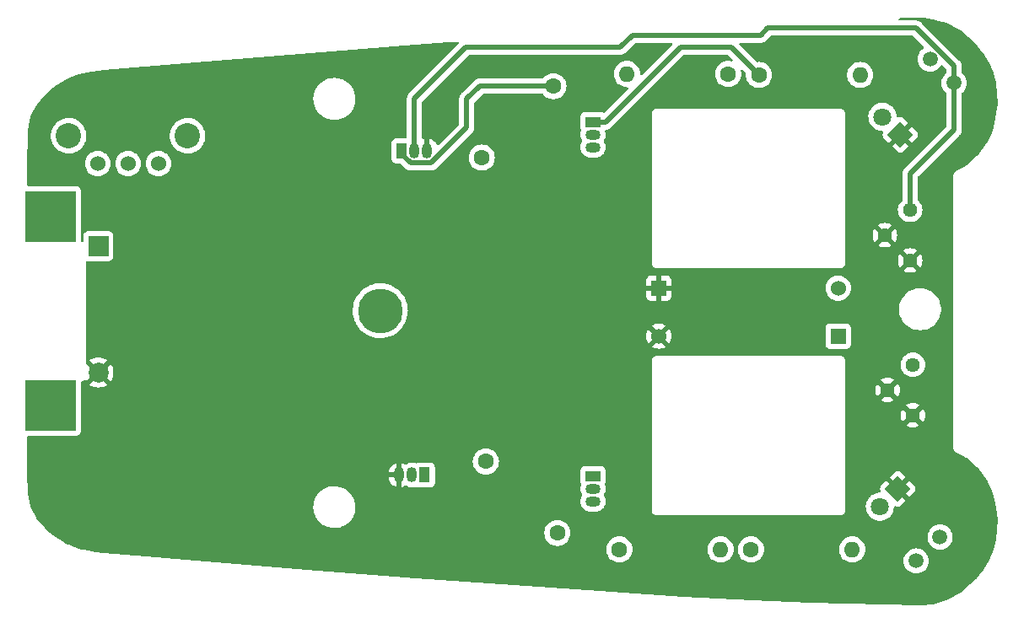
<source format=gbr>
%TF.GenerationSoftware,KiCad,Pcbnew,(6.0.2)*%
%TF.CreationDate,2022-05-16T22:42:20-04:00*%
%TF.ProjectId,Running MicroBug,52756e6e-696e-4672-904d-6963726f4275,0*%
%TF.SameCoordinates,Original*%
%TF.FileFunction,Copper,L1,Top*%
%TF.FilePolarity,Positive*%
%FSLAX46Y46*%
G04 Gerber Fmt 4.6, Leading zero omitted, Abs format (unit mm)*
G04 Created by KiCad (PCBNEW (6.0.2)) date 2022-05-16 22:42:20*
%MOMM*%
%LPD*%
G01*
G04 APERTURE LIST*
G04 Aperture macros list*
%AMHorizOval*
0 Thick line with rounded ends*
0 $1 width*
0 $2 $3 position (X,Y) of the first rounded end (center of the circle)*
0 $4 $5 position (X,Y) of the second rounded end (center of the circle)*
0 Add line between two ends*
20,1,$1,$2,$3,$4,$5,0*
0 Add two circle primitives to create the rounded ends*
1,1,$1,$2,$3*
1,1,$1,$4,$5*%
%AMRotRect*
0 Rectangle, with rotation*
0 The origin of the aperture is its center*
0 $1 length*
0 $2 width*
0 $3 Rotation angle, in degrees counterclockwise*
0 Add horizontal line*
21,1,$1,$2,0,0,$3*%
G04 Aperture macros list end*
%TA.AperFunction,ComponentPad*%
%ADD10C,2.000000*%
%TD*%
%TA.AperFunction,ComponentPad*%
%ADD11R,2.000000X2.000000*%
%TD*%
%TA.AperFunction,WasherPad*%
%ADD12C,4.500000*%
%TD*%
%TA.AperFunction,ComponentPad*%
%ADD13C,1.524000*%
%TD*%
%TA.AperFunction,ComponentPad*%
%ADD14C,2.540000*%
%TD*%
%TA.AperFunction,ComponentPad*%
%ADD15R,5.080000X5.080000*%
%TD*%
%TA.AperFunction,ComponentPad*%
%ADD16C,1.440000*%
%TD*%
%TA.AperFunction,ComponentPad*%
%ADD17C,1.800000*%
%TD*%
%TA.AperFunction,ComponentPad*%
%ADD18RotRect,1.800000X1.800000X225.000000*%
%TD*%
%TA.AperFunction,ComponentPad*%
%ADD19R,1.050000X1.500000*%
%TD*%
%TA.AperFunction,ComponentPad*%
%ADD20O,1.050000X1.500000*%
%TD*%
%TA.AperFunction,ComponentPad*%
%ADD21C,1.600000*%
%TD*%
%TA.AperFunction,ComponentPad*%
%ADD22HorizOval,1.600000X0.000000X0.000000X0.000000X0.000000X0*%
%TD*%
%TA.AperFunction,ComponentPad*%
%ADD23C,1.500000*%
%TD*%
%TA.AperFunction,ComponentPad*%
%ADD24R,1.500000X1.050000*%
%TD*%
%TA.AperFunction,ComponentPad*%
%ADD25O,1.500000X1.050000*%
%TD*%
%TA.AperFunction,ComponentPad*%
%ADD26O,1.600000X1.600000*%
%TD*%
%TA.AperFunction,ComponentPad*%
%ADD27R,1.524000X1.524000*%
%TD*%
%TA.AperFunction,ComponentPad*%
%ADD28HorizOval,1.600000X0.000000X0.000000X0.000000X0.000000X0*%
%TD*%
%TA.AperFunction,ComponentPad*%
%ADD29RotRect,1.800000X1.800000X135.000000*%
%TD*%
%TA.AperFunction,Conductor*%
%ADD30C,0.508000*%
%TD*%
G04 APERTURE END LIST*
D10*
%TO.P,BT1,2,-*%
%TO.N,GND*%
X126512500Y-93472000D03*
D11*
%TO.P,BT1,1,+*%
%TO.N,Net-(BT1-Pad1)*%
X126512500Y-80772000D03*
D12*
%TO.P,BT1,*%
%TO.N,*%
X154812500Y-87272000D03*
%TD*%
D13*
%TO.P,SW1,3,C*%
%TO.N,+BATT*%
X132548000Y-72494000D03*
%TO.P,SW1,2,B*%
%TO.N,Net-(BT1-Pad1)*%
X129500000Y-72494000D03*
%TO.P,SW1,1,A*%
%TO.N,unconnected-(SW1-Pad1)*%
X126452000Y-72494000D03*
D14*
%TO.P,SW1,*%
%TO.N,*%
X135469000Y-69700000D03*
X123531000Y-69700000D03*
%TD*%
D15*
%TO.P,REF\u002A\u002A,1*%
%TO.N,N/C*%
X121700000Y-96800000D03*
%TO.P,REF\u002A\u002A,2*%
X121700000Y-77800000D03*
%TD*%
D16*
%TO.P,RV2,1,1*%
%TO.N,Net-(LDR2-Pad2)*%
X208000000Y-77145000D03*
%TO.P,RV2,2,2*%
%TO.N,GND*%
X205460000Y-79685000D03*
%TO.P,RV2,3,3*%
X208000000Y-82225000D03*
%TD*%
%TO.P,RV1,1,1*%
%TO.N,Net-(LDR1-Pad2)*%
X208265000Y-92710000D03*
%TO.P,RV1,2,2*%
%TO.N,GND*%
X205725000Y-95250000D03*
%TO.P,RV1,3,3*%
X208265000Y-97790000D03*
%TD*%
D17*
%TO.P,D1,2,A*%
%TO.N,Net-(D1-Pad2)*%
X204959949Y-106952051D03*
D18*
%TO.P,D1,1,K*%
%TO.N,GND*%
X206756000Y-105156000D03*
%TD*%
D19*
%TO.P,T3,1,C*%
%TO.N,Net-(R5-Pad2)*%
X156972000Y-71226000D03*
D20*
%TO.P,T3,2,B*%
%TO.N,Net-(LDR2-Pad2)*%
X158242000Y-71226000D03*
%TO.P,T3,3,E*%
%TO.N,GND*%
X159512000Y-71226000D03*
%TD*%
D21*
%TO.P,R5,1*%
%TO.N,Net-(R5-Pad1)*%
X165000000Y-71900000D03*
D22*
%TO.P,R5,2*%
%TO.N,Net-(R5-Pad2)*%
X172184205Y-64715795D03*
%TD*%
D23*
%TO.P,LDR1,1*%
%TO.N,Net-(LDR1-Pad1)*%
X211000000Y-110000000D03*
%TO.P,LDR1,2*%
%TO.N,Net-(LDR1-Pad2)*%
X208595837Y-112404163D03*
%TD*%
D19*
%TO.P,T1,1,C*%
%TO.N,Net-(R2-Pad2)*%
X159258000Y-103780000D03*
D20*
%TO.P,T1,2,B*%
%TO.N,Net-(LDR1-Pad2)*%
X157988000Y-103780000D03*
%TO.P,T1,3,E*%
%TO.N,GND*%
X156718000Y-103780000D03*
%TD*%
D23*
%TO.P,LDR2,2*%
%TO.N,Net-(LDR2-Pad2)*%
X212404163Y-64404163D03*
%TO.P,LDR2,1*%
%TO.N,Net-(LDR2-Pad1)*%
X210000000Y-62000000D03*
%TD*%
D24*
%TO.P,T2,1,C*%
%TO.N,Net-(R3-Pad1)*%
X176170000Y-103886000D03*
D25*
%TO.P,T2,2,B*%
%TO.N,Net-(R2-Pad1)*%
X176170000Y-105156000D03*
%TO.P,T2,3,E*%
%TO.N,+BATT*%
X176170000Y-106426000D03*
%TD*%
D21*
%TO.P,R3,1*%
%TO.N,Net-(R3-Pad1)*%
X192024000Y-111252000D03*
D26*
%TO.P,R3,2*%
%TO.N,Net-(D1-Pad2)*%
X202184000Y-111252000D03*
%TD*%
D13*
%TO.P,M2,2,-*%
%TO.N,GND*%
X182770000Y-89822000D03*
D27*
%TO.P,M2,1,+*%
%TO.N,Net-(R6-Pad1)*%
X200770000Y-89822000D03*
%TD*%
D26*
%TO.P,R6,2*%
%TO.N,Net-(D2-Pad2)*%
X202980000Y-63600000D03*
D21*
%TO.P,R6,1*%
%TO.N,Net-(R6-Pad1)*%
X192820000Y-63600000D03*
%TD*%
%TO.P,R2,1*%
%TO.N,Net-(R2-Pad1)*%
X165407898Y-102407898D03*
D28*
%TO.P,R2,2*%
%TO.N,Net-(R2-Pad2)*%
X172592103Y-109592103D03*
%TD*%
D25*
%TO.P,T4,3,E*%
%TO.N,+BATT*%
X176170000Y-70866000D03*
%TO.P,T4,2,B*%
%TO.N,Net-(R5-Pad1)*%
X176170000Y-69596000D03*
D24*
%TO.P,T4,1,C*%
%TO.N,Net-(R6-Pad1)*%
X176170000Y-68326000D03*
%TD*%
D29*
%TO.P,D2,1,K*%
%TO.N,GND*%
X207010000Y-69596000D03*
D17*
%TO.P,D2,2,A*%
%TO.N,Net-(D2-Pad2)*%
X205213949Y-67799949D03*
%TD*%
D21*
%TO.P,R4,1*%
%TO.N,+BATT*%
X189738000Y-63500000D03*
D26*
%TO.P,R4,2*%
%TO.N,Net-(LDR2-Pad1)*%
X179578000Y-63500000D03*
%TD*%
D27*
%TO.P,M1,1,+*%
%TO.N,GND*%
X182770000Y-85003000D03*
D13*
%TO.P,M1,2,-*%
%TO.N,Net-(R3-Pad1)*%
X200770000Y-85003000D03*
%TD*%
D21*
%TO.P,R1,1*%
%TO.N,+BATT*%
X178816000Y-111252000D03*
D26*
%TO.P,R1,2*%
%TO.N,Net-(LDR1-Pad1)*%
X188976000Y-111252000D03*
%TD*%
D30*
%TO.N,Net-(R6-Pad1)*%
X190020000Y-60800000D02*
X192820000Y-63600000D01*
X184954000Y-60800000D02*
X190020000Y-60800000D01*
X177428000Y-68326000D02*
X184954000Y-60800000D01*
X176170000Y-68326000D02*
X177428000Y-68326000D01*
%TO.N,Net-(LDR2-Pad2)*%
X208000000Y-73500000D02*
X208000000Y-77145000D01*
%TO.N,Net-(R5-Pad2)*%
X164784205Y-64715795D02*
X172184205Y-64715795D01*
X163500000Y-66000000D02*
X164784205Y-64715795D01*
X163500000Y-68846836D02*
X163500000Y-66000000D01*
X157836684Y-72429520D02*
X159917316Y-72429520D01*
X156972000Y-71564836D02*
X157836684Y-72429520D01*
X159917316Y-72429520D02*
X163500000Y-68846836D01*
X156972000Y-71226000D02*
X156972000Y-71564836D01*
%TO.N,Net-(LDR2-Pad2)*%
X158242000Y-65958000D02*
X158242000Y-71226000D01*
X163400000Y-60800000D02*
X158242000Y-65958000D01*
X178900000Y-60800000D02*
X163400000Y-60800000D01*
X180100000Y-59600000D02*
X178900000Y-60800000D01*
X193000000Y-59600000D02*
X180100000Y-59600000D01*
X193700000Y-58900000D02*
X193000000Y-59600000D01*
X208602023Y-58900000D02*
X193700000Y-58900000D01*
X212404163Y-62702140D02*
X208602023Y-58900000D01*
X212404163Y-64404163D02*
X212404163Y-62702140D01*
X208000000Y-73500000D02*
X212404163Y-69095837D01*
X212404163Y-69095837D02*
X212404163Y-64404163D01*
%TD*%
%TA.AperFunction,Conductor*%
%TO.N,GND*%
G36*
X209024936Y-57834137D02*
G01*
X209389076Y-57876480D01*
X210267979Y-57978680D01*
X210287215Y-57982453D01*
X210912679Y-58156608D01*
X211618358Y-58353098D01*
X211644111Y-58363441D01*
X213062411Y-59124079D01*
X213086007Y-59140447D01*
X214521012Y-60400795D01*
X214619878Y-60487628D01*
X214635057Y-60503509D01*
X215058716Y-61032251D01*
X215367529Y-61417662D01*
X215378076Y-61433030D01*
X215444521Y-61547101D01*
X215942106Y-62401341D01*
X215949982Y-62417384D01*
X216341973Y-63383759D01*
X216356384Y-63419287D01*
X216361640Y-63435214D01*
X216609147Y-64396012D01*
X216619982Y-64438074D01*
X216623633Y-64460364D01*
X216771916Y-66499445D01*
X216772457Y-66506891D01*
X216771529Y-66533803D01*
X216647397Y-67404952D01*
X216502274Y-68423410D01*
X216497491Y-68444188D01*
X216364364Y-68858414D01*
X216186246Y-69412631D01*
X216184666Y-69417546D01*
X216178558Y-69432979D01*
X215774571Y-70284854D01*
X215762865Y-70304642D01*
X215521376Y-70638945D01*
X214739942Y-71720716D01*
X214720833Y-71741708D01*
X213637193Y-72691081D01*
X213613899Y-72707248D01*
X213588775Y-72720776D01*
X212705931Y-73196151D01*
X212670717Y-73215112D01*
X212658177Y-73220210D01*
X212658254Y-73220382D01*
X212650055Y-73224050D01*
X212641427Y-73226516D01*
X212633837Y-73231305D01*
X212633833Y-73231307D01*
X212597892Y-73253985D01*
X212590398Y-73258361D01*
X212578041Y-73265014D01*
X212567841Y-73272548D01*
X212560246Y-73277738D01*
X212518362Y-73304166D01*
X212512419Y-73310896D01*
X212505583Y-73316714D01*
X212505563Y-73316690D01*
X212504225Y-73317916D01*
X212504247Y-73317939D01*
X212497857Y-73324240D01*
X212490634Y-73329575D01*
X212485201Y-73336720D01*
X212485200Y-73336721D01*
X212460666Y-73368986D01*
X212454812Y-73376124D01*
X212429213Y-73405112D01*
X212422039Y-73413235D01*
X212418223Y-73421363D01*
X212413296Y-73428863D01*
X212413269Y-73428846D01*
X212412328Y-73430401D01*
X212412355Y-73430416D01*
X212407989Y-73438261D01*
X212402556Y-73445406D01*
X212391557Y-73474136D01*
X212384854Y-73491644D01*
X212381242Y-73500132D01*
X212360198Y-73544956D01*
X212358816Y-73553830D01*
X212356193Y-73562411D01*
X212356163Y-73562402D01*
X212355696Y-73564156D01*
X212355727Y-73564163D01*
X212353740Y-73572912D01*
X212350528Y-73581301D01*
X212346513Y-73630679D01*
X212345433Y-73639796D01*
X212342999Y-73655432D01*
X212342999Y-73668764D01*
X212342585Y-73678976D01*
X212341375Y-73693863D01*
X212338734Y-73726337D01*
X212340547Y-73735131D01*
X212340654Y-73736873D01*
X212343001Y-73759886D01*
X212343199Y-85316713D01*
X212343445Y-99708642D01*
X212343466Y-100965907D01*
X212342010Y-100979364D01*
X212342199Y-100979378D01*
X212341542Y-100988330D01*
X212339622Y-100997098D01*
X212340240Y-101006051D01*
X212340240Y-101006053D01*
X212343169Y-101048472D01*
X212343468Y-101057151D01*
X212343468Y-101071176D01*
X212345263Y-101083713D01*
X212346233Y-101092862D01*
X212347331Y-101108766D01*
X212349025Y-101133308D01*
X212349026Y-101133312D01*
X212349644Y-101142266D01*
X212352752Y-101150690D01*
X212354633Y-101159464D01*
X212354602Y-101159471D01*
X212355052Y-101161249D01*
X212355081Y-101161240D01*
X212357602Y-101169861D01*
X212358874Y-101178743D01*
X212362588Y-101186912D01*
X212362589Y-101186914D01*
X212379368Y-101223815D01*
X212382872Y-101232338D01*
X212400008Y-101278787D01*
X212405353Y-101285997D01*
X212409623Y-101293895D01*
X212409596Y-101293909D01*
X212410528Y-101295490D01*
X212410553Y-101295474D01*
X212415390Y-101303036D01*
X212419105Y-101311207D01*
X212424964Y-101318006D01*
X212451416Y-101348705D01*
X212457184Y-101355918D01*
X212486664Y-101395686D01*
X212493824Y-101401111D01*
X212500134Y-101407487D01*
X212500112Y-101407509D01*
X212501449Y-101408765D01*
X212501470Y-101408741D01*
X212508229Y-101414637D01*
X212514093Y-101421443D01*
X212547283Y-101442955D01*
X212555626Y-101448362D01*
X212563190Y-101453669D01*
X212571888Y-101460260D01*
X212571899Y-101460267D01*
X212575779Y-101463207D01*
X212587534Y-101469536D01*
X212596324Y-101474740D01*
X212636202Y-101500587D01*
X212644801Y-101503158D01*
X212646430Y-101503911D01*
X212667755Y-101512732D01*
X213495905Y-101958655D01*
X213614371Y-102022444D01*
X213637665Y-102038611D01*
X214721304Y-102987981D01*
X214740410Y-103008970D01*
X215763331Y-104425040D01*
X215775039Y-104444831D01*
X215896683Y-104701338D01*
X216116515Y-105164889D01*
X216179021Y-105296694D01*
X216185130Y-105312127D01*
X216270070Y-105576419D01*
X216497958Y-106285492D01*
X216502741Y-106306270D01*
X216601514Y-106999446D01*
X216771464Y-108192138D01*
X216771996Y-108195875D01*
X216772924Y-108222786D01*
X216625810Y-110245802D01*
X216624100Y-110269315D01*
X216620449Y-110291605D01*
X216370135Y-111263307D01*
X216362108Y-111294468D01*
X216356851Y-111310396D01*
X215972394Y-112258198D01*
X215950453Y-112312288D01*
X215942570Y-112328345D01*
X215850572Y-112486284D01*
X215378540Y-113296655D01*
X215367993Y-113312023D01*
X215281757Y-113419649D01*
X214672046Y-114180590D01*
X214635526Y-114226168D01*
X214620347Y-114242049D01*
X213533920Y-115196246D01*
X213086474Y-115589233D01*
X213062877Y-115605602D01*
X211644576Y-116366242D01*
X211618823Y-116376585D01*
X210287682Y-116747231D01*
X210268438Y-116751006D01*
X209025407Y-116895553D01*
X209007621Y-116896355D01*
X198037827Y-116614914D01*
X198034908Y-116614805D01*
X192129617Y-116326161D01*
X185256251Y-115990199D01*
X185253996Y-115990067D01*
X176869126Y-115426120D01*
X158350392Y-114180590D01*
X158348729Y-114180467D01*
X147478267Y-113304731D01*
X136299996Y-112404197D01*
X136299431Y-112404150D01*
X131249107Y-111962479D01*
X127067170Y-111596751D01*
X127065786Y-111596622D01*
X126257934Y-111516983D01*
X125862471Y-111477997D01*
X125846978Y-111475488D01*
X125131494Y-111313264D01*
X124861291Y-111252000D01*
X177502502Y-111252000D01*
X177522457Y-111480087D01*
X177523881Y-111485400D01*
X177523881Y-111485402D01*
X177551434Y-111588228D01*
X177581716Y-111701243D01*
X177584039Y-111706224D01*
X177584039Y-111706225D01*
X177676151Y-111903762D01*
X177676154Y-111903767D01*
X177678477Y-111908749D01*
X177809802Y-112096300D01*
X177971700Y-112258198D01*
X177976208Y-112261355D01*
X177976211Y-112261357D01*
X178048948Y-112312288D01*
X178159251Y-112389523D01*
X178164233Y-112391846D01*
X178164238Y-112391849D01*
X178360047Y-112483155D01*
X178366757Y-112486284D01*
X178372065Y-112487706D01*
X178372067Y-112487707D01*
X178582598Y-112544119D01*
X178582600Y-112544119D01*
X178587913Y-112545543D01*
X178816000Y-112565498D01*
X179044087Y-112545543D01*
X179049400Y-112544119D01*
X179049402Y-112544119D01*
X179259933Y-112487707D01*
X179259935Y-112487706D01*
X179265243Y-112486284D01*
X179271953Y-112483155D01*
X179467762Y-112391849D01*
X179467767Y-112391846D01*
X179472749Y-112389523D01*
X179583052Y-112312288D01*
X179655789Y-112261357D01*
X179655792Y-112261355D01*
X179660300Y-112258198D01*
X179822198Y-112096300D01*
X179953523Y-111908749D01*
X179955846Y-111903767D01*
X179955849Y-111903762D01*
X180047961Y-111706225D01*
X180047961Y-111706224D01*
X180050284Y-111701243D01*
X180080567Y-111588228D01*
X180108119Y-111485402D01*
X180108119Y-111485400D01*
X180109543Y-111480087D01*
X180129498Y-111252000D01*
X187662502Y-111252000D01*
X187682457Y-111480087D01*
X187683881Y-111485400D01*
X187683881Y-111485402D01*
X187711434Y-111588228D01*
X187741716Y-111701243D01*
X187744039Y-111706224D01*
X187744039Y-111706225D01*
X187836151Y-111903762D01*
X187836154Y-111903767D01*
X187838477Y-111908749D01*
X187969802Y-112096300D01*
X188131700Y-112258198D01*
X188136208Y-112261355D01*
X188136211Y-112261357D01*
X188208948Y-112312288D01*
X188319251Y-112389523D01*
X188324233Y-112391846D01*
X188324238Y-112391849D01*
X188520047Y-112483155D01*
X188526757Y-112486284D01*
X188532065Y-112487706D01*
X188532067Y-112487707D01*
X188742598Y-112544119D01*
X188742600Y-112544119D01*
X188747913Y-112545543D01*
X188976000Y-112565498D01*
X189204087Y-112545543D01*
X189209400Y-112544119D01*
X189209402Y-112544119D01*
X189419933Y-112487707D01*
X189419935Y-112487706D01*
X189425243Y-112486284D01*
X189431953Y-112483155D01*
X189627762Y-112391849D01*
X189627767Y-112391846D01*
X189632749Y-112389523D01*
X189743052Y-112312288D01*
X189815789Y-112261357D01*
X189815792Y-112261355D01*
X189820300Y-112258198D01*
X189982198Y-112096300D01*
X190113523Y-111908749D01*
X190115846Y-111903767D01*
X190115849Y-111903762D01*
X190207961Y-111706225D01*
X190207961Y-111706224D01*
X190210284Y-111701243D01*
X190240567Y-111588228D01*
X190268119Y-111485402D01*
X190268119Y-111485400D01*
X190269543Y-111480087D01*
X190289498Y-111252000D01*
X190710502Y-111252000D01*
X190730457Y-111480087D01*
X190731881Y-111485400D01*
X190731881Y-111485402D01*
X190759434Y-111588228D01*
X190789716Y-111701243D01*
X190792039Y-111706224D01*
X190792039Y-111706225D01*
X190884151Y-111903762D01*
X190884154Y-111903767D01*
X190886477Y-111908749D01*
X191017802Y-112096300D01*
X191179700Y-112258198D01*
X191184208Y-112261355D01*
X191184211Y-112261357D01*
X191256948Y-112312288D01*
X191367251Y-112389523D01*
X191372233Y-112391846D01*
X191372238Y-112391849D01*
X191568047Y-112483155D01*
X191574757Y-112486284D01*
X191580065Y-112487706D01*
X191580067Y-112487707D01*
X191790598Y-112544119D01*
X191790600Y-112544119D01*
X191795913Y-112545543D01*
X192024000Y-112565498D01*
X192252087Y-112545543D01*
X192257400Y-112544119D01*
X192257402Y-112544119D01*
X192467933Y-112487707D01*
X192467935Y-112487706D01*
X192473243Y-112486284D01*
X192479953Y-112483155D01*
X192675762Y-112391849D01*
X192675767Y-112391846D01*
X192680749Y-112389523D01*
X192791052Y-112312288D01*
X192863789Y-112261357D01*
X192863792Y-112261355D01*
X192868300Y-112258198D01*
X193030198Y-112096300D01*
X193161523Y-111908749D01*
X193163846Y-111903767D01*
X193163849Y-111903762D01*
X193255961Y-111706225D01*
X193255961Y-111706224D01*
X193258284Y-111701243D01*
X193288567Y-111588228D01*
X193316119Y-111485402D01*
X193316119Y-111485400D01*
X193317543Y-111480087D01*
X193337498Y-111252000D01*
X200870502Y-111252000D01*
X200890457Y-111480087D01*
X200891881Y-111485400D01*
X200891881Y-111485402D01*
X200919434Y-111588228D01*
X200949716Y-111701243D01*
X200952039Y-111706224D01*
X200952039Y-111706225D01*
X201044151Y-111903762D01*
X201044154Y-111903767D01*
X201046477Y-111908749D01*
X201177802Y-112096300D01*
X201339700Y-112258198D01*
X201344208Y-112261355D01*
X201344211Y-112261357D01*
X201416948Y-112312288D01*
X201527251Y-112389523D01*
X201532233Y-112391846D01*
X201532238Y-112391849D01*
X201728047Y-112483155D01*
X201734757Y-112486284D01*
X201740065Y-112487706D01*
X201740067Y-112487707D01*
X201950598Y-112544119D01*
X201950600Y-112544119D01*
X201955913Y-112545543D01*
X202184000Y-112565498D01*
X202412087Y-112545543D01*
X202417400Y-112544119D01*
X202417402Y-112544119D01*
X202627933Y-112487707D01*
X202627935Y-112487706D01*
X202633243Y-112486284D01*
X202639953Y-112483155D01*
X202809354Y-112404163D01*
X207332530Y-112404163D01*
X207351722Y-112623534D01*
X207408717Y-112836239D01*
X207411042Y-112841224D01*
X207499455Y-113030829D01*
X207499458Y-113030834D01*
X207501781Y-113035816D01*
X207628088Y-113216201D01*
X207783799Y-113371912D01*
X207788308Y-113375069D01*
X207788310Y-113375071D01*
X207851974Y-113419649D01*
X207964183Y-113498219D01*
X208163761Y-113591283D01*
X208376466Y-113648278D01*
X208595837Y-113667470D01*
X208815208Y-113648278D01*
X209027913Y-113591283D01*
X209227491Y-113498219D01*
X209339700Y-113419649D01*
X209403364Y-113375071D01*
X209403366Y-113375069D01*
X209407875Y-113371912D01*
X209563586Y-113216201D01*
X209689893Y-113035816D01*
X209692216Y-113030834D01*
X209692219Y-113030829D01*
X209780632Y-112841224D01*
X209782957Y-112836239D01*
X209839952Y-112623534D01*
X209859144Y-112404163D01*
X209839952Y-112184792D01*
X209782957Y-111972087D01*
X209739422Y-111878725D01*
X209692219Y-111777497D01*
X209692216Y-111777492D01*
X209689893Y-111772510D01*
X209643480Y-111706225D01*
X209566745Y-111596636D01*
X209566743Y-111596633D01*
X209563586Y-111592125D01*
X209407875Y-111436414D01*
X209227491Y-111310107D01*
X209027913Y-111217043D01*
X208815208Y-111160048D01*
X208595837Y-111140856D01*
X208376466Y-111160048D01*
X208163761Y-111217043D01*
X208088795Y-111252000D01*
X207969171Y-111307781D01*
X207969166Y-111307784D01*
X207964184Y-111310107D01*
X207959677Y-111313263D01*
X207959675Y-111313264D01*
X207788310Y-111433255D01*
X207788307Y-111433257D01*
X207783799Y-111436414D01*
X207628088Y-111592125D01*
X207624931Y-111596633D01*
X207624929Y-111596636D01*
X207548194Y-111706225D01*
X207501781Y-111772510D01*
X207499458Y-111777492D01*
X207499455Y-111777497D01*
X207452252Y-111878725D01*
X207408717Y-111972087D01*
X207351722Y-112184792D01*
X207332530Y-112404163D01*
X202809354Y-112404163D01*
X202835762Y-112391849D01*
X202835767Y-112391846D01*
X202840749Y-112389523D01*
X202951052Y-112312288D01*
X203023789Y-112261357D01*
X203023792Y-112261355D01*
X203028300Y-112258198D01*
X203190198Y-112096300D01*
X203321523Y-111908749D01*
X203323846Y-111903767D01*
X203323849Y-111903762D01*
X203415961Y-111706225D01*
X203415961Y-111706224D01*
X203418284Y-111701243D01*
X203448567Y-111588228D01*
X203476119Y-111485402D01*
X203476119Y-111485400D01*
X203477543Y-111480087D01*
X203497498Y-111252000D01*
X203477543Y-111023913D01*
X203418284Y-110802757D01*
X203415961Y-110797775D01*
X203323849Y-110600238D01*
X203323846Y-110600233D01*
X203321523Y-110595251D01*
X203242256Y-110482046D01*
X203193357Y-110412211D01*
X203193355Y-110412208D01*
X203190198Y-110407700D01*
X203028300Y-110245802D01*
X203023792Y-110242645D01*
X203023789Y-110242643D01*
X202945611Y-110187902D01*
X202840749Y-110114477D01*
X202835767Y-110112154D01*
X202835762Y-110112151D01*
X202638225Y-110020039D01*
X202638224Y-110020039D01*
X202633243Y-110017716D01*
X202627935Y-110016294D01*
X202627933Y-110016293D01*
X202567127Y-110000000D01*
X209736693Y-110000000D01*
X209755885Y-110219371D01*
X209812880Y-110432076D01*
X209856415Y-110525438D01*
X209903618Y-110626666D01*
X209903621Y-110626671D01*
X209905944Y-110631653D01*
X209909100Y-110636160D01*
X209909101Y-110636162D01*
X209932368Y-110669390D01*
X210032251Y-110812038D01*
X210187962Y-110967749D01*
X210368346Y-111094056D01*
X210567924Y-111187120D01*
X210780629Y-111244115D01*
X211000000Y-111263307D01*
X211219371Y-111244115D01*
X211432076Y-111187120D01*
X211631654Y-111094056D01*
X211812038Y-110967749D01*
X211967749Y-110812038D01*
X212067633Y-110669390D01*
X212090899Y-110636162D01*
X212090900Y-110636160D01*
X212094056Y-110631653D01*
X212096379Y-110626671D01*
X212096382Y-110626666D01*
X212143585Y-110525438D01*
X212187120Y-110432076D01*
X212244115Y-110219371D01*
X212263307Y-110000000D01*
X212244115Y-109780629D01*
X212187120Y-109567924D01*
X212143585Y-109474562D01*
X212096382Y-109373334D01*
X212096379Y-109373329D01*
X212094056Y-109368347D01*
X211967749Y-109187962D01*
X211812038Y-109032251D01*
X211806019Y-109028036D01*
X211681773Y-108941038D01*
X211631654Y-108905944D01*
X211432076Y-108812880D01*
X211219371Y-108755885D01*
X211000000Y-108736693D01*
X210780629Y-108755885D01*
X210567924Y-108812880D01*
X210474562Y-108856415D01*
X210373334Y-108903618D01*
X210373329Y-108903621D01*
X210368347Y-108905944D01*
X210363840Y-108909100D01*
X210363838Y-108909101D01*
X210192473Y-109029092D01*
X210192470Y-109029094D01*
X210187962Y-109032251D01*
X210032251Y-109187962D01*
X209905944Y-109368347D01*
X209903621Y-109373329D01*
X209903618Y-109373334D01*
X209856415Y-109474562D01*
X209812880Y-109567924D01*
X209755885Y-109780629D01*
X209736693Y-110000000D01*
X202567127Y-110000000D01*
X202417402Y-109959881D01*
X202417400Y-109959881D01*
X202412087Y-109958457D01*
X202184000Y-109938502D01*
X201955913Y-109958457D01*
X201950600Y-109959881D01*
X201950598Y-109959881D01*
X201740067Y-110016293D01*
X201740065Y-110016294D01*
X201734757Y-110017716D01*
X201729776Y-110020039D01*
X201729775Y-110020039D01*
X201532238Y-110112151D01*
X201532233Y-110112154D01*
X201527251Y-110114477D01*
X201422389Y-110187902D01*
X201344211Y-110242643D01*
X201344208Y-110242645D01*
X201339700Y-110245802D01*
X201177802Y-110407700D01*
X201174645Y-110412208D01*
X201174643Y-110412211D01*
X201125744Y-110482046D01*
X201046477Y-110595251D01*
X201044154Y-110600233D01*
X201044151Y-110600238D01*
X200952039Y-110797775D01*
X200949716Y-110802757D01*
X200890457Y-111023913D01*
X200870502Y-111252000D01*
X193337498Y-111252000D01*
X193317543Y-111023913D01*
X193258284Y-110802757D01*
X193255961Y-110797775D01*
X193163849Y-110600238D01*
X193163846Y-110600233D01*
X193161523Y-110595251D01*
X193082256Y-110482046D01*
X193033357Y-110412211D01*
X193033355Y-110412208D01*
X193030198Y-110407700D01*
X192868300Y-110245802D01*
X192863792Y-110242645D01*
X192863789Y-110242643D01*
X192785611Y-110187902D01*
X192680749Y-110114477D01*
X192675767Y-110112154D01*
X192675762Y-110112151D01*
X192478225Y-110020039D01*
X192478224Y-110020039D01*
X192473243Y-110017716D01*
X192467935Y-110016294D01*
X192467933Y-110016293D01*
X192257402Y-109959881D01*
X192257400Y-109959881D01*
X192252087Y-109958457D01*
X192024000Y-109938502D01*
X191795913Y-109958457D01*
X191790600Y-109959881D01*
X191790598Y-109959881D01*
X191580067Y-110016293D01*
X191580065Y-110016294D01*
X191574757Y-110017716D01*
X191569776Y-110020039D01*
X191569775Y-110020039D01*
X191372238Y-110112151D01*
X191372233Y-110112154D01*
X191367251Y-110114477D01*
X191262389Y-110187902D01*
X191184211Y-110242643D01*
X191184208Y-110242645D01*
X191179700Y-110245802D01*
X191017802Y-110407700D01*
X191014645Y-110412208D01*
X191014643Y-110412211D01*
X190965744Y-110482046D01*
X190886477Y-110595251D01*
X190884154Y-110600233D01*
X190884151Y-110600238D01*
X190792039Y-110797775D01*
X190789716Y-110802757D01*
X190730457Y-111023913D01*
X190710502Y-111252000D01*
X190289498Y-111252000D01*
X190269543Y-111023913D01*
X190210284Y-110802757D01*
X190207961Y-110797775D01*
X190115849Y-110600238D01*
X190115846Y-110600233D01*
X190113523Y-110595251D01*
X190034256Y-110482046D01*
X189985357Y-110412211D01*
X189985355Y-110412208D01*
X189982198Y-110407700D01*
X189820300Y-110245802D01*
X189815792Y-110242645D01*
X189815789Y-110242643D01*
X189737611Y-110187902D01*
X189632749Y-110114477D01*
X189627767Y-110112154D01*
X189627762Y-110112151D01*
X189430225Y-110020039D01*
X189430224Y-110020039D01*
X189425243Y-110017716D01*
X189419935Y-110016294D01*
X189419933Y-110016293D01*
X189209402Y-109959881D01*
X189209400Y-109959881D01*
X189204087Y-109958457D01*
X188976000Y-109938502D01*
X188747913Y-109958457D01*
X188742600Y-109959881D01*
X188742598Y-109959881D01*
X188532067Y-110016293D01*
X188532065Y-110016294D01*
X188526757Y-110017716D01*
X188521776Y-110020039D01*
X188521775Y-110020039D01*
X188324238Y-110112151D01*
X188324233Y-110112154D01*
X188319251Y-110114477D01*
X188214389Y-110187902D01*
X188136211Y-110242643D01*
X188136208Y-110242645D01*
X188131700Y-110245802D01*
X187969802Y-110407700D01*
X187966645Y-110412208D01*
X187966643Y-110412211D01*
X187917744Y-110482046D01*
X187838477Y-110595251D01*
X187836154Y-110600233D01*
X187836151Y-110600238D01*
X187744039Y-110797775D01*
X187741716Y-110802757D01*
X187682457Y-111023913D01*
X187662502Y-111252000D01*
X180129498Y-111252000D01*
X180109543Y-111023913D01*
X180050284Y-110802757D01*
X180047961Y-110797775D01*
X179955849Y-110600238D01*
X179955846Y-110600233D01*
X179953523Y-110595251D01*
X179874256Y-110482046D01*
X179825357Y-110412211D01*
X179825355Y-110412208D01*
X179822198Y-110407700D01*
X179660300Y-110245802D01*
X179655792Y-110242645D01*
X179655789Y-110242643D01*
X179577611Y-110187902D01*
X179472749Y-110114477D01*
X179467767Y-110112154D01*
X179467762Y-110112151D01*
X179270225Y-110020039D01*
X179270224Y-110020039D01*
X179265243Y-110017716D01*
X179259935Y-110016294D01*
X179259933Y-110016293D01*
X179049402Y-109959881D01*
X179049400Y-109959881D01*
X179044087Y-109958457D01*
X178816000Y-109938502D01*
X178587913Y-109958457D01*
X178582600Y-109959881D01*
X178582598Y-109959881D01*
X178372067Y-110016293D01*
X178372065Y-110016294D01*
X178366757Y-110017716D01*
X178361776Y-110020039D01*
X178361775Y-110020039D01*
X178164238Y-110112151D01*
X178164233Y-110112154D01*
X178159251Y-110114477D01*
X178054389Y-110187902D01*
X177976211Y-110242643D01*
X177976208Y-110242645D01*
X177971700Y-110245802D01*
X177809802Y-110407700D01*
X177806645Y-110412208D01*
X177806643Y-110412211D01*
X177757744Y-110482046D01*
X177678477Y-110595251D01*
X177676154Y-110600233D01*
X177676151Y-110600238D01*
X177584039Y-110797775D01*
X177581716Y-110802757D01*
X177522457Y-111023913D01*
X177502502Y-111252000D01*
X124861291Y-111252000D01*
X124508564Y-111172025D01*
X124490460Y-111166461D01*
X123549467Y-110797775D01*
X123158117Y-110644442D01*
X123135031Y-110632519D01*
X123133710Y-110631653D01*
X121944681Y-109852608D01*
X121928243Y-109839774D01*
X121912795Y-109825505D01*
X121769343Y-109693007D01*
X121660098Y-109592103D01*
X171278605Y-109592103D01*
X171298560Y-109820190D01*
X171299984Y-109825503D01*
X171299984Y-109825505D01*
X171303808Y-109839774D01*
X171357819Y-110041346D01*
X171360142Y-110046327D01*
X171360142Y-110046328D01*
X171452254Y-110243865D01*
X171452257Y-110243870D01*
X171454580Y-110248852D01*
X171522932Y-110346468D01*
X171568966Y-110412211D01*
X171585905Y-110436403D01*
X171747803Y-110598301D01*
X171752311Y-110601458D01*
X171752314Y-110601460D01*
X171787748Y-110626271D01*
X171935354Y-110729626D01*
X171940336Y-110731949D01*
X171940341Y-110731952D01*
X172102414Y-110807527D01*
X172142860Y-110826387D01*
X172148168Y-110827809D01*
X172148170Y-110827810D01*
X172358701Y-110884222D01*
X172358703Y-110884222D01*
X172364016Y-110885646D01*
X172592103Y-110905601D01*
X172820190Y-110885646D01*
X172825503Y-110884222D01*
X172825505Y-110884222D01*
X173036036Y-110827810D01*
X173036038Y-110827809D01*
X173041346Y-110826387D01*
X173081792Y-110807527D01*
X173243865Y-110731952D01*
X173243870Y-110731949D01*
X173248852Y-110729626D01*
X173396458Y-110626271D01*
X173431892Y-110601460D01*
X173431895Y-110601458D01*
X173436403Y-110598301D01*
X173598301Y-110436403D01*
X173615241Y-110412211D01*
X173661274Y-110346468D01*
X173729626Y-110248852D01*
X173731949Y-110243870D01*
X173731952Y-110243865D01*
X173824064Y-110046328D01*
X173824064Y-110046327D01*
X173826387Y-110041346D01*
X173880399Y-109839774D01*
X173884222Y-109825505D01*
X173884222Y-109825503D01*
X173885646Y-109820190D01*
X173905601Y-109592103D01*
X173885646Y-109364016D01*
X173826387Y-109142860D01*
X173810275Y-109108307D01*
X173731952Y-108940341D01*
X173731949Y-108940336D01*
X173729626Y-108935354D01*
X173641652Y-108809715D01*
X173601460Y-108752314D01*
X173601458Y-108752311D01*
X173598301Y-108747803D01*
X173436403Y-108585905D01*
X173431895Y-108582748D01*
X173431892Y-108582746D01*
X173353714Y-108528005D01*
X173248852Y-108454580D01*
X173243870Y-108452257D01*
X173243865Y-108452254D01*
X173046328Y-108360142D01*
X173046327Y-108360142D01*
X173041346Y-108357819D01*
X173036038Y-108356397D01*
X173036036Y-108356396D01*
X172825505Y-108299984D01*
X172825503Y-108299984D01*
X172820190Y-108298560D01*
X172592103Y-108278605D01*
X172364016Y-108298560D01*
X172358703Y-108299984D01*
X172358701Y-108299984D01*
X172148170Y-108356396D01*
X172148168Y-108356397D01*
X172142860Y-108357819D01*
X172137879Y-108360142D01*
X172137878Y-108360142D01*
X171940341Y-108452254D01*
X171940336Y-108452257D01*
X171935354Y-108454580D01*
X171830492Y-108528005D01*
X171752314Y-108582746D01*
X171752311Y-108582748D01*
X171747803Y-108585905D01*
X171585905Y-108747803D01*
X171582748Y-108752311D01*
X171582746Y-108752314D01*
X171542554Y-108809715D01*
X171454580Y-108935354D01*
X171452257Y-108940336D01*
X171452254Y-108940341D01*
X171373931Y-109108307D01*
X171357819Y-109142860D01*
X171298560Y-109364016D01*
X171278605Y-109592103D01*
X121660098Y-109592103D01*
X121103862Y-109078338D01*
X121092621Y-109066518D01*
X120461427Y-108310291D01*
X120292967Y-108108461D01*
X120277828Y-108085693D01*
X120249770Y-108031545D01*
X119784011Y-107132703D01*
X148090743Y-107132703D01*
X148091302Y-107136947D01*
X148091302Y-107136951D01*
X148101231Y-107212367D01*
X148128268Y-107417734D01*
X148129401Y-107421874D01*
X148129401Y-107421876D01*
X148139694Y-107459500D01*
X148204129Y-107695036D01*
X148205813Y-107698984D01*
X148276139Y-107863859D01*
X148316923Y-107959476D01*
X148391291Y-108083736D01*
X148447261Y-108177254D01*
X148464561Y-108206161D01*
X148644313Y-108430528D01*
X148852851Y-108628423D01*
X149086317Y-108796186D01*
X149090112Y-108798195D01*
X149090113Y-108798196D01*
X149111869Y-108809715D01*
X149340392Y-108930712D01*
X149610373Y-109029511D01*
X149891264Y-109090755D01*
X149919841Y-109093004D01*
X150114282Y-109108307D01*
X150114291Y-109108307D01*
X150116739Y-109108500D01*
X150272271Y-109108500D01*
X150274407Y-109108354D01*
X150274418Y-109108354D01*
X150482548Y-109094165D01*
X150482554Y-109094164D01*
X150486825Y-109093873D01*
X150491020Y-109093004D01*
X150491022Y-109093004D01*
X150627583Y-109064724D01*
X150768342Y-109035574D01*
X151039343Y-108939607D01*
X151294812Y-108807750D01*
X151298313Y-108805289D01*
X151298317Y-108805287D01*
X151505346Y-108659784D01*
X151530023Y-108642441D01*
X151728788Y-108457737D01*
X151737479Y-108449661D01*
X151737481Y-108449658D01*
X151740622Y-108446740D01*
X151922713Y-108224268D01*
X152072927Y-107979142D01*
X152145947Y-107812799D01*
X152186757Y-107719830D01*
X152188483Y-107715898D01*
X152192457Y-107701949D01*
X152241816Y-107528673D01*
X152267244Y-107439406D01*
X152299556Y-107212367D01*
X152307146Y-107159036D01*
X152307146Y-107159034D01*
X152307751Y-107154784D01*
X152307845Y-107136951D01*
X152309235Y-106871583D01*
X152309235Y-106871576D01*
X152309257Y-106867297D01*
X152307798Y-106856210D01*
X152272292Y-106586522D01*
X152271732Y-106582266D01*
X152226999Y-106418750D01*
X174906524Y-106418750D01*
X174910219Y-106459352D01*
X174921406Y-106582266D01*
X174924894Y-106620596D01*
X174926632Y-106626502D01*
X174926633Y-106626506D01*
X174946013Y-106692352D01*
X174982119Y-106815029D01*
X174984972Y-106820486D01*
X174984973Y-106820489D01*
X175007223Y-106863049D01*
X175076019Y-106994645D01*
X175079879Y-106999445D01*
X175079879Y-106999446D01*
X175084253Y-107004886D01*
X175203019Y-107152601D01*
X175358281Y-107282881D01*
X175363673Y-107285845D01*
X175363677Y-107285848D01*
X175516115Y-107369651D01*
X175535891Y-107380523D01*
X175729084Y-107441807D01*
X175735201Y-107442493D01*
X175735205Y-107442494D01*
X175809348Y-107450810D01*
X175886817Y-107459500D01*
X176446004Y-107459500D01*
X176596713Y-107444723D01*
X176772492Y-107391652D01*
X182061524Y-107391652D01*
X182063990Y-107400281D01*
X182063991Y-107400286D01*
X182069639Y-107420048D01*
X182073217Y-107436809D01*
X182076130Y-107457152D01*
X182076133Y-107457162D01*
X182077405Y-107466045D01*
X182088021Y-107489395D01*
X182094464Y-107506907D01*
X182101512Y-107531565D01*
X182117274Y-107556548D01*
X182125404Y-107571614D01*
X182137633Y-107598510D01*
X182154374Y-107617939D01*
X182165479Y-107632947D01*
X182179160Y-107654631D01*
X182185888Y-107660573D01*
X182201296Y-107674181D01*
X182213341Y-107686374D01*
X182224207Y-107698984D01*
X182232619Y-107708747D01*
X182240147Y-107713626D01*
X182240150Y-107713629D01*
X182254139Y-107722696D01*
X182269013Y-107733986D01*
X182288228Y-107750956D01*
X182296354Y-107754771D01*
X182296355Y-107754772D01*
X182302021Y-107757432D01*
X182314966Y-107763510D01*
X182329935Y-107771824D01*
X182354727Y-107787893D01*
X182371650Y-107792954D01*
X182379290Y-107795239D01*
X182396736Y-107801901D01*
X182419948Y-107812799D01*
X182449130Y-107817343D01*
X182465849Y-107821126D01*
X182485536Y-107827014D01*
X182485539Y-107827015D01*
X182494141Y-107829587D01*
X182503116Y-107829642D01*
X182503117Y-107829642D01*
X182509810Y-107829683D01*
X182528556Y-107829797D01*
X182529328Y-107829830D01*
X182530423Y-107830000D01*
X182561298Y-107830000D01*
X182562068Y-107830002D01*
X182635716Y-107830452D01*
X182635717Y-107830452D01*
X182639652Y-107830476D01*
X182640996Y-107830092D01*
X182642341Y-107830000D01*
X200961298Y-107830000D01*
X200962069Y-107830002D01*
X201039652Y-107830476D01*
X201048281Y-107828010D01*
X201048286Y-107828009D01*
X201068048Y-107822361D01*
X201084809Y-107818783D01*
X201105152Y-107815870D01*
X201105162Y-107815867D01*
X201114045Y-107814595D01*
X201137395Y-107803979D01*
X201154907Y-107797536D01*
X201170937Y-107792954D01*
X201179565Y-107790488D01*
X201204548Y-107774726D01*
X201219614Y-107766596D01*
X201246510Y-107754367D01*
X201265939Y-107737626D01*
X201280947Y-107726521D01*
X201295039Y-107717630D01*
X201302631Y-107712840D01*
X201322182Y-107690703D01*
X201334374Y-107678659D01*
X201349949Y-107665239D01*
X201349950Y-107665237D01*
X201356747Y-107659381D01*
X201361626Y-107651853D01*
X201361629Y-107651850D01*
X201370696Y-107637861D01*
X201381986Y-107622987D01*
X201393012Y-107610502D01*
X201398956Y-107603772D01*
X201411510Y-107577034D01*
X201419824Y-107562065D01*
X201435893Y-107537273D01*
X201443239Y-107512709D01*
X201449901Y-107495264D01*
X201456983Y-107480179D01*
X201460799Y-107472052D01*
X201465343Y-107442870D01*
X201469126Y-107426151D01*
X201475014Y-107406464D01*
X201475015Y-107406461D01*
X201477587Y-107397859D01*
X201477797Y-107363444D01*
X201477830Y-107362672D01*
X201478000Y-107361577D01*
X201478000Y-107330702D01*
X201478002Y-107329932D01*
X201478452Y-107256284D01*
X201478452Y-107256283D01*
X201478476Y-107252348D01*
X201478092Y-107251004D01*
X201478000Y-107249659D01*
X201478000Y-106917520D01*
X203547044Y-106917520D01*
X203547341Y-106922673D01*
X203547341Y-106922676D01*
X203553016Y-107021092D01*
X203560376Y-107148748D01*
X203561513Y-107153794D01*
X203561514Y-107153800D01*
X203584610Y-107256284D01*
X203611295Y-107374693D01*
X203613237Y-107379475D01*
X203613238Y-107379479D01*
X203693460Y-107577041D01*
X203698433Y-107589288D01*
X203819450Y-107786770D01*
X203971096Y-107961835D01*
X204149298Y-108109781D01*
X204349271Y-108226635D01*
X204565643Y-108309260D01*
X204570709Y-108310291D01*
X204570710Y-108310291D01*
X204623795Y-108321091D01*
X204792605Y-108355436D01*
X204920947Y-108360142D01*
X205018898Y-108363734D01*
X205018902Y-108363734D01*
X205024062Y-108363923D01*
X205029182Y-108363267D01*
X205029184Y-108363267D01*
X205102219Y-108353911D01*
X205253796Y-108334493D01*
X205258744Y-108333008D01*
X205258751Y-108333007D01*
X205470696Y-108269420D01*
X205475639Y-108267937D01*
X205558006Y-108227586D01*
X205678998Y-108168313D01*
X205679001Y-108168311D01*
X205683633Y-108166042D01*
X205872192Y-108031545D01*
X206036252Y-107868056D01*
X206171407Y-107679968D01*
X206178687Y-107665239D01*
X206271733Y-107476973D01*
X206271734Y-107476971D01*
X206274027Y-107472331D01*
X206341357Y-107250722D01*
X206371589Y-107021092D01*
X206371985Y-107004886D01*
X206393645Y-106937274D01*
X206448420Y-106892106D01*
X206518920Y-106883722D01*
X206550097Y-106893263D01*
X206603782Y-106917672D01*
X206620841Y-106922660D01*
X206747111Y-106940743D01*
X206764889Y-106940743D01*
X206891159Y-106922660D01*
X206908214Y-106917673D01*
X207025323Y-106864427D01*
X207038667Y-106856210D01*
X207078544Y-106824147D01*
X207083622Y-106819591D01*
X207559189Y-106344024D01*
X207566803Y-106330080D01*
X207566672Y-106328247D01*
X207562421Y-106321632D01*
X206397922Y-105157132D01*
X207120408Y-105157132D01*
X207120539Y-105158966D01*
X207124790Y-105165580D01*
X207918403Y-105959192D01*
X207932341Y-105966803D01*
X207934177Y-105966671D01*
X207940789Y-105962422D01*
X208419585Y-105483626D01*
X208424147Y-105478542D01*
X208456207Y-105438669D01*
X208464429Y-105425319D01*
X208517673Y-105308214D01*
X208522660Y-105291159D01*
X208540743Y-105164889D01*
X208540743Y-105147111D01*
X208522660Y-105020841D01*
X208517673Y-105003786D01*
X208464427Y-104886677D01*
X208456210Y-104873333D01*
X208424147Y-104833456D01*
X208419591Y-104828378D01*
X207944024Y-104352811D01*
X207930080Y-104345197D01*
X207928245Y-104345328D01*
X207921635Y-104349576D01*
X207128021Y-105143189D01*
X207120408Y-105157132D01*
X206397922Y-105157132D01*
X206396790Y-105156000D01*
X205593599Y-104352810D01*
X205579658Y-104345198D01*
X205577823Y-104345329D01*
X205571209Y-104349580D01*
X205092415Y-104828374D01*
X205087853Y-104833458D01*
X205055793Y-104873331D01*
X205047571Y-104886681D01*
X204994327Y-105003786D01*
X204989340Y-105020841D01*
X204971257Y-105147111D01*
X204971257Y-105164889D01*
X204989340Y-105291159D01*
X204994327Y-105308214D01*
X205019938Y-105364542D01*
X205029924Y-105434832D01*
X205000324Y-105499364D01*
X204940534Y-105537648D01*
X204903698Y-105542684D01*
X204866530Y-105542230D01*
X204866528Y-105542230D01*
X204861360Y-105542167D01*
X204632413Y-105577201D01*
X204412263Y-105649157D01*
X204407675Y-105651545D01*
X204407671Y-105651547D01*
X204211410Y-105753714D01*
X204206821Y-105756103D01*
X204202688Y-105759206D01*
X204202685Y-105759208D01*
X204159598Y-105791559D01*
X204021604Y-105895168D01*
X204018032Y-105898906D01*
X203889074Y-106033853D01*
X203861588Y-106062615D01*
X203858674Y-106066887D01*
X203858673Y-106066888D01*
X203854138Y-106073536D01*
X203731068Y-106253950D01*
X203633551Y-106464032D01*
X203571656Y-106687220D01*
X203547044Y-106917520D01*
X201478000Y-106917520D01*
X201478000Y-103981920D01*
X205945197Y-103981920D01*
X205945328Y-103983755D01*
X205949576Y-103990365D01*
X206743189Y-104783979D01*
X206757132Y-104791592D01*
X206758966Y-104791461D01*
X206765580Y-104787210D01*
X207559192Y-103993597D01*
X207566803Y-103979659D01*
X207566671Y-103977823D01*
X207562422Y-103971211D01*
X207083626Y-103492415D01*
X207078542Y-103487853D01*
X207038669Y-103455793D01*
X207025319Y-103447571D01*
X206908214Y-103394327D01*
X206891159Y-103389340D01*
X206764889Y-103371257D01*
X206747111Y-103371257D01*
X206620841Y-103389340D01*
X206603786Y-103394327D01*
X206486677Y-103447573D01*
X206473333Y-103455790D01*
X206433456Y-103487853D01*
X206428378Y-103492409D01*
X205952811Y-103967976D01*
X205945197Y-103981920D01*
X201478000Y-103981920D01*
X201478000Y-98818621D01*
X207600933Y-98818621D01*
X207610227Y-98830635D01*
X207644146Y-98854385D01*
X207653641Y-98859868D01*
X207838413Y-98946028D01*
X207848705Y-98949774D01*
X208045632Y-99002540D01*
X208056425Y-99004443D01*
X208259525Y-99022212D01*
X208270475Y-99022212D01*
X208473575Y-99004443D01*
X208484368Y-99002540D01*
X208681295Y-98949774D01*
X208691587Y-98946028D01*
X208876359Y-98859868D01*
X208885854Y-98854385D01*
X208920607Y-98830051D01*
X208928983Y-98819572D01*
X208921916Y-98806127D01*
X208277811Y-98162021D01*
X208263868Y-98154408D01*
X208262034Y-98154539D01*
X208255420Y-98158790D01*
X207607360Y-98806851D01*
X207600933Y-98818621D01*
X201478000Y-98818621D01*
X201478000Y-97795475D01*
X207032788Y-97795475D01*
X207050557Y-97998575D01*
X207052460Y-98009368D01*
X207105226Y-98206295D01*
X207108972Y-98216587D01*
X207195135Y-98401364D01*
X207200613Y-98410850D01*
X207224949Y-98445607D01*
X207235428Y-98453983D01*
X207248872Y-98446917D01*
X207892979Y-97802811D01*
X207899356Y-97791132D01*
X208629408Y-97791132D01*
X208629539Y-97792966D01*
X208633790Y-97799580D01*
X209281851Y-98447640D01*
X209293621Y-98454067D01*
X209305635Y-98444772D01*
X209329387Y-98410850D01*
X209334865Y-98401364D01*
X209421028Y-98216587D01*
X209424774Y-98206295D01*
X209477540Y-98009368D01*
X209479443Y-97998575D01*
X209497212Y-97795475D01*
X209497212Y-97784525D01*
X209479443Y-97581425D01*
X209477540Y-97570632D01*
X209424774Y-97373705D01*
X209421028Y-97363413D01*
X209334865Y-97178636D01*
X209329387Y-97169150D01*
X209305051Y-97134393D01*
X209294572Y-97126017D01*
X209281128Y-97133083D01*
X208637021Y-97777189D01*
X208629408Y-97791132D01*
X207899356Y-97791132D01*
X207900592Y-97788868D01*
X207900461Y-97787034D01*
X207896210Y-97780420D01*
X207248149Y-97132360D01*
X207236379Y-97125933D01*
X207224365Y-97135228D01*
X207200613Y-97169150D01*
X207195135Y-97178636D01*
X207108972Y-97363413D01*
X207105226Y-97373705D01*
X207052460Y-97570632D01*
X207050557Y-97581425D01*
X207032788Y-97784525D01*
X207032788Y-97795475D01*
X201478000Y-97795475D01*
X201478000Y-96760428D01*
X207601017Y-96760428D01*
X207608083Y-96773872D01*
X208252189Y-97417979D01*
X208266132Y-97425592D01*
X208267966Y-97425461D01*
X208274580Y-97421210D01*
X208922640Y-96773149D01*
X208929067Y-96761379D01*
X208919773Y-96749365D01*
X208885854Y-96725615D01*
X208876359Y-96720132D01*
X208691587Y-96633972D01*
X208681295Y-96630226D01*
X208484368Y-96577460D01*
X208473575Y-96575557D01*
X208270475Y-96557788D01*
X208259525Y-96557788D01*
X208056425Y-96575557D01*
X208045632Y-96577460D01*
X207848705Y-96630226D01*
X207838413Y-96633972D01*
X207653636Y-96720135D01*
X207644150Y-96725613D01*
X207609393Y-96749949D01*
X207601017Y-96760428D01*
X201478000Y-96760428D01*
X201478000Y-96278621D01*
X205060933Y-96278621D01*
X205070227Y-96290635D01*
X205104146Y-96314385D01*
X205113641Y-96319868D01*
X205298413Y-96406028D01*
X205308705Y-96409774D01*
X205505632Y-96462540D01*
X205516425Y-96464443D01*
X205719525Y-96482212D01*
X205730475Y-96482212D01*
X205933575Y-96464443D01*
X205944368Y-96462540D01*
X206141295Y-96409774D01*
X206151587Y-96406028D01*
X206336359Y-96319868D01*
X206345854Y-96314385D01*
X206380607Y-96290051D01*
X206388983Y-96279572D01*
X206381916Y-96266127D01*
X205737811Y-95622021D01*
X205723868Y-95614408D01*
X205722034Y-95614539D01*
X205715420Y-95618790D01*
X205067360Y-96266851D01*
X205060933Y-96278621D01*
X201478000Y-96278621D01*
X201478000Y-95255475D01*
X204492788Y-95255475D01*
X204510557Y-95458575D01*
X204512460Y-95469368D01*
X204565226Y-95666295D01*
X204568972Y-95676587D01*
X204655135Y-95861364D01*
X204660613Y-95870850D01*
X204684949Y-95905607D01*
X204695428Y-95913983D01*
X204708872Y-95906917D01*
X205352979Y-95262811D01*
X205359356Y-95251132D01*
X206089408Y-95251132D01*
X206089539Y-95252966D01*
X206093790Y-95259580D01*
X206741851Y-95907640D01*
X206753621Y-95914067D01*
X206765635Y-95904772D01*
X206789387Y-95870850D01*
X206794865Y-95861364D01*
X206881028Y-95676587D01*
X206884774Y-95666295D01*
X206937540Y-95469368D01*
X206939443Y-95458575D01*
X206957212Y-95255475D01*
X206957212Y-95244525D01*
X206939443Y-95041425D01*
X206937540Y-95030632D01*
X206884774Y-94833705D01*
X206881028Y-94823413D01*
X206794865Y-94638636D01*
X206789387Y-94629150D01*
X206765051Y-94594393D01*
X206754572Y-94586017D01*
X206741128Y-94593083D01*
X206097021Y-95237189D01*
X206089408Y-95251132D01*
X205359356Y-95251132D01*
X205360592Y-95248868D01*
X205360461Y-95247034D01*
X205356210Y-95240420D01*
X204708149Y-94592360D01*
X204696379Y-94585933D01*
X204684365Y-94595228D01*
X204660613Y-94629150D01*
X204655135Y-94638636D01*
X204568972Y-94823413D01*
X204565226Y-94833705D01*
X204512460Y-95030632D01*
X204510557Y-95041425D01*
X204492788Y-95244525D01*
X204492788Y-95255475D01*
X201478000Y-95255475D01*
X201478000Y-94220428D01*
X205061017Y-94220428D01*
X205068083Y-94233872D01*
X205712189Y-94877979D01*
X205726132Y-94885592D01*
X205727966Y-94885461D01*
X205734580Y-94881210D01*
X206382640Y-94233149D01*
X206389067Y-94221379D01*
X206379773Y-94209365D01*
X206345854Y-94185615D01*
X206336359Y-94180132D01*
X206151587Y-94093972D01*
X206141295Y-94090226D01*
X205944368Y-94037460D01*
X205933575Y-94035557D01*
X205730475Y-94017788D01*
X205719525Y-94017788D01*
X205516425Y-94035557D01*
X205505632Y-94037460D01*
X205308705Y-94090226D01*
X205298413Y-94093972D01*
X205113636Y-94180135D01*
X205104150Y-94185613D01*
X205069393Y-94209949D01*
X205061017Y-94220428D01*
X201478000Y-94220428D01*
X201478000Y-92710000D01*
X207031807Y-92710000D01*
X207050542Y-92924142D01*
X207051966Y-92929455D01*
X207051966Y-92929457D01*
X207099698Y-93107592D01*
X207106178Y-93131777D01*
X207108500Y-93136757D01*
X207108501Y-93136759D01*
X207152239Y-93230554D01*
X207197024Y-93326596D01*
X207320319Y-93502681D01*
X207472319Y-93654681D01*
X207648403Y-93777976D01*
X207653381Y-93780297D01*
X207653384Y-93780299D01*
X207783108Y-93840790D01*
X207843223Y-93868822D01*
X207848531Y-93870244D01*
X207848533Y-93870245D01*
X208045543Y-93923034D01*
X208045545Y-93923034D01*
X208050858Y-93924458D01*
X208265000Y-93943193D01*
X208479142Y-93924458D01*
X208484455Y-93923034D01*
X208484457Y-93923034D01*
X208681467Y-93870245D01*
X208681469Y-93870244D01*
X208686777Y-93868822D01*
X208746892Y-93840790D01*
X208876616Y-93780299D01*
X208876619Y-93780297D01*
X208881597Y-93777976D01*
X209057681Y-93654681D01*
X209209681Y-93502681D01*
X209332976Y-93326596D01*
X209377762Y-93230554D01*
X209421499Y-93136759D01*
X209421500Y-93136757D01*
X209423822Y-93131777D01*
X209430303Y-93107592D01*
X209478034Y-92929457D01*
X209478034Y-92929455D01*
X209479458Y-92924142D01*
X209498193Y-92710000D01*
X209479458Y-92495858D01*
X209478034Y-92490543D01*
X209425245Y-92293533D01*
X209425244Y-92293531D01*
X209423822Y-92288223D01*
X209421499Y-92283241D01*
X209335299Y-92098385D01*
X209335297Y-92098382D01*
X209332976Y-92093404D01*
X209209681Y-91917319D01*
X209057681Y-91765319D01*
X208881597Y-91642024D01*
X208876619Y-91639703D01*
X208876616Y-91639701D01*
X208691759Y-91553501D01*
X208691758Y-91553500D01*
X208686777Y-91551178D01*
X208681469Y-91549756D01*
X208681467Y-91549755D01*
X208484457Y-91496966D01*
X208484455Y-91496966D01*
X208479142Y-91495542D01*
X208265000Y-91476807D01*
X208050858Y-91495542D01*
X208045545Y-91496966D01*
X208045543Y-91496966D01*
X207848533Y-91549755D01*
X207848531Y-91549756D01*
X207843223Y-91551178D01*
X207838243Y-91553500D01*
X207838241Y-91553501D01*
X207653385Y-91639701D01*
X207653382Y-91639703D01*
X207648404Y-91642024D01*
X207472319Y-91765319D01*
X207320319Y-91917319D01*
X207197024Y-92093404D01*
X207194703Y-92098382D01*
X207194701Y-92098385D01*
X207108501Y-92283241D01*
X207106178Y-92288223D01*
X207104756Y-92293531D01*
X207104755Y-92293533D01*
X207051966Y-92490543D01*
X207050542Y-92495858D01*
X207031807Y-92710000D01*
X201478000Y-92710000D01*
X201478000Y-92330702D01*
X201478002Y-92329932D01*
X201478421Y-92261322D01*
X201478476Y-92252348D01*
X201476010Y-92243719D01*
X201476009Y-92243714D01*
X201470361Y-92223952D01*
X201466783Y-92207191D01*
X201463870Y-92186848D01*
X201463867Y-92186838D01*
X201462595Y-92177955D01*
X201451979Y-92154605D01*
X201445536Y-92137093D01*
X201440954Y-92121063D01*
X201438488Y-92112435D01*
X201422726Y-92087452D01*
X201414596Y-92072386D01*
X201402367Y-92045490D01*
X201385626Y-92026061D01*
X201374521Y-92011053D01*
X201365630Y-91996961D01*
X201360840Y-91989369D01*
X201338703Y-91969818D01*
X201326659Y-91957626D01*
X201313239Y-91942051D01*
X201313237Y-91942050D01*
X201307381Y-91935253D01*
X201299853Y-91930374D01*
X201299850Y-91930371D01*
X201285861Y-91921304D01*
X201270987Y-91910014D01*
X201258502Y-91898988D01*
X201251772Y-91893044D01*
X201243646Y-91889229D01*
X201243645Y-91889228D01*
X201237979Y-91886568D01*
X201225034Y-91880490D01*
X201210065Y-91872176D01*
X201185273Y-91856107D01*
X201160709Y-91848761D01*
X201143264Y-91842099D01*
X201138827Y-91840016D01*
X201120052Y-91831201D01*
X201090870Y-91826657D01*
X201074151Y-91822874D01*
X201054464Y-91816986D01*
X201054461Y-91816985D01*
X201045859Y-91814413D01*
X201036884Y-91814358D01*
X201036883Y-91814358D01*
X201030190Y-91814317D01*
X201011444Y-91814203D01*
X201010672Y-91814170D01*
X201009577Y-91814000D01*
X200978702Y-91814000D01*
X200977932Y-91813998D01*
X200904284Y-91813548D01*
X200904283Y-91813548D01*
X200900348Y-91813524D01*
X200899004Y-91813908D01*
X200897659Y-91814000D01*
X182578702Y-91814000D01*
X182577932Y-91813998D01*
X182577078Y-91813993D01*
X182500348Y-91813524D01*
X182491719Y-91815990D01*
X182491714Y-91815991D01*
X182471952Y-91821639D01*
X182455191Y-91825217D01*
X182434848Y-91828130D01*
X182434838Y-91828133D01*
X182425955Y-91829405D01*
X182402605Y-91840021D01*
X182385093Y-91846464D01*
X182377057Y-91848761D01*
X182360435Y-91853512D01*
X182335452Y-91869274D01*
X182320386Y-91877404D01*
X182293490Y-91889633D01*
X182274061Y-91906374D01*
X182259053Y-91917479D01*
X182237369Y-91931160D01*
X182231427Y-91937888D01*
X182217819Y-91953296D01*
X182205627Y-91965340D01*
X182183253Y-91984619D01*
X182178374Y-91992147D01*
X182178371Y-91992150D01*
X182169304Y-92006139D01*
X182158014Y-92021013D01*
X182141044Y-92040228D01*
X182128490Y-92066966D01*
X182120176Y-92081935D01*
X182104107Y-92106727D01*
X182101535Y-92115327D01*
X182096761Y-92131290D01*
X182090099Y-92148736D01*
X182079201Y-92171948D01*
X182074658Y-92201128D01*
X182070874Y-92217849D01*
X182064986Y-92237536D01*
X182064985Y-92237539D01*
X182062413Y-92246141D01*
X182062358Y-92255116D01*
X182062358Y-92255117D01*
X182062203Y-92280546D01*
X182062170Y-92281328D01*
X182062000Y-92282423D01*
X182062000Y-92313298D01*
X182061998Y-92314068D01*
X182061524Y-92391652D01*
X182061908Y-92392996D01*
X182062000Y-92394341D01*
X182062000Y-107313298D01*
X182061998Y-107314068D01*
X182061524Y-107391652D01*
X176772492Y-107391652D01*
X176790742Y-107386142D01*
X176969698Y-107290990D01*
X177012252Y-107256284D01*
X177121987Y-107166785D01*
X177126763Y-107162890D01*
X177137023Y-107150488D01*
X177252027Y-107011472D01*
X177252029Y-107011469D01*
X177255956Y-107006722D01*
X177352356Y-106828435D01*
X177394481Y-106692352D01*
X177410468Y-106640707D01*
X177410469Y-106640704D01*
X177412290Y-106634820D01*
X177420526Y-106556466D01*
X177432832Y-106439378D01*
X177432832Y-106439377D01*
X177433476Y-106433250D01*
X177421801Y-106304964D01*
X177415665Y-106237543D01*
X177415664Y-106237540D01*
X177415106Y-106231404D01*
X177357881Y-106036971D01*
X177353951Y-106029452D01*
X177283749Y-105895168D01*
X177263981Y-105857355D01*
X177264016Y-105857337D01*
X177244111Y-105791559D01*
X177259271Y-105730591D01*
X177302010Y-105651547D01*
X177352356Y-105558435D01*
X177391081Y-105433336D01*
X177410468Y-105370707D01*
X177410469Y-105370704D01*
X177412290Y-105364820D01*
X177418661Y-105304210D01*
X177432832Y-105169378D01*
X177432832Y-105169377D01*
X177433476Y-105163250D01*
X177422575Y-105043476D01*
X177415665Y-104967543D01*
X177415664Y-104967540D01*
X177415106Y-104961404D01*
X177409188Y-104941294D01*
X177359620Y-104772879D01*
X177359619Y-104772877D01*
X177357881Y-104766971D01*
X177358740Y-104766718D01*
X177352286Y-104701338D01*
X177365452Y-104664594D01*
X177370615Y-104657705D01*
X177373768Y-104649296D01*
X177418971Y-104528715D01*
X177421745Y-104521316D01*
X177428500Y-104459134D01*
X177428500Y-103312866D01*
X177421745Y-103250684D01*
X177370615Y-103114295D01*
X177283261Y-102997739D01*
X177166705Y-102910385D01*
X177030316Y-102859255D01*
X176968134Y-102852500D01*
X175371866Y-102852500D01*
X175309684Y-102859255D01*
X175173295Y-102910385D01*
X175056739Y-102997739D01*
X174969385Y-103114295D01*
X174918255Y-103250684D01*
X174911500Y-103312866D01*
X174911500Y-104459134D01*
X174918255Y-104521316D01*
X174921029Y-104528715D01*
X174966232Y-104649296D01*
X174966234Y-104649299D01*
X174969385Y-104657705D01*
X174974773Y-104664894D01*
X174974906Y-104665137D01*
X174990076Y-104734494D01*
X174984752Y-104762907D01*
X174962914Y-104833456D01*
X174930099Y-104939464D01*
X174927710Y-104947180D01*
X174927066Y-104953305D01*
X174927066Y-104953306D01*
X174917589Y-105043476D01*
X174906524Y-105148750D01*
X174911535Y-105203814D01*
X174919485Y-105291159D01*
X174924894Y-105350596D01*
X174926632Y-105356502D01*
X174926633Y-105356506D01*
X174952948Y-105445915D01*
X174982119Y-105545029D01*
X174984972Y-105550486D01*
X174984973Y-105550489D01*
X175029069Y-105634837D01*
X175075923Y-105724460D01*
X175075923Y-105724462D01*
X175076019Y-105724645D01*
X175075984Y-105724663D01*
X175095889Y-105790441D01*
X175080729Y-105851409D01*
X174987644Y-106023565D01*
X174967167Y-106089716D01*
X174939842Y-106177989D01*
X174927710Y-106217180D01*
X174927066Y-106223305D01*
X174927066Y-106223306D01*
X174916036Y-106328247D01*
X174906524Y-106418750D01*
X152226999Y-106418750D01*
X152195871Y-106304964D01*
X152109789Y-106103148D01*
X152084763Y-106044476D01*
X152084761Y-106044472D01*
X152083077Y-106040524D01*
X151976720Y-105862815D01*
X151937643Y-105797521D01*
X151937640Y-105797517D01*
X151935439Y-105793839D01*
X151755687Y-105569472D01*
X151613763Y-105434791D01*
X151550258Y-105374527D01*
X151550255Y-105374525D01*
X151547149Y-105371577D01*
X151313683Y-105203814D01*
X151291843Y-105192250D01*
X151241472Y-105165580D01*
X151059608Y-105069288D01*
X150858992Y-104995873D01*
X150793658Y-104971964D01*
X150793656Y-104971963D01*
X150789627Y-104970489D01*
X150508736Y-104909245D01*
X150477685Y-104906801D01*
X150285718Y-104891693D01*
X150285709Y-104891693D01*
X150283261Y-104891500D01*
X150127729Y-104891500D01*
X150125593Y-104891646D01*
X150125582Y-104891646D01*
X149917452Y-104905835D01*
X149917446Y-104905836D01*
X149913175Y-104906127D01*
X149908980Y-104906996D01*
X149908978Y-104906996D01*
X149813913Y-104926683D01*
X149631658Y-104964426D01*
X149360657Y-105060393D01*
X149105188Y-105192250D01*
X149101687Y-105194711D01*
X149101683Y-105194713D01*
X149091594Y-105201804D01*
X148869977Y-105357559D01*
X148855828Y-105370707D01*
X148668236Y-105545029D01*
X148659378Y-105553260D01*
X148477287Y-105775732D01*
X148327073Y-106020858D01*
X148211517Y-106284102D01*
X148132756Y-106560594D01*
X148109896Y-106721218D01*
X148095248Y-106824147D01*
X148092249Y-106845216D01*
X148092227Y-106849505D01*
X148092226Y-106849512D01*
X148091310Y-107024410D01*
X148090743Y-107132703D01*
X119784011Y-107132703D01*
X119680466Y-106932878D01*
X119668509Y-106898191D01*
X119667583Y-106893263D01*
X119436259Y-105662927D01*
X119397513Y-105456850D01*
X119395349Y-105434791D01*
X119391330Y-105020841D01*
X119381932Y-104052890D01*
X155685000Y-104052890D01*
X155685300Y-104059035D01*
X155699170Y-104200481D01*
X155701553Y-104212519D01*
X155756542Y-104394651D01*
X155761217Y-104405993D01*
X155850535Y-104573977D01*
X155857322Y-104584193D01*
X155977572Y-104731634D01*
X155986216Y-104740338D01*
X156132809Y-104861610D01*
X156142980Y-104868470D01*
X156310342Y-104958962D01*
X156321647Y-104963714D01*
X156446692Y-105002422D01*
X156460795Y-105002628D01*
X156464000Y-104995873D01*
X156464000Y-104056004D01*
X156954500Y-104056004D01*
X156969277Y-104206713D01*
X156969968Y-104209002D01*
X156972000Y-104229724D01*
X156972000Y-104988986D01*
X156975973Y-105002517D01*
X156983768Y-105003637D01*
X157100932Y-104969154D01*
X157112300Y-104964561D01*
X157280907Y-104876416D01*
X157283983Y-104874403D01*
X157285822Y-104873846D01*
X157286370Y-104873560D01*
X157286424Y-104873664D01*
X157351936Y-104853839D01*
X157412906Y-104868999D01*
X157585565Y-104962356D01*
X157682372Y-104992323D01*
X157773293Y-105020468D01*
X157773296Y-105020469D01*
X157779180Y-105022290D01*
X157785305Y-105022934D01*
X157785306Y-105022934D01*
X157974622Y-105042832D01*
X157974623Y-105042832D01*
X157980750Y-105043476D01*
X158064014Y-105035898D01*
X158176457Y-105025665D01*
X158176460Y-105025664D01*
X158182596Y-105025106D01*
X158188502Y-105023368D01*
X158188506Y-105023367D01*
X158371121Y-104969620D01*
X158371123Y-104969619D01*
X158374111Y-104968740D01*
X158377029Y-104967881D01*
X158377282Y-104968740D01*
X158442662Y-104962286D01*
X158479406Y-104975452D01*
X158486295Y-104980615D01*
X158494696Y-104983764D01*
X158494699Y-104983766D01*
X158575414Y-105014024D01*
X158622684Y-105031745D01*
X158684866Y-105038500D01*
X159831134Y-105038500D01*
X159893316Y-105031745D01*
X160029705Y-104980615D01*
X160146261Y-104893261D01*
X160233615Y-104776705D01*
X160284745Y-104640316D01*
X160291500Y-104578134D01*
X160291500Y-102981866D01*
X160284745Y-102919684D01*
X160233615Y-102783295D01*
X160146261Y-102666739D01*
X160029705Y-102579385D01*
X159893316Y-102528255D01*
X159831134Y-102521500D01*
X158684866Y-102521500D01*
X158622684Y-102528255D01*
X158606466Y-102534335D01*
X158494704Y-102576232D01*
X158494701Y-102576234D01*
X158486295Y-102579385D01*
X158479106Y-102584773D01*
X158478863Y-102584906D01*
X158409506Y-102600076D01*
X158381092Y-102594752D01*
X158372587Y-102592119D01*
X158196820Y-102537710D01*
X158190695Y-102537066D01*
X158190694Y-102537066D01*
X158001378Y-102517168D01*
X158001377Y-102517168D01*
X157995250Y-102516524D01*
X157911986Y-102524102D01*
X157799543Y-102534335D01*
X157799540Y-102534336D01*
X157793404Y-102534894D01*
X157787498Y-102536632D01*
X157787494Y-102536633D01*
X157694079Y-102564127D01*
X157598971Y-102592119D01*
X157593514Y-102594972D01*
X157593511Y-102594973D01*
X157424819Y-102683162D01*
X157424815Y-102683165D01*
X157419355Y-102686019D01*
X157419103Y-102686221D01*
X157353088Y-102706201D01*
X157292115Y-102691041D01*
X157125658Y-102601038D01*
X157114353Y-102596286D01*
X156989308Y-102557578D01*
X156975205Y-102557372D01*
X156972000Y-102564127D01*
X156972000Y-103333758D01*
X156971215Y-103347803D01*
X156954500Y-103496817D01*
X156954500Y-104056004D01*
X156464000Y-104056004D01*
X156464000Y-104052115D01*
X156459525Y-104036876D01*
X156458135Y-104035671D01*
X156450452Y-104034000D01*
X155703115Y-104034000D01*
X155687876Y-104038475D01*
X155686671Y-104039865D01*
X155685000Y-104047548D01*
X155685000Y-104052890D01*
X119381932Y-104052890D01*
X119376641Y-103507885D01*
X155685000Y-103507885D01*
X155689475Y-103523124D01*
X155690865Y-103524329D01*
X155698548Y-103526000D01*
X156445885Y-103526000D01*
X156461124Y-103521525D01*
X156462329Y-103520135D01*
X156464000Y-103512452D01*
X156464000Y-102571014D01*
X156460027Y-102557483D01*
X156452232Y-102556363D01*
X156335068Y-102590846D01*
X156323700Y-102595439D01*
X156155089Y-102683586D01*
X156144827Y-102690302D01*
X155996557Y-102809515D01*
X155987787Y-102818103D01*
X155865501Y-102963838D01*
X155858563Y-102973969D01*
X155766906Y-103140692D01*
X155762076Y-103151962D01*
X155704548Y-103333315D01*
X155701998Y-103345309D01*
X155685393Y-103493350D01*
X155685000Y-103500374D01*
X155685000Y-103507885D01*
X119376641Y-103507885D01*
X119365962Y-102407898D01*
X164094400Y-102407898D01*
X164114355Y-102635985D01*
X164115779Y-102641298D01*
X164115779Y-102641300D01*
X164160853Y-102809515D01*
X164173614Y-102857141D01*
X164175937Y-102862122D01*
X164175937Y-102862123D01*
X164268049Y-103059660D01*
X164268052Y-103059665D01*
X164270375Y-103064647D01*
X164401700Y-103252198D01*
X164563598Y-103414096D01*
X164568106Y-103417253D01*
X164568109Y-103417255D01*
X164611405Y-103447571D01*
X164751149Y-103545421D01*
X164756131Y-103547744D01*
X164756136Y-103547747D01*
X164953673Y-103639859D01*
X164958655Y-103642182D01*
X164963963Y-103643604D01*
X164963965Y-103643605D01*
X165174496Y-103700017D01*
X165174498Y-103700017D01*
X165179811Y-103701441D01*
X165407898Y-103721396D01*
X165635985Y-103701441D01*
X165641298Y-103700017D01*
X165641300Y-103700017D01*
X165851831Y-103643605D01*
X165851833Y-103643604D01*
X165857141Y-103642182D01*
X165862123Y-103639859D01*
X166059660Y-103547747D01*
X166059665Y-103547744D01*
X166064647Y-103545421D01*
X166204391Y-103447571D01*
X166247687Y-103417255D01*
X166247690Y-103417253D01*
X166252198Y-103414096D01*
X166414096Y-103252198D01*
X166545421Y-103064647D01*
X166547744Y-103059665D01*
X166547747Y-103059660D01*
X166639859Y-102862123D01*
X166639859Y-102862122D01*
X166642182Y-102857141D01*
X166654944Y-102809515D01*
X166700017Y-102641300D01*
X166700017Y-102641298D01*
X166701441Y-102635985D01*
X166721396Y-102407898D01*
X166701441Y-102179811D01*
X166663606Y-102038611D01*
X166643605Y-101963965D01*
X166643604Y-101963963D01*
X166642182Y-101958655D01*
X166639859Y-101953673D01*
X166547747Y-101756136D01*
X166547744Y-101756131D01*
X166545421Y-101751149D01*
X166414096Y-101563598D01*
X166252198Y-101401700D01*
X166247690Y-101398543D01*
X166247687Y-101398541D01*
X166122961Y-101311207D01*
X166064647Y-101270375D01*
X166059665Y-101268052D01*
X166059660Y-101268049D01*
X165862123Y-101175937D01*
X165862122Y-101175937D01*
X165857141Y-101173614D01*
X165851833Y-101172192D01*
X165851831Y-101172191D01*
X165641300Y-101115779D01*
X165641298Y-101115779D01*
X165635985Y-101114355D01*
X165407898Y-101094400D01*
X165179811Y-101114355D01*
X165174498Y-101115779D01*
X165174496Y-101115779D01*
X164963965Y-101172191D01*
X164963963Y-101172192D01*
X164958655Y-101173614D01*
X164953674Y-101175937D01*
X164953673Y-101175937D01*
X164756136Y-101268049D01*
X164756131Y-101268052D01*
X164751149Y-101270375D01*
X164692835Y-101311207D01*
X164568109Y-101398541D01*
X164568106Y-101398543D01*
X164563598Y-101401700D01*
X164401700Y-101563598D01*
X164270375Y-101751149D01*
X164268052Y-101756131D01*
X164268049Y-101756136D01*
X164175937Y-101953673D01*
X164173614Y-101958655D01*
X164172192Y-101963963D01*
X164172191Y-101963965D01*
X164152190Y-102038611D01*
X164114355Y-102179811D01*
X164094400Y-102407898D01*
X119365962Y-102407898D01*
X119342349Y-99975722D01*
X119361689Y-99907412D01*
X119414890Y-99860400D01*
X119468343Y-99848500D01*
X124288134Y-99848500D01*
X124350316Y-99841745D01*
X124486705Y-99790615D01*
X124603261Y-99703261D01*
X124690615Y-99586705D01*
X124741745Y-99450316D01*
X124748500Y-99388134D01*
X124748500Y-94704670D01*
X125644660Y-94704670D01*
X125650387Y-94712320D01*
X125821542Y-94817205D01*
X125830337Y-94821687D01*
X126040488Y-94908734D01*
X126049873Y-94911783D01*
X126271054Y-94964885D01*
X126280801Y-94966428D01*
X126507570Y-94984275D01*
X126517430Y-94984275D01*
X126744199Y-94966428D01*
X126753946Y-94964885D01*
X126975127Y-94911783D01*
X126984512Y-94908734D01*
X127194663Y-94821687D01*
X127203458Y-94817205D01*
X127370945Y-94714568D01*
X127380407Y-94704110D01*
X127376624Y-94695334D01*
X126525312Y-93844022D01*
X126511368Y-93836408D01*
X126509535Y-93836539D01*
X126502920Y-93840790D01*
X125651420Y-94692290D01*
X125644660Y-94704670D01*
X124748500Y-94704670D01*
X124748500Y-94468046D01*
X124768502Y-94399925D01*
X124822158Y-94353432D01*
X124849613Y-94345469D01*
X124850270Y-94345473D01*
X124880002Y-94336975D01*
X124896211Y-94333478D01*
X124898907Y-94333080D01*
X124926792Y-94328962D01*
X124939112Y-94323296D01*
X124948835Y-94318824D01*
X124966856Y-94312148D01*
X124981555Y-94307946D01*
X124990182Y-94305480D01*
X125016328Y-94288982D01*
X125030907Y-94281075D01*
X125050838Y-94271908D01*
X125050839Y-94271908D01*
X125058993Y-94268157D01*
X125065767Y-94262269D01*
X125073310Y-94257398D01*
X125075310Y-94260495D01*
X125124034Y-94238204D01*
X125194315Y-94248260D01*
X125249482Y-94297074D01*
X125269932Y-94330445D01*
X125280390Y-94339907D01*
X125289166Y-94336124D01*
X126140478Y-93484812D01*
X126146856Y-93473132D01*
X126876908Y-93473132D01*
X126877039Y-93474965D01*
X126881290Y-93481580D01*
X127732790Y-94333080D01*
X127745170Y-94339840D01*
X127752820Y-94334113D01*
X127857705Y-94162958D01*
X127862187Y-94154163D01*
X127949234Y-93944012D01*
X127952283Y-93934627D01*
X128005385Y-93713446D01*
X128006928Y-93703699D01*
X128024775Y-93476930D01*
X128024775Y-93467070D01*
X128006928Y-93240301D01*
X128005385Y-93230554D01*
X127952283Y-93009373D01*
X127949234Y-92999988D01*
X127862187Y-92789837D01*
X127857705Y-92781042D01*
X127755068Y-92613555D01*
X127744610Y-92604093D01*
X127735834Y-92607876D01*
X126884522Y-93459188D01*
X126876908Y-93473132D01*
X126146856Y-93473132D01*
X126148092Y-93470868D01*
X126147961Y-93469035D01*
X126143710Y-93462420D01*
X125325458Y-92644168D01*
X125291432Y-92581856D01*
X125288553Y-92555078D01*
X125288552Y-92501338D01*
X125288543Y-92239890D01*
X125644593Y-92239890D01*
X125648376Y-92248666D01*
X126499688Y-93099978D01*
X126513632Y-93107592D01*
X126515465Y-93107461D01*
X126522080Y-93103210D01*
X127373580Y-92251710D01*
X127380340Y-92239330D01*
X127374613Y-92231680D01*
X127203458Y-92126795D01*
X127194663Y-92122313D01*
X126984512Y-92035266D01*
X126975127Y-92032217D01*
X126753946Y-91979115D01*
X126744199Y-91977572D01*
X126517430Y-91959725D01*
X126507570Y-91959725D01*
X126280801Y-91977572D01*
X126271054Y-91979115D01*
X126049873Y-92032217D01*
X126040488Y-92035266D01*
X125830337Y-92122313D01*
X125821542Y-92126795D01*
X125654055Y-92229432D01*
X125644593Y-92239890D01*
X125288543Y-92239890D01*
X125288494Y-90880777D01*
X182075777Y-90880777D01*
X182085074Y-90892793D01*
X182128069Y-90922898D01*
X182137555Y-90928376D01*
X182328993Y-91017645D01*
X182339285Y-91021391D01*
X182543309Y-91076059D01*
X182554104Y-91077962D01*
X182764525Y-91096372D01*
X182775475Y-91096372D01*
X182985896Y-91077962D01*
X182996691Y-91076059D01*
X183200715Y-91021391D01*
X183211007Y-91017645D01*
X183402445Y-90928376D01*
X183411931Y-90922898D01*
X183455764Y-90892207D01*
X183464139Y-90881729D01*
X183457071Y-90868281D01*
X183220924Y-90632134D01*
X199499500Y-90632134D01*
X199506255Y-90694316D01*
X199557385Y-90830705D01*
X199644739Y-90947261D01*
X199761295Y-91034615D01*
X199897684Y-91085745D01*
X199959866Y-91092500D01*
X201580134Y-91092500D01*
X201642316Y-91085745D01*
X201778705Y-91034615D01*
X201895261Y-90947261D01*
X201982615Y-90830705D01*
X202033745Y-90694316D01*
X202040500Y-90632134D01*
X202040500Y-89011866D01*
X202033745Y-88949684D01*
X201982615Y-88813295D01*
X201895261Y-88696739D01*
X201778705Y-88609385D01*
X201642316Y-88558255D01*
X201580134Y-88551500D01*
X199959866Y-88551500D01*
X199897684Y-88558255D01*
X199761295Y-88609385D01*
X199644739Y-88696739D01*
X199557385Y-88813295D01*
X199506255Y-88949684D01*
X199499500Y-89011866D01*
X199499500Y-90632134D01*
X183220924Y-90632134D01*
X182782812Y-90194022D01*
X182768868Y-90186408D01*
X182767035Y-90186539D01*
X182760420Y-90190790D01*
X182082207Y-90869003D01*
X182075777Y-90880777D01*
X125288494Y-90880777D01*
X125288363Y-87243061D01*
X152049110Y-87243061D01*
X152053320Y-87327635D01*
X152064958Y-87561406D01*
X152065647Y-87575255D01*
X152066288Y-87578986D01*
X152066289Y-87578994D01*
X152110778Y-87837898D01*
X152121974Y-87903057D01*
X152123062Y-87906696D01*
X152123063Y-87906699D01*
X152182308Y-88104799D01*
X152217274Y-88221718D01*
X152218787Y-88225189D01*
X152218789Y-88225195D01*
X152262062Y-88324479D01*
X152350166Y-88526622D01*
X152352089Y-88529893D01*
X152352091Y-88529897D01*
X152368762Y-88558255D01*
X152518726Y-88813352D01*
X152521027Y-88816367D01*
X152718212Y-89074742D01*
X152718217Y-89074748D01*
X152720512Y-89077755D01*
X152777481Y-89136235D01*
X152869310Y-89230500D01*
X152952602Y-89316002D01*
X153211632Y-89524640D01*
X153493852Y-89700648D01*
X153795172Y-89841476D01*
X154111229Y-89945085D01*
X154437444Y-90009973D01*
X154441216Y-90010260D01*
X154441224Y-90010261D01*
X154765315Y-90034914D01*
X154765320Y-90034914D01*
X154769092Y-90035201D01*
X155101369Y-90020403D01*
X155105901Y-90019649D01*
X155425720Y-89966417D01*
X155425725Y-89966416D01*
X155429461Y-89965794D01*
X155748616Y-89872164D01*
X155752083Y-89870674D01*
X155752087Y-89870673D01*
X155852633Y-89827475D01*
X181495628Y-89827475D01*
X181514038Y-90037896D01*
X181515941Y-90048691D01*
X181570609Y-90252715D01*
X181574355Y-90263007D01*
X181663623Y-90454441D01*
X181669103Y-90463932D01*
X181699794Y-90507765D01*
X181710271Y-90516140D01*
X181723718Y-90509072D01*
X182397978Y-89834812D01*
X182404356Y-89823132D01*
X183134408Y-89823132D01*
X183134539Y-89824965D01*
X183138790Y-89831580D01*
X183817003Y-90509793D01*
X183828777Y-90516223D01*
X183840793Y-90506926D01*
X183870897Y-90463932D01*
X183876377Y-90454441D01*
X183965645Y-90263007D01*
X183969391Y-90252715D01*
X184024059Y-90048691D01*
X184025962Y-90037896D01*
X184044372Y-89827475D01*
X184044372Y-89816525D01*
X184025962Y-89606104D01*
X184024059Y-89595309D01*
X183969391Y-89391285D01*
X183965645Y-89380993D01*
X183876377Y-89189559D01*
X183870897Y-89180068D01*
X183840206Y-89136235D01*
X183829729Y-89127860D01*
X183816282Y-89134928D01*
X183142022Y-89809188D01*
X183134408Y-89823132D01*
X182404356Y-89823132D01*
X182405592Y-89820868D01*
X182405461Y-89819035D01*
X182401210Y-89812420D01*
X181722997Y-89134207D01*
X181711223Y-89127777D01*
X181699207Y-89137074D01*
X181669103Y-89180068D01*
X181663623Y-89189559D01*
X181574355Y-89380993D01*
X181570609Y-89391285D01*
X181515941Y-89595309D01*
X181514038Y-89606104D01*
X181495628Y-89816525D01*
X181495628Y-89827475D01*
X155852633Y-89827475D01*
X156050728Y-89742366D01*
X156050730Y-89742365D01*
X156054212Y-89740869D01*
X156341821Y-89573813D01*
X156344843Y-89571532D01*
X156344847Y-89571529D01*
X156604253Y-89375697D01*
X156604254Y-89375696D01*
X156607277Y-89373414D01*
X156831176Y-89157574D01*
X156844008Y-89145204D01*
X156844009Y-89145203D01*
X156846735Y-89142575D01*
X157056727Y-88884641D01*
X157133937Y-88762271D01*
X182075860Y-88762271D01*
X182082928Y-88775718D01*
X182757188Y-89449978D01*
X182771132Y-89457592D01*
X182772965Y-89457461D01*
X182779580Y-89453210D01*
X183457793Y-88774997D01*
X183464223Y-88763223D01*
X183454926Y-88751207D01*
X183411931Y-88721102D01*
X183402445Y-88715624D01*
X183211007Y-88626355D01*
X183200715Y-88622609D01*
X182996691Y-88567941D01*
X182985896Y-88566038D01*
X182775475Y-88547628D01*
X182764525Y-88547628D01*
X182554104Y-88566038D01*
X182543309Y-88567941D01*
X182339285Y-88622609D01*
X182328993Y-88626355D01*
X182137559Y-88715623D01*
X182128068Y-88721103D01*
X182084235Y-88751794D01*
X182075860Y-88762271D01*
X157133937Y-88762271D01*
X157227002Y-88614771D01*
X157232183Y-88606560D01*
X157232185Y-88606557D01*
X157234210Y-88603347D01*
X157258599Y-88551869D01*
X157357736Y-88342614D01*
X157376614Y-88302767D01*
X157481877Y-87987257D01*
X157548472Y-87661386D01*
X157575436Y-87329875D01*
X157575817Y-87293449D01*
X157576019Y-87274221D01*
X157576019Y-87274214D01*
X157576042Y-87272000D01*
X157575909Y-87269789D01*
X157575000Y-87254703D01*
X206890743Y-87254703D01*
X206891302Y-87258947D01*
X206891302Y-87258951D01*
X206900934Y-87332110D01*
X206928268Y-87539734D01*
X207004129Y-87817036D01*
X207116923Y-88081476D01*
X207128693Y-88101142D01*
X207251421Y-88306205D01*
X207264561Y-88328161D01*
X207444313Y-88552528D01*
X207652851Y-88750423D01*
X207886317Y-88918186D01*
X207890112Y-88920195D01*
X207890113Y-88920196D01*
X207911869Y-88931715D01*
X208140392Y-89052712D01*
X208164699Y-89061607D01*
X208363088Y-89134207D01*
X208410373Y-89151511D01*
X208691264Y-89212755D01*
X208719841Y-89215004D01*
X208914282Y-89230307D01*
X208914291Y-89230307D01*
X208916739Y-89230500D01*
X209072271Y-89230500D01*
X209074407Y-89230354D01*
X209074418Y-89230354D01*
X209282548Y-89216165D01*
X209282554Y-89216164D01*
X209286825Y-89215873D01*
X209291020Y-89215004D01*
X209291022Y-89215004D01*
X209459722Y-89180068D01*
X209568342Y-89157574D01*
X209839343Y-89061607D01*
X210040970Y-88957540D01*
X210091005Y-88931715D01*
X210091006Y-88931715D01*
X210094812Y-88929750D01*
X210098313Y-88927289D01*
X210098317Y-88927287D01*
X210256140Y-88816367D01*
X210330023Y-88764441D01*
X210500275Y-88606233D01*
X210537479Y-88571661D01*
X210537481Y-88571658D01*
X210540622Y-88568740D01*
X210722713Y-88346268D01*
X210872927Y-88101142D01*
X210958282Y-87906699D01*
X210986757Y-87841830D01*
X210988483Y-87837898D01*
X211067244Y-87561406D01*
X211107751Y-87276784D01*
X211107777Y-87272000D01*
X211109235Y-86993583D01*
X211109235Y-86993576D01*
X211109257Y-86989297D01*
X211071732Y-86704266D01*
X210995871Y-86426964D01*
X210932278Y-86277874D01*
X210884763Y-86166476D01*
X210884761Y-86166472D01*
X210883077Y-86162524D01*
X210778868Y-85988404D01*
X210737643Y-85919521D01*
X210737640Y-85919517D01*
X210735439Y-85915839D01*
X210555687Y-85691472D01*
X210347149Y-85493577D01*
X210113683Y-85325814D01*
X210091843Y-85314250D01*
X209983716Y-85257000D01*
X209859608Y-85191288D01*
X209589627Y-85092489D01*
X209308736Y-85031245D01*
X209277685Y-85028801D01*
X209085718Y-85013693D01*
X209085709Y-85013693D01*
X209083261Y-85013500D01*
X208927729Y-85013500D01*
X208925593Y-85013646D01*
X208925582Y-85013646D01*
X208717452Y-85027835D01*
X208717446Y-85027836D01*
X208713175Y-85028127D01*
X208708980Y-85028996D01*
X208708978Y-85028996D01*
X208572416Y-85057277D01*
X208431658Y-85086426D01*
X208160657Y-85182393D01*
X207905188Y-85314250D01*
X207901687Y-85316711D01*
X207901683Y-85316713D01*
X207891594Y-85323804D01*
X207669977Y-85479559D01*
X207654892Y-85493577D01*
X207496595Y-85640676D01*
X207459378Y-85675260D01*
X207277287Y-85897732D01*
X207127073Y-86142858D01*
X207125347Y-86146791D01*
X207125346Y-86146792D01*
X207070107Y-86272631D01*
X207011517Y-86406102D01*
X206932756Y-86682594D01*
X206929672Y-86704266D01*
X206895586Y-86943772D01*
X206892249Y-86967216D01*
X206892227Y-86971505D01*
X206892226Y-86971512D01*
X206890804Y-87243061D01*
X206890743Y-87254703D01*
X157575000Y-87254703D01*
X157556255Y-86943772D01*
X157556254Y-86943765D01*
X157556027Y-86939997D01*
X157509016Y-86682594D01*
X157496951Y-86616530D01*
X157496950Y-86616525D01*
X157496270Y-86612803D01*
X157397639Y-86295157D01*
X157261561Y-85991662D01*
X157157170Y-85818270D01*
X157151992Y-85809669D01*
X181500001Y-85809669D01*
X181500371Y-85816490D01*
X181505895Y-85867352D01*
X181509521Y-85882604D01*
X181554676Y-86003054D01*
X181563214Y-86018649D01*
X181639715Y-86120724D01*
X181652276Y-86133285D01*
X181754351Y-86209786D01*
X181769946Y-86218324D01*
X181890394Y-86263478D01*
X181905649Y-86267105D01*
X181956514Y-86272631D01*
X181963328Y-86273000D01*
X182497885Y-86273000D01*
X182513124Y-86268525D01*
X182514329Y-86267135D01*
X182516000Y-86259452D01*
X182516000Y-86254884D01*
X183024000Y-86254884D01*
X183028475Y-86270123D01*
X183029865Y-86271328D01*
X183037548Y-86272999D01*
X183576669Y-86272999D01*
X183583490Y-86272629D01*
X183634352Y-86267105D01*
X183649604Y-86263479D01*
X183770054Y-86218324D01*
X183785649Y-86209786D01*
X183887724Y-86133285D01*
X183900285Y-86120724D01*
X183976786Y-86018649D01*
X183985324Y-86003054D01*
X184030478Y-85882606D01*
X184034105Y-85867351D01*
X184039631Y-85816486D01*
X184040000Y-85809672D01*
X184040000Y-85275115D01*
X184035525Y-85259876D01*
X184034135Y-85258671D01*
X184026452Y-85257000D01*
X183042115Y-85257000D01*
X183026876Y-85261475D01*
X183025671Y-85262865D01*
X183024000Y-85270548D01*
X183024000Y-86254884D01*
X182516000Y-86254884D01*
X182516000Y-85275115D01*
X182511525Y-85259876D01*
X182510135Y-85258671D01*
X182502452Y-85257000D01*
X181518116Y-85257000D01*
X181502877Y-85261475D01*
X181501672Y-85262865D01*
X181500001Y-85270548D01*
X181500001Y-85809669D01*
X157151992Y-85809669D01*
X157091966Y-85709966D01*
X157091962Y-85709960D01*
X157090007Y-85706713D01*
X157087680Y-85703729D01*
X157087675Y-85703722D01*
X156887794Y-85447425D01*
X156887788Y-85447418D01*
X156885463Y-85444437D01*
X156650892Y-85208634D01*
X156390046Y-85003000D01*
X199494647Y-85003000D01*
X199514022Y-85224463D01*
X199571560Y-85439196D01*
X199573882Y-85444177D01*
X199573883Y-85444178D01*
X199663186Y-85635689D01*
X199663189Y-85635694D01*
X199665512Y-85640676D01*
X199668668Y-85645183D01*
X199668669Y-85645185D01*
X199703420Y-85694814D01*
X199793023Y-85822781D01*
X199950219Y-85979977D01*
X199954727Y-85983134D01*
X199954730Y-85983136D01*
X199971861Y-85995131D01*
X200132323Y-86107488D01*
X200137305Y-86109811D01*
X200137310Y-86109814D01*
X200242441Y-86158837D01*
X200333804Y-86201440D01*
X200339112Y-86202862D01*
X200339114Y-86202863D01*
X200364951Y-86209786D01*
X200548537Y-86258978D01*
X200770000Y-86278353D01*
X200991463Y-86258978D01*
X201175049Y-86209786D01*
X201200886Y-86202863D01*
X201200888Y-86202862D01*
X201206196Y-86201440D01*
X201297559Y-86158837D01*
X201402690Y-86109814D01*
X201402695Y-86109811D01*
X201407677Y-86107488D01*
X201568139Y-85995131D01*
X201585270Y-85983136D01*
X201585273Y-85983134D01*
X201589781Y-85979977D01*
X201746977Y-85822781D01*
X201836581Y-85694814D01*
X201871331Y-85645185D01*
X201871332Y-85645183D01*
X201874488Y-85640676D01*
X201876811Y-85635694D01*
X201876814Y-85635689D01*
X201966117Y-85444178D01*
X201966118Y-85444177D01*
X201968440Y-85439196D01*
X202025978Y-85224463D01*
X202045353Y-85003000D01*
X202025978Y-84781537D01*
X201974928Y-84591017D01*
X201969863Y-84572114D01*
X201969862Y-84572112D01*
X201968440Y-84566804D01*
X201966117Y-84561822D01*
X201876814Y-84370311D01*
X201876811Y-84370306D01*
X201874488Y-84365324D01*
X201746977Y-84183219D01*
X201589781Y-84026023D01*
X201585273Y-84022866D01*
X201585270Y-84022864D01*
X201509505Y-83969813D01*
X201407677Y-83898512D01*
X201402695Y-83896189D01*
X201402690Y-83896186D01*
X201211178Y-83806883D01*
X201211177Y-83806882D01*
X201206196Y-83804560D01*
X201200888Y-83803138D01*
X201200886Y-83803137D01*
X201135051Y-83785497D01*
X200991463Y-83747022D01*
X200770000Y-83727647D01*
X200548537Y-83747022D01*
X200404949Y-83785497D01*
X200339114Y-83803137D01*
X200339112Y-83803138D01*
X200333804Y-83804560D01*
X200328823Y-83806882D01*
X200328822Y-83806883D01*
X200137311Y-83896186D01*
X200137306Y-83896189D01*
X200132324Y-83898512D01*
X200127817Y-83901668D01*
X200127815Y-83901669D01*
X199954730Y-84022864D01*
X199954727Y-84022866D01*
X199950219Y-84026023D01*
X199793023Y-84183219D01*
X199665512Y-84365324D01*
X199663189Y-84370306D01*
X199663186Y-84370311D01*
X199573883Y-84561822D01*
X199571560Y-84566804D01*
X199570138Y-84572112D01*
X199570137Y-84572114D01*
X199565072Y-84591017D01*
X199514022Y-84781537D01*
X199494647Y-85003000D01*
X156390046Y-85003000D01*
X156389691Y-85002720D01*
X156105644Y-84829677D01*
X155915306Y-84743135D01*
X155888364Y-84730885D01*
X181500000Y-84730885D01*
X181504475Y-84746124D01*
X181505865Y-84747329D01*
X181513548Y-84749000D01*
X182497885Y-84749000D01*
X182513124Y-84744525D01*
X182514329Y-84743135D01*
X182516000Y-84735452D01*
X182516000Y-84730885D01*
X183024000Y-84730885D01*
X183028475Y-84746124D01*
X183029865Y-84747329D01*
X183037548Y-84749000D01*
X184021884Y-84749000D01*
X184037123Y-84744525D01*
X184038328Y-84743135D01*
X184039999Y-84735452D01*
X184039999Y-84196331D01*
X184039629Y-84189510D01*
X184034105Y-84138648D01*
X184030479Y-84123396D01*
X183985324Y-84002946D01*
X183976786Y-83987351D01*
X183900285Y-83885276D01*
X183887724Y-83872715D01*
X183785649Y-83796214D01*
X183770054Y-83787676D01*
X183649606Y-83742522D01*
X183634351Y-83738895D01*
X183583486Y-83733369D01*
X183576672Y-83733000D01*
X183042115Y-83733000D01*
X183026876Y-83737475D01*
X183025671Y-83738865D01*
X183024000Y-83746548D01*
X183024000Y-84730885D01*
X182516000Y-84730885D01*
X182516000Y-83751116D01*
X182511525Y-83735877D01*
X182510135Y-83734672D01*
X182502452Y-83733001D01*
X181963331Y-83733001D01*
X181956510Y-83733371D01*
X181905648Y-83738895D01*
X181890396Y-83742521D01*
X181769946Y-83787676D01*
X181754351Y-83796214D01*
X181652276Y-83872715D01*
X181639715Y-83885276D01*
X181563214Y-83987351D01*
X181554676Y-84002946D01*
X181509522Y-84123394D01*
X181505895Y-84138649D01*
X181500369Y-84189514D01*
X181500000Y-84196328D01*
X181500000Y-84730885D01*
X155888364Y-84730885D01*
X155806317Y-84693580D01*
X155806309Y-84693577D01*
X155802865Y-84692011D01*
X155485740Y-84591718D01*
X155263396Y-84549906D01*
X155162587Y-84530949D01*
X155162585Y-84530949D01*
X155158864Y-84530249D01*
X154826970Y-84508496D01*
X154823190Y-84508704D01*
X154823189Y-84508704D01*
X154725418Y-84514085D01*
X154494866Y-84526773D01*
X154491139Y-84527434D01*
X154491135Y-84527434D01*
X154297102Y-84561822D01*
X154167364Y-84584815D01*
X154163739Y-84585920D01*
X154163734Y-84585921D01*
X153956183Y-84649178D01*
X153849207Y-84681782D01*
X153845743Y-84683313D01*
X153845736Y-84683316D01*
X153658551Y-84766070D01*
X153545003Y-84816269D01*
X153541749Y-84818205D01*
X153541743Y-84818208D01*
X153262418Y-84984389D01*
X153259159Y-84986328D01*
X153256158Y-84988643D01*
X153256154Y-84988646D01*
X153240472Y-85000745D01*
X152995816Y-85189496D01*
X152993117Y-85192152D01*
X152993118Y-85192152D01*
X152871083Y-85312285D01*
X152758788Y-85422829D01*
X152551509Y-85682949D01*
X152376981Y-85966086D01*
X152237732Y-86268140D01*
X152236573Y-86271740D01*
X152236570Y-86271747D01*
X152136942Y-86581126D01*
X152135780Y-86584735D01*
X152135061Y-86588451D01*
X152135059Y-86588459D01*
X152112653Y-86704266D01*
X152072600Y-86911285D01*
X152072333Y-86915061D01*
X152072332Y-86915066D01*
X152066773Y-86993583D01*
X152049110Y-87243061D01*
X125288363Y-87243061D01*
X125288219Y-83253621D01*
X207335933Y-83253621D01*
X207345227Y-83265635D01*
X207379146Y-83289385D01*
X207388641Y-83294868D01*
X207573413Y-83381028D01*
X207583705Y-83384774D01*
X207780632Y-83437540D01*
X207791425Y-83439443D01*
X207994525Y-83457212D01*
X208005475Y-83457212D01*
X208208575Y-83439443D01*
X208219368Y-83437540D01*
X208416295Y-83384774D01*
X208426587Y-83381028D01*
X208611359Y-83294868D01*
X208620854Y-83289385D01*
X208655607Y-83265051D01*
X208663983Y-83254572D01*
X208656916Y-83241127D01*
X208012811Y-82597021D01*
X207998868Y-82589408D01*
X207997034Y-82589539D01*
X207990420Y-82593790D01*
X207342360Y-83241851D01*
X207335933Y-83253621D01*
X125288219Y-83253621D01*
X125288194Y-82572652D01*
X182061524Y-82572652D01*
X182063990Y-82581281D01*
X182063991Y-82581286D01*
X182069639Y-82601048D01*
X182073217Y-82617809D01*
X182076130Y-82638152D01*
X182076133Y-82638162D01*
X182077405Y-82647045D01*
X182088021Y-82670395D01*
X182094464Y-82687907D01*
X182101512Y-82712565D01*
X182117274Y-82737548D01*
X182125404Y-82752614D01*
X182137633Y-82779510D01*
X182154374Y-82798939D01*
X182165479Y-82813947D01*
X182179160Y-82835631D01*
X182185888Y-82841573D01*
X182201296Y-82855181D01*
X182213340Y-82867373D01*
X182232619Y-82889747D01*
X182240147Y-82894626D01*
X182240150Y-82894629D01*
X182254139Y-82903696D01*
X182269013Y-82914986D01*
X182288228Y-82931956D01*
X182296354Y-82935771D01*
X182296355Y-82935772D01*
X182302021Y-82938432D01*
X182314966Y-82944510D01*
X182329935Y-82952824D01*
X182354727Y-82968893D01*
X182371650Y-82973954D01*
X182379290Y-82976239D01*
X182396736Y-82982901D01*
X182419948Y-82993799D01*
X182449130Y-82998343D01*
X182465849Y-83002126D01*
X182485536Y-83008014D01*
X182485539Y-83008015D01*
X182494141Y-83010587D01*
X182503116Y-83010642D01*
X182503117Y-83010642D01*
X182509810Y-83010683D01*
X182528556Y-83010797D01*
X182529328Y-83010830D01*
X182530423Y-83011000D01*
X182561298Y-83011000D01*
X182562068Y-83011002D01*
X182635716Y-83011452D01*
X182635717Y-83011452D01*
X182639652Y-83011476D01*
X182640996Y-83011092D01*
X182642341Y-83011000D01*
X200961298Y-83011000D01*
X200962069Y-83011002D01*
X201039652Y-83011476D01*
X201048281Y-83009010D01*
X201048286Y-83009009D01*
X201068048Y-83003361D01*
X201084809Y-82999783D01*
X201105152Y-82996870D01*
X201105162Y-82996867D01*
X201114045Y-82995595D01*
X201137395Y-82984979D01*
X201154907Y-82978536D01*
X201170937Y-82973954D01*
X201179565Y-82971488D01*
X201204548Y-82955726D01*
X201219614Y-82947596D01*
X201246510Y-82935367D01*
X201265939Y-82918626D01*
X201280947Y-82907521D01*
X201295039Y-82898630D01*
X201302631Y-82893840D01*
X201322182Y-82871703D01*
X201334374Y-82859659D01*
X201349949Y-82846239D01*
X201349950Y-82846237D01*
X201356747Y-82840381D01*
X201361626Y-82832853D01*
X201361629Y-82832850D01*
X201370696Y-82818861D01*
X201381986Y-82803987D01*
X201393012Y-82791502D01*
X201398956Y-82784772D01*
X201411510Y-82758034D01*
X201419824Y-82743065D01*
X201435893Y-82718273D01*
X201443239Y-82693709D01*
X201449901Y-82676264D01*
X201456983Y-82661179D01*
X201460799Y-82653052D01*
X201465343Y-82623870D01*
X201469126Y-82607151D01*
X201475014Y-82587464D01*
X201475015Y-82587461D01*
X201477587Y-82578859D01*
X201477797Y-82544444D01*
X201477830Y-82543672D01*
X201478000Y-82542577D01*
X201478000Y-82511702D01*
X201478002Y-82510932D01*
X201478452Y-82437284D01*
X201478452Y-82437283D01*
X201478476Y-82433348D01*
X201478092Y-82432004D01*
X201478000Y-82430659D01*
X201478000Y-82230475D01*
X206767788Y-82230475D01*
X206785557Y-82433575D01*
X206787460Y-82444368D01*
X206840226Y-82641295D01*
X206843972Y-82651587D01*
X206930135Y-82836364D01*
X206935613Y-82845850D01*
X206959949Y-82880607D01*
X206970428Y-82888983D01*
X206983872Y-82881917D01*
X207627979Y-82237811D01*
X207634356Y-82226132D01*
X208364408Y-82226132D01*
X208364539Y-82227966D01*
X208368790Y-82234580D01*
X209016851Y-82882640D01*
X209028621Y-82889067D01*
X209040635Y-82879772D01*
X209064387Y-82845850D01*
X209069865Y-82836364D01*
X209156028Y-82651587D01*
X209159774Y-82641295D01*
X209212540Y-82444368D01*
X209214443Y-82433575D01*
X209232212Y-82230475D01*
X209232212Y-82219525D01*
X209214443Y-82016425D01*
X209212540Y-82005632D01*
X209159774Y-81808705D01*
X209156028Y-81798413D01*
X209069865Y-81613636D01*
X209064387Y-81604150D01*
X209040051Y-81569393D01*
X209029572Y-81561017D01*
X209016128Y-81568083D01*
X208372021Y-82212189D01*
X208364408Y-82226132D01*
X207634356Y-82226132D01*
X207635592Y-82223868D01*
X207635461Y-82222034D01*
X207631210Y-82215420D01*
X206983149Y-81567360D01*
X206971379Y-81560933D01*
X206959365Y-81570228D01*
X206935613Y-81604150D01*
X206930135Y-81613636D01*
X206843972Y-81798413D01*
X206840226Y-81808705D01*
X206787460Y-82005632D01*
X206785557Y-82016425D01*
X206767788Y-82219525D01*
X206767788Y-82230475D01*
X201478000Y-82230475D01*
X201478000Y-81195428D01*
X207336017Y-81195428D01*
X207343083Y-81208872D01*
X207987189Y-81852979D01*
X208001132Y-81860592D01*
X208002966Y-81860461D01*
X208009580Y-81856210D01*
X208657640Y-81208149D01*
X208664067Y-81196379D01*
X208654773Y-81184365D01*
X208620854Y-81160615D01*
X208611359Y-81155132D01*
X208426587Y-81068972D01*
X208416295Y-81065226D01*
X208219368Y-81012460D01*
X208208575Y-81010557D01*
X208005475Y-80992788D01*
X207994525Y-80992788D01*
X207791425Y-81010557D01*
X207780632Y-81012460D01*
X207583705Y-81065226D01*
X207573413Y-81068972D01*
X207388636Y-81155135D01*
X207379150Y-81160613D01*
X207344393Y-81184949D01*
X207336017Y-81195428D01*
X201478000Y-81195428D01*
X201478000Y-80713621D01*
X204795933Y-80713621D01*
X204805227Y-80725635D01*
X204839146Y-80749385D01*
X204848641Y-80754868D01*
X205033413Y-80841028D01*
X205043705Y-80844774D01*
X205240632Y-80897540D01*
X205251425Y-80899443D01*
X205454525Y-80917212D01*
X205465475Y-80917212D01*
X205668575Y-80899443D01*
X205679368Y-80897540D01*
X205876295Y-80844774D01*
X205886587Y-80841028D01*
X206071359Y-80754868D01*
X206080854Y-80749385D01*
X206115607Y-80725051D01*
X206123983Y-80714572D01*
X206116916Y-80701127D01*
X205472811Y-80057021D01*
X205458868Y-80049408D01*
X205457034Y-80049539D01*
X205450420Y-80053790D01*
X204802360Y-80701851D01*
X204795933Y-80713621D01*
X201478000Y-80713621D01*
X201478000Y-79690475D01*
X204227788Y-79690475D01*
X204245557Y-79893575D01*
X204247460Y-79904368D01*
X204300226Y-80101295D01*
X204303972Y-80111587D01*
X204390135Y-80296364D01*
X204395613Y-80305850D01*
X204419949Y-80340607D01*
X204430428Y-80348983D01*
X204443872Y-80341917D01*
X205087979Y-79697811D01*
X205094356Y-79686132D01*
X205824408Y-79686132D01*
X205824539Y-79687966D01*
X205828790Y-79694580D01*
X206476851Y-80342640D01*
X206488621Y-80349067D01*
X206500635Y-80339772D01*
X206524387Y-80305850D01*
X206529865Y-80296364D01*
X206616028Y-80111587D01*
X206619774Y-80101295D01*
X206672540Y-79904368D01*
X206674443Y-79893575D01*
X206692212Y-79690475D01*
X206692212Y-79679525D01*
X206674443Y-79476425D01*
X206672540Y-79465632D01*
X206619774Y-79268705D01*
X206616028Y-79258413D01*
X206529865Y-79073636D01*
X206524387Y-79064150D01*
X206500051Y-79029393D01*
X206489572Y-79021017D01*
X206476128Y-79028083D01*
X205832021Y-79672189D01*
X205824408Y-79686132D01*
X205094356Y-79686132D01*
X205095592Y-79683868D01*
X205095461Y-79682034D01*
X205091210Y-79675420D01*
X204443149Y-79027360D01*
X204431379Y-79020933D01*
X204419365Y-79030228D01*
X204395613Y-79064150D01*
X204390135Y-79073636D01*
X204303972Y-79258413D01*
X204300226Y-79268705D01*
X204247460Y-79465632D01*
X204245557Y-79476425D01*
X204227788Y-79679525D01*
X204227788Y-79690475D01*
X201478000Y-79690475D01*
X201478000Y-78655428D01*
X204796017Y-78655428D01*
X204803083Y-78668872D01*
X205447189Y-79312979D01*
X205461132Y-79320592D01*
X205462966Y-79320461D01*
X205469580Y-79316210D01*
X206117640Y-78668149D01*
X206124067Y-78656379D01*
X206114773Y-78644365D01*
X206080854Y-78620615D01*
X206071359Y-78615132D01*
X205886587Y-78528972D01*
X205876295Y-78525226D01*
X205679368Y-78472460D01*
X205668575Y-78470557D01*
X205465475Y-78452788D01*
X205454525Y-78452788D01*
X205251425Y-78470557D01*
X205240632Y-78472460D01*
X205043705Y-78525226D01*
X205033413Y-78528972D01*
X204848636Y-78615135D01*
X204839150Y-78620613D01*
X204804393Y-78644949D01*
X204796017Y-78655428D01*
X201478000Y-78655428D01*
X201478000Y-70772341D01*
X206199197Y-70772341D01*
X206199329Y-70774177D01*
X206203578Y-70780789D01*
X206682374Y-71259585D01*
X206687458Y-71264147D01*
X206727331Y-71296207D01*
X206740681Y-71304429D01*
X206857786Y-71357673D01*
X206874841Y-71362660D01*
X207001111Y-71380743D01*
X207018889Y-71380743D01*
X207145159Y-71362660D01*
X207162214Y-71357673D01*
X207279323Y-71304427D01*
X207292667Y-71296210D01*
X207332544Y-71264147D01*
X207337622Y-71259591D01*
X207813189Y-70784024D01*
X207820803Y-70770080D01*
X207820672Y-70768245D01*
X207816424Y-70761635D01*
X207022811Y-69968021D01*
X207008868Y-69960408D01*
X207007034Y-69960539D01*
X207000420Y-69964790D01*
X206206808Y-70758403D01*
X206199197Y-70772341D01*
X201478000Y-70772341D01*
X201478000Y-67765418D01*
X203801044Y-67765418D01*
X203801341Y-67770571D01*
X203801341Y-67770574D01*
X203810458Y-67928701D01*
X203814376Y-67996646D01*
X203815513Y-68001692D01*
X203815514Y-68001698D01*
X203839583Y-68108500D01*
X203865295Y-68222591D01*
X203867237Y-68227373D01*
X203867238Y-68227377D01*
X203946839Y-68423410D01*
X203952433Y-68437186D01*
X204073450Y-68634668D01*
X204225096Y-68809733D01*
X204403298Y-68957679D01*
X204603271Y-69074533D01*
X204608096Y-69076375D01*
X204608097Y-69076376D01*
X204663952Y-69097705D01*
X204819643Y-69157158D01*
X204824709Y-69158189D01*
X204824710Y-69158189D01*
X204877795Y-69168989D01*
X205046605Y-69203334D01*
X205164640Y-69207662D01*
X205231982Y-69230146D01*
X205276478Y-69285470D01*
X205284000Y-69356067D01*
X205274724Y-69385727D01*
X205248328Y-69443783D01*
X205243340Y-69460841D01*
X205225257Y-69587111D01*
X205225257Y-69604889D01*
X205243340Y-69731159D01*
X205248327Y-69748214D01*
X205301573Y-69865323D01*
X205309790Y-69878667D01*
X205341853Y-69918544D01*
X205346409Y-69923622D01*
X205821976Y-70399189D01*
X205835920Y-70406803D01*
X205837753Y-70406672D01*
X205844368Y-70402421D01*
X206649658Y-69597132D01*
X207374408Y-69597132D01*
X207374539Y-69598966D01*
X207378790Y-69605580D01*
X208172403Y-70399192D01*
X208186341Y-70406803D01*
X208188177Y-70406671D01*
X208194789Y-70402422D01*
X208673585Y-69923626D01*
X208678147Y-69918542D01*
X208710207Y-69878669D01*
X208718429Y-69865319D01*
X208771673Y-69748214D01*
X208776660Y-69731159D01*
X208794743Y-69604889D01*
X208794743Y-69587111D01*
X208776660Y-69460841D01*
X208771673Y-69443786D01*
X208718427Y-69326677D01*
X208710210Y-69313333D01*
X208678147Y-69273456D01*
X208673591Y-69268378D01*
X208198024Y-68792811D01*
X208184080Y-68785197D01*
X208182245Y-68785328D01*
X208175635Y-68789576D01*
X207382021Y-69583189D01*
X207374408Y-69597132D01*
X206649658Y-69597132D01*
X207010000Y-69236790D01*
X207813190Y-68433599D01*
X207820802Y-68419658D01*
X207820671Y-68417823D01*
X207816420Y-68411209D01*
X207337626Y-67932415D01*
X207332542Y-67927853D01*
X207292669Y-67895793D01*
X207279319Y-67887571D01*
X207162214Y-67834327D01*
X207145159Y-67829340D01*
X207018889Y-67811257D01*
X207001111Y-67811257D01*
X206874841Y-67829340D01*
X206857782Y-67834328D01*
X206801356Y-67859983D01*
X206731065Y-67869969D01*
X206666534Y-67840368D01*
X206628250Y-67780577D01*
X206623630Y-67755606D01*
X206623405Y-67752866D01*
X206608298Y-67569116D01*
X206576450Y-67442322D01*
X206553133Y-67349493D01*
X206553132Y-67349489D01*
X206551874Y-67344482D01*
X206549815Y-67339746D01*
X206461579Y-67136817D01*
X206461577Y-67136814D01*
X206459519Y-67132080D01*
X206333713Y-66937614D01*
X206177836Y-66766307D01*
X206173785Y-66763108D01*
X206173781Y-66763104D01*
X206000126Y-66625960D01*
X206000121Y-66625957D01*
X205996072Y-66622759D01*
X205991556Y-66620266D01*
X205991553Y-66620264D01*
X205797828Y-66513322D01*
X205797824Y-66513320D01*
X205793304Y-66510825D01*
X205788435Y-66509101D01*
X205788431Y-66509099D01*
X205579852Y-66435237D01*
X205579848Y-66435236D01*
X205574977Y-66433511D01*
X205569884Y-66432604D01*
X205569881Y-66432603D01*
X205352044Y-66393800D01*
X205352038Y-66393799D01*
X205346955Y-66392894D01*
X205274045Y-66392003D01*
X205120530Y-66390128D01*
X205120528Y-66390128D01*
X205115360Y-66390065D01*
X204886413Y-66425099D01*
X204666263Y-66497055D01*
X204661675Y-66499443D01*
X204661671Y-66499445D01*
X204480054Y-66593989D01*
X204460821Y-66604001D01*
X204456688Y-66607104D01*
X204456685Y-66607106D01*
X204317286Y-66711770D01*
X204275604Y-66743066D01*
X204115588Y-66910513D01*
X204112674Y-66914785D01*
X204112673Y-66914786D01*
X204058263Y-66994548D01*
X203985068Y-67101848D01*
X203887551Y-67311930D01*
X203825656Y-67535118D01*
X203801044Y-67765418D01*
X201478000Y-67765418D01*
X201478000Y-67511702D01*
X201478002Y-67510932D01*
X201478421Y-67442322D01*
X201478476Y-67433348D01*
X201476010Y-67424719D01*
X201476009Y-67424714D01*
X201470361Y-67404952D01*
X201466783Y-67388191D01*
X201463870Y-67367848D01*
X201463867Y-67367838D01*
X201462595Y-67358955D01*
X201451979Y-67335605D01*
X201445536Y-67318093D01*
X201440954Y-67302063D01*
X201438488Y-67293435D01*
X201422726Y-67268452D01*
X201414596Y-67253386D01*
X201402367Y-67226490D01*
X201385626Y-67207061D01*
X201374521Y-67192053D01*
X201365630Y-67177961D01*
X201360840Y-67170369D01*
X201338703Y-67150818D01*
X201326659Y-67138626D01*
X201313239Y-67123051D01*
X201313237Y-67123050D01*
X201307381Y-67116253D01*
X201299853Y-67111374D01*
X201299850Y-67111371D01*
X201285861Y-67102304D01*
X201270987Y-67091014D01*
X201258502Y-67079988D01*
X201251772Y-67074044D01*
X201243646Y-67070229D01*
X201243645Y-67070228D01*
X201237979Y-67067568D01*
X201225034Y-67061490D01*
X201210065Y-67053176D01*
X201185273Y-67037107D01*
X201160709Y-67029761D01*
X201143264Y-67023099D01*
X201138827Y-67021016D01*
X201120052Y-67012201D01*
X201090870Y-67007657D01*
X201074151Y-67003874D01*
X201054464Y-66997986D01*
X201054461Y-66997985D01*
X201045859Y-66995413D01*
X201036884Y-66995358D01*
X201036883Y-66995358D01*
X201030190Y-66995317D01*
X201011444Y-66995203D01*
X201010672Y-66995170D01*
X201009577Y-66995000D01*
X200978702Y-66995000D01*
X200977932Y-66994998D01*
X200904284Y-66994548D01*
X200904283Y-66994548D01*
X200900348Y-66994524D01*
X200899004Y-66994908D01*
X200897659Y-66995000D01*
X182578702Y-66995000D01*
X182577932Y-66994998D01*
X182577078Y-66994993D01*
X182500348Y-66994524D01*
X182491719Y-66996990D01*
X182491714Y-66996991D01*
X182471952Y-67002639D01*
X182455191Y-67006217D01*
X182434848Y-67009130D01*
X182434838Y-67009133D01*
X182425955Y-67010405D01*
X182402605Y-67021021D01*
X182385093Y-67027464D01*
X182377057Y-67029761D01*
X182360435Y-67034512D01*
X182335452Y-67050274D01*
X182320386Y-67058404D01*
X182293490Y-67070633D01*
X182274061Y-67087374D01*
X182259053Y-67098479D01*
X182237369Y-67112160D01*
X182231427Y-67118888D01*
X182217819Y-67134296D01*
X182205627Y-67146340D01*
X182183253Y-67165619D01*
X182178374Y-67173147D01*
X182178371Y-67173150D01*
X182169304Y-67187139D01*
X182158014Y-67202013D01*
X182154351Y-67206161D01*
X182141044Y-67221228D01*
X182128490Y-67247966D01*
X182120176Y-67262935D01*
X182104107Y-67287727D01*
X182101535Y-67296327D01*
X182096761Y-67312290D01*
X182090099Y-67329736D01*
X182079201Y-67352948D01*
X182076541Y-67370032D01*
X182074658Y-67382128D01*
X182070874Y-67398849D01*
X182064986Y-67418536D01*
X182064985Y-67418539D01*
X182062413Y-67427141D01*
X182062358Y-67436116D01*
X182062358Y-67436117D01*
X182062203Y-67461546D01*
X182062170Y-67462328D01*
X182062000Y-67463423D01*
X182062000Y-67494298D01*
X182061998Y-67495068D01*
X182061524Y-67572652D01*
X182061908Y-67573996D01*
X182062000Y-67575341D01*
X182062000Y-82494298D01*
X182061998Y-82495068D01*
X182061524Y-82572652D01*
X125288194Y-82572652D01*
X125288188Y-82401795D01*
X125308188Y-82333673D01*
X125361842Y-82287178D01*
X125427795Y-82276527D01*
X125464366Y-82280500D01*
X127560634Y-82280500D01*
X127622816Y-82273745D01*
X127759205Y-82222615D01*
X127875761Y-82135261D01*
X127963115Y-82018705D01*
X128014245Y-81882316D01*
X128021000Y-81820134D01*
X128021000Y-79723866D01*
X128014245Y-79661684D01*
X127963115Y-79525295D01*
X127875761Y-79408739D01*
X127759205Y-79321385D01*
X127622816Y-79270255D01*
X127560634Y-79263500D01*
X125464366Y-79263500D01*
X125402184Y-79270255D01*
X125265795Y-79321385D01*
X125149239Y-79408739D01*
X125061885Y-79525295D01*
X125010755Y-79661684D01*
X125004000Y-79723866D01*
X125004000Y-80262279D01*
X124983998Y-80330400D01*
X124930342Y-80376893D01*
X124861145Y-80386646D01*
X124855974Y-80385100D01*
X124853096Y-80385083D01*
X124791462Y-80356523D01*
X124753409Y-80296585D01*
X124748500Y-80261756D01*
X124748500Y-75211866D01*
X124741745Y-75149684D01*
X124690615Y-75013295D01*
X124603261Y-74896739D01*
X124486705Y-74809385D01*
X124350316Y-74758255D01*
X124288134Y-74751500D01*
X119469135Y-74751500D01*
X119401014Y-74731498D01*
X119354521Y-74677842D01*
X119343141Y-74624277D01*
X119351757Y-73736873D01*
X119363823Y-72494000D01*
X125176647Y-72494000D01*
X125196022Y-72715463D01*
X125253560Y-72930196D01*
X125255882Y-72935177D01*
X125255883Y-72935178D01*
X125345186Y-73126689D01*
X125345189Y-73126694D01*
X125347512Y-73131676D01*
X125350668Y-73136183D01*
X125350669Y-73136185D01*
X125468291Y-73304166D01*
X125475023Y-73313781D01*
X125632219Y-73470977D01*
X125636727Y-73474134D01*
X125636730Y-73474136D01*
X125673868Y-73500140D01*
X125814323Y-73598488D01*
X125819305Y-73600811D01*
X125819310Y-73600814D01*
X125986930Y-73678976D01*
X126015804Y-73692440D01*
X126021112Y-73693862D01*
X126021114Y-73693863D01*
X126086949Y-73711503D01*
X126230537Y-73749978D01*
X126452000Y-73769353D01*
X126673463Y-73749978D01*
X126817051Y-73711503D01*
X126882886Y-73693863D01*
X126882888Y-73693862D01*
X126888196Y-73692440D01*
X126917070Y-73678976D01*
X127084690Y-73600814D01*
X127084695Y-73600811D01*
X127089677Y-73598488D01*
X127230132Y-73500140D01*
X127267270Y-73474136D01*
X127267273Y-73474134D01*
X127271781Y-73470977D01*
X127428977Y-73313781D01*
X127435710Y-73304166D01*
X127553331Y-73136185D01*
X127553332Y-73136183D01*
X127556488Y-73131676D01*
X127558811Y-73126694D01*
X127558814Y-73126689D01*
X127648117Y-72935178D01*
X127648118Y-72935177D01*
X127650440Y-72930196D01*
X127707978Y-72715463D01*
X127727353Y-72494000D01*
X128224647Y-72494000D01*
X128244022Y-72715463D01*
X128301560Y-72930196D01*
X128303882Y-72935177D01*
X128303883Y-72935178D01*
X128393186Y-73126689D01*
X128393189Y-73126694D01*
X128395512Y-73131676D01*
X128398668Y-73136183D01*
X128398669Y-73136185D01*
X128516291Y-73304166D01*
X128523023Y-73313781D01*
X128680219Y-73470977D01*
X128684727Y-73474134D01*
X128684730Y-73474136D01*
X128721868Y-73500140D01*
X128862323Y-73598488D01*
X128867305Y-73600811D01*
X128867310Y-73600814D01*
X129034930Y-73678976D01*
X129063804Y-73692440D01*
X129069112Y-73693862D01*
X129069114Y-73693863D01*
X129134949Y-73711503D01*
X129278537Y-73749978D01*
X129500000Y-73769353D01*
X129721463Y-73749978D01*
X129865051Y-73711503D01*
X129930886Y-73693863D01*
X129930888Y-73693862D01*
X129936196Y-73692440D01*
X129965070Y-73678976D01*
X130132690Y-73600814D01*
X130132695Y-73600811D01*
X130137677Y-73598488D01*
X130278132Y-73500140D01*
X130315270Y-73474136D01*
X130315273Y-73474134D01*
X130319781Y-73470977D01*
X130476977Y-73313781D01*
X130483710Y-73304166D01*
X130601331Y-73136185D01*
X130601332Y-73136183D01*
X130604488Y-73131676D01*
X130606811Y-73126694D01*
X130606814Y-73126689D01*
X130696117Y-72935178D01*
X130696118Y-72935177D01*
X130698440Y-72930196D01*
X130755978Y-72715463D01*
X130775353Y-72494000D01*
X131272647Y-72494000D01*
X131292022Y-72715463D01*
X131349560Y-72930196D01*
X131351882Y-72935177D01*
X131351883Y-72935178D01*
X131441186Y-73126689D01*
X131441189Y-73126694D01*
X131443512Y-73131676D01*
X131446668Y-73136183D01*
X131446669Y-73136185D01*
X131564291Y-73304166D01*
X131571023Y-73313781D01*
X131728219Y-73470977D01*
X131732727Y-73474134D01*
X131732730Y-73474136D01*
X131769868Y-73500140D01*
X131910323Y-73598488D01*
X131915305Y-73600811D01*
X131915310Y-73600814D01*
X132082930Y-73678976D01*
X132111804Y-73692440D01*
X132117112Y-73693862D01*
X132117114Y-73693863D01*
X132182949Y-73711503D01*
X132326537Y-73749978D01*
X132548000Y-73769353D01*
X132769463Y-73749978D01*
X132913051Y-73711503D01*
X132978886Y-73693863D01*
X132978888Y-73693862D01*
X132984196Y-73692440D01*
X133013070Y-73678976D01*
X133180690Y-73600814D01*
X133180695Y-73600811D01*
X133185677Y-73598488D01*
X133326132Y-73500140D01*
X133363270Y-73474136D01*
X133363273Y-73474134D01*
X133367781Y-73470977D01*
X133524977Y-73313781D01*
X133531710Y-73304166D01*
X133649331Y-73136185D01*
X133649332Y-73136183D01*
X133652488Y-73131676D01*
X133654811Y-73126694D01*
X133654814Y-73126689D01*
X133744117Y-72935178D01*
X133744118Y-72935177D01*
X133746440Y-72930196D01*
X133803978Y-72715463D01*
X133823353Y-72494000D01*
X133803978Y-72272537D01*
X133746440Y-72057804D01*
X133744117Y-72052822D01*
X133654814Y-71861311D01*
X133654811Y-71861306D01*
X133652488Y-71856324D01*
X133649331Y-71851815D01*
X133528136Y-71678730D01*
X133528134Y-71678727D01*
X133524977Y-71674219D01*
X133367781Y-71517023D01*
X133363273Y-71513866D01*
X133363270Y-71513864D01*
X133267381Y-71446722D01*
X133185677Y-71389512D01*
X133180695Y-71387189D01*
X133180690Y-71387186D01*
X132989178Y-71297883D01*
X132989177Y-71297882D01*
X132984196Y-71295560D01*
X132978888Y-71294138D01*
X132978886Y-71294137D01*
X132866962Y-71264147D01*
X132769463Y-71238022D01*
X132548000Y-71218647D01*
X132326537Y-71238022D01*
X132229038Y-71264147D01*
X132117114Y-71294137D01*
X132117112Y-71294138D01*
X132111804Y-71295560D01*
X132106823Y-71297882D01*
X132106822Y-71297883D01*
X131915311Y-71387186D01*
X131915306Y-71387189D01*
X131910324Y-71389512D01*
X131905817Y-71392668D01*
X131905815Y-71392669D01*
X131732730Y-71513864D01*
X131732727Y-71513866D01*
X131728219Y-71517023D01*
X131571023Y-71674219D01*
X131567866Y-71678727D01*
X131567864Y-71678730D01*
X131446669Y-71851815D01*
X131443512Y-71856324D01*
X131441189Y-71861306D01*
X131441186Y-71861311D01*
X131351883Y-72052822D01*
X131349560Y-72057804D01*
X131292022Y-72272537D01*
X131272647Y-72494000D01*
X130775353Y-72494000D01*
X130755978Y-72272537D01*
X130698440Y-72057804D01*
X130696117Y-72052822D01*
X130606814Y-71861311D01*
X130606811Y-71861306D01*
X130604488Y-71856324D01*
X130601331Y-71851815D01*
X130480136Y-71678730D01*
X130480134Y-71678727D01*
X130476977Y-71674219D01*
X130319781Y-71517023D01*
X130315273Y-71513866D01*
X130315270Y-71513864D01*
X130219381Y-71446722D01*
X130137677Y-71389512D01*
X130132695Y-71387189D01*
X130132690Y-71387186D01*
X129941178Y-71297883D01*
X129941177Y-71297882D01*
X129936196Y-71295560D01*
X129930888Y-71294138D01*
X129930886Y-71294137D01*
X129818962Y-71264147D01*
X129721463Y-71238022D01*
X129500000Y-71218647D01*
X129278537Y-71238022D01*
X129181038Y-71264147D01*
X129069114Y-71294137D01*
X129069112Y-71294138D01*
X129063804Y-71295560D01*
X129058823Y-71297882D01*
X129058822Y-71297883D01*
X128867311Y-71387186D01*
X128867306Y-71387189D01*
X128862324Y-71389512D01*
X128857817Y-71392668D01*
X128857815Y-71392669D01*
X128684730Y-71513864D01*
X128684727Y-71513866D01*
X128680219Y-71517023D01*
X128523023Y-71674219D01*
X128519866Y-71678727D01*
X128519864Y-71678730D01*
X128398669Y-71851815D01*
X128395512Y-71856324D01*
X128393189Y-71861306D01*
X128393186Y-71861311D01*
X128303883Y-72052822D01*
X128301560Y-72057804D01*
X128244022Y-72272537D01*
X128224647Y-72494000D01*
X127727353Y-72494000D01*
X127707978Y-72272537D01*
X127650440Y-72057804D01*
X127648117Y-72052822D01*
X127558814Y-71861311D01*
X127558811Y-71861306D01*
X127556488Y-71856324D01*
X127553331Y-71851815D01*
X127432136Y-71678730D01*
X127432134Y-71678727D01*
X127428977Y-71674219D01*
X127271781Y-71517023D01*
X127267273Y-71513866D01*
X127267270Y-71513864D01*
X127171381Y-71446722D01*
X127089677Y-71389512D01*
X127084695Y-71387189D01*
X127084690Y-71387186D01*
X126893178Y-71297883D01*
X126893177Y-71297882D01*
X126888196Y-71295560D01*
X126882888Y-71294138D01*
X126882886Y-71294137D01*
X126770962Y-71264147D01*
X126673463Y-71238022D01*
X126452000Y-71218647D01*
X126230537Y-71238022D01*
X126133038Y-71264147D01*
X126021114Y-71294137D01*
X126021112Y-71294138D01*
X126015804Y-71295560D01*
X126010823Y-71297882D01*
X126010822Y-71297883D01*
X125819311Y-71387186D01*
X125819306Y-71387189D01*
X125814324Y-71389512D01*
X125809817Y-71392668D01*
X125809815Y-71392669D01*
X125636730Y-71513864D01*
X125636727Y-71513866D01*
X125632219Y-71517023D01*
X125475023Y-71674219D01*
X125471866Y-71678727D01*
X125471864Y-71678730D01*
X125350669Y-71851815D01*
X125347512Y-71856324D01*
X125345189Y-71861306D01*
X125345186Y-71861311D01*
X125255883Y-72052822D01*
X125253560Y-72057804D01*
X125196022Y-72272537D01*
X125176647Y-72494000D01*
X119363823Y-72494000D01*
X119391402Y-69653314D01*
X121748124Y-69653314D01*
X121748348Y-69657980D01*
X121748348Y-69657985D01*
X121750518Y-69703160D01*
X121760807Y-69917352D01*
X121778013Y-70003853D01*
X121811180Y-70170591D01*
X121812378Y-70176616D01*
X121813957Y-70181014D01*
X121813959Y-70181021D01*
X121877604Y-70358285D01*
X121901704Y-70425410D01*
X121903921Y-70429536D01*
X121998984Y-70606457D01*
X122026822Y-70658267D01*
X122029617Y-70662011D01*
X122029619Y-70662013D01*
X122182192Y-70866333D01*
X122184985Y-70870073D01*
X122188292Y-70873351D01*
X122188297Y-70873357D01*
X122369402Y-71052887D01*
X122372718Y-71056174D01*
X122376485Y-71058936D01*
X122376486Y-71058937D01*
X122486841Y-71139853D01*
X122585896Y-71212483D01*
X122590031Y-71214659D01*
X122590035Y-71214661D01*
X122675422Y-71259585D01*
X122819836Y-71335565D01*
X123069400Y-71422716D01*
X123073993Y-71423588D01*
X123324515Y-71471151D01*
X123324518Y-71471151D01*
X123329104Y-71472022D01*
X123461173Y-71477211D01*
X123588575Y-71482218D01*
X123588581Y-71482218D01*
X123593243Y-71482401D01*
X123856015Y-71453622D01*
X123860526Y-71452434D01*
X123860528Y-71452434D01*
X124107124Y-71387511D01*
X124107126Y-71387510D01*
X124111647Y-71386320D01*
X124226191Y-71337108D01*
X124350229Y-71283817D01*
X124350231Y-71283816D01*
X124354523Y-71281972D01*
X124579307Y-71142871D01*
X124676950Y-71060211D01*
X124777496Y-70975093D01*
X124777498Y-70975091D01*
X124781063Y-70972073D01*
X124955356Y-70773329D01*
X124958627Y-70768245D01*
X125095831Y-70554936D01*
X125098359Y-70551006D01*
X125206930Y-70309988D01*
X125214019Y-70284854D01*
X125244515Y-70176722D01*
X125278683Y-70055570D01*
X125291335Y-69956114D01*
X125311645Y-69796471D01*
X125311645Y-69796465D01*
X125312043Y-69793340D01*
X125314487Y-69700000D01*
X125311018Y-69653314D01*
X133686124Y-69653314D01*
X133686348Y-69657980D01*
X133686348Y-69657985D01*
X133688518Y-69703160D01*
X133698807Y-69917352D01*
X133716013Y-70003853D01*
X133749180Y-70170591D01*
X133750378Y-70176616D01*
X133751957Y-70181014D01*
X133751959Y-70181021D01*
X133815604Y-70358285D01*
X133839704Y-70425410D01*
X133841921Y-70429536D01*
X133936984Y-70606457D01*
X133964822Y-70658267D01*
X133967617Y-70662011D01*
X133967619Y-70662013D01*
X134120192Y-70866333D01*
X134122985Y-70870073D01*
X134126292Y-70873351D01*
X134126297Y-70873357D01*
X134307402Y-71052887D01*
X134310718Y-71056174D01*
X134314485Y-71058936D01*
X134314486Y-71058937D01*
X134424841Y-71139853D01*
X134523896Y-71212483D01*
X134528031Y-71214659D01*
X134528035Y-71214661D01*
X134613422Y-71259585D01*
X134757836Y-71335565D01*
X135007400Y-71422716D01*
X135011993Y-71423588D01*
X135262515Y-71471151D01*
X135262518Y-71471151D01*
X135267104Y-71472022D01*
X135399173Y-71477211D01*
X135526575Y-71482218D01*
X135526581Y-71482218D01*
X135531243Y-71482401D01*
X135794015Y-71453622D01*
X135798526Y-71452434D01*
X135798528Y-71452434D01*
X136045124Y-71387511D01*
X136045126Y-71387510D01*
X136049647Y-71386320D01*
X136164191Y-71337108D01*
X136288229Y-71283817D01*
X136288231Y-71283816D01*
X136292523Y-71281972D01*
X136517307Y-71142871D01*
X136614950Y-71060211D01*
X136715496Y-70975093D01*
X136715498Y-70975091D01*
X136719063Y-70972073D01*
X136893356Y-70773329D01*
X136896627Y-70768245D01*
X137033831Y-70554936D01*
X137036359Y-70551006D01*
X137144930Y-70309988D01*
X137152019Y-70284854D01*
X137182515Y-70176722D01*
X137216683Y-70055570D01*
X137229335Y-69956114D01*
X137249645Y-69796471D01*
X137249645Y-69796465D01*
X137250043Y-69793340D01*
X137252487Y-69700000D01*
X137246303Y-69616782D01*
X137233243Y-69441036D01*
X137233242Y-69441032D01*
X137232897Y-69436384D01*
X137174557Y-69178559D01*
X137166235Y-69157158D01*
X137080442Y-68936542D01*
X137080441Y-68936540D01*
X137078749Y-68932189D01*
X137076388Y-68928057D01*
X136961936Y-68727809D01*
X136947578Y-68702687D01*
X136783925Y-68495094D01*
X136623436Y-68344121D01*
X136594791Y-68317174D01*
X136591385Y-68313970D01*
X136554212Y-68288182D01*
X136378026Y-68165958D01*
X136378021Y-68165955D01*
X136374188Y-68163296D01*
X136369997Y-68161229D01*
X136141294Y-68048445D01*
X136141291Y-68048444D01*
X136137106Y-68046380D01*
X136103349Y-68035574D01*
X135889792Y-67967214D01*
X135889794Y-67967214D01*
X135885347Y-67965791D01*
X135652398Y-67927853D01*
X135629053Y-67924051D01*
X135629052Y-67924051D01*
X135624441Y-67923300D01*
X135492281Y-67921570D01*
X135364798Y-67919901D01*
X135364795Y-67919901D01*
X135360121Y-67919840D01*
X135098192Y-67955486D01*
X135093702Y-67956795D01*
X135093696Y-67956796D01*
X134985732Y-67988265D01*
X134844410Y-68029457D01*
X134840163Y-68031415D01*
X134840160Y-68031416D01*
X134749950Y-68073004D01*
X134604348Y-68140127D01*
X134600439Y-68142690D01*
X134387195Y-68282499D01*
X134387190Y-68282503D01*
X134383282Y-68285065D01*
X134379790Y-68288182D01*
X134205000Y-68444188D01*
X134186067Y-68461086D01*
X134157783Y-68495094D01*
X134038455Y-68638571D01*
X134017036Y-68664324D01*
X133879901Y-68890314D01*
X133878095Y-68894622D01*
X133878094Y-68894623D01*
X133784416Y-69118021D01*
X133777677Y-69134091D01*
X133776526Y-69138623D01*
X133776525Y-69138626D01*
X133748180Y-69250236D01*
X133712608Y-69390301D01*
X133686124Y-69653314D01*
X125311018Y-69653314D01*
X125308303Y-69616782D01*
X125295243Y-69441036D01*
X125295242Y-69441032D01*
X125294897Y-69436384D01*
X125236557Y-69178559D01*
X125228235Y-69157158D01*
X125142442Y-68936542D01*
X125142441Y-68936540D01*
X125140749Y-68932189D01*
X125138388Y-68928057D01*
X125023936Y-68727809D01*
X125009578Y-68702687D01*
X124845925Y-68495094D01*
X124685436Y-68344121D01*
X124656791Y-68317174D01*
X124653385Y-68313970D01*
X124616212Y-68288182D01*
X124440026Y-68165958D01*
X124440021Y-68165955D01*
X124436188Y-68163296D01*
X124431997Y-68161229D01*
X124203294Y-68048445D01*
X124203291Y-68048444D01*
X124199106Y-68046380D01*
X124165349Y-68035574D01*
X123951792Y-67967214D01*
X123951794Y-67967214D01*
X123947347Y-67965791D01*
X123714398Y-67927853D01*
X123691053Y-67924051D01*
X123691052Y-67924051D01*
X123686441Y-67923300D01*
X123554281Y-67921570D01*
X123426798Y-67919901D01*
X123426795Y-67919901D01*
X123422121Y-67919840D01*
X123160192Y-67955486D01*
X123155702Y-67956795D01*
X123155696Y-67956796D01*
X123047732Y-67988265D01*
X122906410Y-68029457D01*
X122902163Y-68031415D01*
X122902160Y-68031416D01*
X122811950Y-68073004D01*
X122666348Y-68140127D01*
X122662439Y-68142690D01*
X122449195Y-68282499D01*
X122449190Y-68282503D01*
X122445282Y-68285065D01*
X122441790Y-68288182D01*
X122267000Y-68444188D01*
X122248067Y-68461086D01*
X122219783Y-68495094D01*
X122100455Y-68638571D01*
X122079036Y-68664324D01*
X121941901Y-68890314D01*
X121940095Y-68894622D01*
X121940094Y-68894623D01*
X121846416Y-69118021D01*
X121839677Y-69134091D01*
X121838526Y-69138623D01*
X121838525Y-69138626D01*
X121810180Y-69250236D01*
X121774608Y-69390301D01*
X121748124Y-69653314D01*
X119391402Y-69653314D01*
X119394882Y-69294898D01*
X119397046Y-69272839D01*
X119510706Y-68668317D01*
X119668041Y-67831498D01*
X119679998Y-67796811D01*
X119693594Y-67770574D01*
X120277363Y-66643994D01*
X120292503Y-66621225D01*
X120332287Y-66573561D01*
X120681824Y-66154784D01*
X120700254Y-66132703D01*
X148090743Y-66132703D01*
X148091302Y-66136947D01*
X148091302Y-66136951D01*
X148093084Y-66150488D01*
X148128268Y-66417734D01*
X148204129Y-66695036D01*
X148205813Y-66698984D01*
X148305966Y-66933787D01*
X148316923Y-66959476D01*
X148371262Y-67050269D01*
X148460858Y-67199973D01*
X148464561Y-67206161D01*
X148644313Y-67430528D01*
X148749289Y-67530146D01*
X148794081Y-67572652D01*
X148852851Y-67628423D01*
X149086317Y-67796186D01*
X149090112Y-67798195D01*
X149090113Y-67798196D01*
X149111869Y-67809715D01*
X149340392Y-67930712D01*
X149610373Y-68029511D01*
X149891264Y-68090755D01*
X149919841Y-68093004D01*
X150114282Y-68108307D01*
X150114291Y-68108307D01*
X150116739Y-68108500D01*
X150272271Y-68108500D01*
X150274407Y-68108354D01*
X150274418Y-68108354D01*
X150482548Y-68094165D01*
X150482554Y-68094164D01*
X150486825Y-68093873D01*
X150491020Y-68093004D01*
X150491022Y-68093004D01*
X150627583Y-68064724D01*
X150768342Y-68035574D01*
X151039343Y-67939607D01*
X151294812Y-67807750D01*
X151298313Y-67805289D01*
X151298317Y-67805287D01*
X151471908Y-67683285D01*
X151530023Y-67642441D01*
X151632612Y-67547109D01*
X151737479Y-67449661D01*
X151737481Y-67449658D01*
X151740622Y-67446740D01*
X151922713Y-67224268D01*
X152072927Y-66979142D01*
X152092837Y-66933787D01*
X152186757Y-66719830D01*
X152188483Y-66715898D01*
X152267244Y-66439406D01*
X152307751Y-66154784D01*
X152307845Y-66136951D01*
X152309235Y-65871583D01*
X152309235Y-65871576D01*
X152309257Y-65867297D01*
X152307989Y-65857661D01*
X152291498Y-65732404D01*
X152271732Y-65582266D01*
X152267959Y-65568472D01*
X152241459Y-65471608D01*
X152195871Y-65304964D01*
X152083077Y-65040524D01*
X152006767Y-64913019D01*
X151937643Y-64797521D01*
X151937640Y-64797517D01*
X151935439Y-64793839D01*
X151755687Y-64569472D01*
X151547149Y-64371577D01*
X151313683Y-64203814D01*
X151291843Y-64192250D01*
X151224793Y-64156749D01*
X151059608Y-64069288D01*
X150855199Y-63994485D01*
X150793658Y-63971964D01*
X150793656Y-63971963D01*
X150789627Y-63970489D01*
X150508736Y-63909245D01*
X150477685Y-63906801D01*
X150285718Y-63891693D01*
X150285709Y-63891693D01*
X150283261Y-63891500D01*
X150127729Y-63891500D01*
X150125593Y-63891646D01*
X150125582Y-63891646D01*
X149917452Y-63905835D01*
X149917446Y-63905836D01*
X149913175Y-63906127D01*
X149908980Y-63906996D01*
X149908978Y-63906996D01*
X149772416Y-63935277D01*
X149631658Y-63964426D01*
X149360657Y-64060393D01*
X149356848Y-64062359D01*
X149119983Y-64184614D01*
X149105188Y-64192250D01*
X149101687Y-64194711D01*
X149101683Y-64194713D01*
X148999467Y-64266552D01*
X148869977Y-64357559D01*
X148854892Y-64371577D01*
X148710023Y-64506198D01*
X148659378Y-64553260D01*
X148477287Y-64775732D01*
X148327073Y-65020858D01*
X148325347Y-65024791D01*
X148325346Y-65024792D01*
X148318440Y-65040524D01*
X148211517Y-65284102D01*
X148132756Y-65560594D01*
X148118170Y-65663082D01*
X148094173Y-65831700D01*
X148092249Y-65845216D01*
X148092227Y-65849505D01*
X148092226Y-65849512D01*
X148091249Y-66036111D01*
X148090743Y-66132703D01*
X120700254Y-66132703D01*
X121092160Y-65663165D01*
X121103401Y-65651345D01*
X121781749Y-65024792D01*
X121927775Y-64889916D01*
X121944213Y-64877083D01*
X122041991Y-64813019D01*
X123134558Y-64097171D01*
X123157641Y-64085249D01*
X123691689Y-63876006D01*
X124489984Y-63563230D01*
X124508088Y-63557666D01*
X125846500Y-63254203D01*
X125861998Y-63251692D01*
X127065376Y-63133062D01*
X127066723Y-63132936D01*
X136271346Y-62325553D01*
X136272239Y-62325478D01*
X158323685Y-60549235D01*
X158325351Y-60549112D01*
X161714265Y-60321310D01*
X162543754Y-60265552D01*
X162613062Y-60280940D01*
X162663049Y-60331357D01*
X162677843Y-60400795D01*
X162652748Y-60467208D01*
X162641299Y-60480363D01*
X157750472Y-65371190D01*
X157736059Y-65383577D01*
X157718436Y-65396546D01*
X157713692Y-65402129D01*
X157713693Y-65402129D01*
X157684021Y-65437055D01*
X157677091Y-65444571D01*
X157671347Y-65450315D01*
X157669073Y-65453189D01*
X157669067Y-65453196D01*
X157653628Y-65472711D01*
X157650837Y-65476115D01*
X157608055Y-65526472D01*
X157608052Y-65526476D01*
X157603316Y-65532051D01*
X157599988Y-65538568D01*
X157596611Y-65543632D01*
X157593384Y-65548856D01*
X157588840Y-65554600D01*
X157584054Y-65564841D01*
X157557768Y-65621082D01*
X157555837Y-65625033D01*
X157522457Y-65690404D01*
X157520716Y-65697519D01*
X157518579Y-65703265D01*
X157516655Y-65709048D01*
X157513556Y-65715679D01*
X157512066Y-65722843D01*
X157498608Y-65787547D01*
X157497639Y-65791829D01*
X157480196Y-65863112D01*
X157479500Y-65874330D01*
X157479461Y-65874328D01*
X157479228Y-65878229D01*
X157478839Y-65882588D01*
X157477348Y-65889756D01*
X157477546Y-65897073D01*
X157479454Y-65967577D01*
X157479500Y-65970986D01*
X157479500Y-69841500D01*
X157459498Y-69909621D01*
X157405842Y-69956114D01*
X157353500Y-69967500D01*
X156398866Y-69967500D01*
X156336684Y-69974255D01*
X156200295Y-70025385D01*
X156083739Y-70112739D01*
X155996385Y-70229295D01*
X155945255Y-70365684D01*
X155938500Y-70427866D01*
X155938500Y-72024134D01*
X155945255Y-72086316D01*
X155996385Y-72222705D01*
X156083739Y-72339261D01*
X156200295Y-72426615D01*
X156336684Y-72477745D01*
X156398866Y-72484500D01*
X156761136Y-72484500D01*
X156829257Y-72504502D01*
X156850231Y-72521405D01*
X157249874Y-72921048D01*
X157262261Y-72935461D01*
X157275230Y-72953084D01*
X157280813Y-72957827D01*
X157315739Y-72987499D01*
X157323255Y-72994429D01*
X157328999Y-73000173D01*
X157331873Y-73002447D01*
X157331880Y-73002453D01*
X157351395Y-73017892D01*
X157354799Y-73020683D01*
X157405156Y-73063465D01*
X157405160Y-73063468D01*
X157410735Y-73068204D01*
X157417252Y-73071532D01*
X157422316Y-73074909D01*
X157427540Y-73078136D01*
X157433284Y-73082680D01*
X157499788Y-73113762D01*
X157503685Y-73115667D01*
X157569088Y-73149063D01*
X157576202Y-73150804D01*
X157581936Y-73152936D01*
X157587732Y-73154864D01*
X157594364Y-73157964D01*
X157666239Y-73172914D01*
X157670523Y-73173884D01*
X157741796Y-73191324D01*
X157747398Y-73191672D01*
X157747401Y-73191672D01*
X157753014Y-73192020D01*
X157753012Y-73192057D01*
X157756911Y-73192293D01*
X157761282Y-73192683D01*
X157768441Y-73194172D01*
X157846261Y-73192066D01*
X157849670Y-73192020D01*
X159849940Y-73192020D01*
X159868890Y-73193453D01*
X159883289Y-73195644D01*
X159883295Y-73195644D01*
X159890524Y-73196744D01*
X159897816Y-73196151D01*
X159897819Y-73196151D01*
X159943499Y-73192435D01*
X159953714Y-73192020D01*
X159961841Y-73192020D01*
X159965477Y-73191596D01*
X159965479Y-73191596D01*
X159968931Y-73191193D01*
X159990240Y-73188709D01*
X159994560Y-73188282D01*
X160067742Y-73182329D01*
X160074704Y-73180073D01*
X160080692Y-73178877D01*
X160086649Y-73177469D01*
X160093923Y-73176621D01*
X160100805Y-73174123D01*
X160100809Y-73174122D01*
X160162923Y-73151575D01*
X160167027Y-73150165D01*
X160236891Y-73127533D01*
X160243154Y-73123733D01*
X160248696Y-73121195D01*
X160254172Y-73118453D01*
X160261057Y-73115954D01*
X160307082Y-73085779D01*
X160322448Y-73075705D01*
X160326116Y-73073390D01*
X160388897Y-73035293D01*
X160393102Y-73031579D01*
X160393105Y-73031577D01*
X160397321Y-73027853D01*
X160397347Y-73027882D01*
X160400278Y-73025282D01*
X160403632Y-73022478D01*
X160409751Y-73018466D01*
X160463305Y-72961933D01*
X160465682Y-72959492D01*
X161525174Y-71900000D01*
X163686502Y-71900000D01*
X163706457Y-72128087D01*
X163707881Y-72133400D01*
X163707881Y-72133402D01*
X163746631Y-72278016D01*
X163765716Y-72349243D01*
X163768039Y-72354224D01*
X163768039Y-72354225D01*
X163860151Y-72551762D01*
X163860154Y-72551767D01*
X163862477Y-72556749D01*
X163865634Y-72561257D01*
X163969774Y-72709984D01*
X163993802Y-72744300D01*
X164155700Y-72906198D01*
X164160208Y-72909355D01*
X164160211Y-72909357D01*
X164233564Y-72960719D01*
X164343251Y-73037523D01*
X164348233Y-73039846D01*
X164348238Y-73039849D01*
X164522687Y-73121195D01*
X164550757Y-73134284D01*
X164556065Y-73135706D01*
X164556067Y-73135707D01*
X164766598Y-73192119D01*
X164766600Y-73192119D01*
X164771913Y-73193543D01*
X165000000Y-73213498D01*
X165228087Y-73193543D01*
X165233400Y-73192119D01*
X165233402Y-73192119D01*
X165443933Y-73135707D01*
X165443935Y-73135706D01*
X165449243Y-73134284D01*
X165477313Y-73121195D01*
X165651762Y-73039849D01*
X165651767Y-73039846D01*
X165656749Y-73037523D01*
X165766436Y-72960719D01*
X165839789Y-72909357D01*
X165839792Y-72909355D01*
X165844300Y-72906198D01*
X166006198Y-72744300D01*
X166030227Y-72709984D01*
X166134366Y-72561257D01*
X166137523Y-72556749D01*
X166139846Y-72551767D01*
X166139849Y-72551762D01*
X166231961Y-72354225D01*
X166231961Y-72354224D01*
X166234284Y-72349243D01*
X166253370Y-72278016D01*
X166292119Y-72133402D01*
X166292119Y-72133400D01*
X166293543Y-72128087D01*
X166313498Y-71900000D01*
X166293543Y-71671913D01*
X166234284Y-71450757D01*
X166221615Y-71423588D01*
X166139849Y-71248238D01*
X166139846Y-71248233D01*
X166137523Y-71243251D01*
X166015297Y-71068694D01*
X166009357Y-71060211D01*
X166009355Y-71060208D01*
X166006198Y-71055700D01*
X165844300Y-70893802D01*
X165839792Y-70890645D01*
X165839789Y-70890643D01*
X165718075Y-70805418D01*
X165656749Y-70762477D01*
X165651767Y-70760154D01*
X165651762Y-70760151D01*
X165454225Y-70668039D01*
X165454224Y-70668039D01*
X165449243Y-70665716D01*
X165443935Y-70664294D01*
X165443933Y-70664293D01*
X165233402Y-70607881D01*
X165233400Y-70607881D01*
X165228087Y-70606457D01*
X165000000Y-70586502D01*
X164771913Y-70606457D01*
X164766600Y-70607881D01*
X164766598Y-70607881D01*
X164556067Y-70664293D01*
X164556065Y-70664294D01*
X164550757Y-70665716D01*
X164545776Y-70668039D01*
X164545775Y-70668039D01*
X164348238Y-70760151D01*
X164348233Y-70760154D01*
X164343251Y-70762477D01*
X164281925Y-70805418D01*
X164160211Y-70890643D01*
X164160208Y-70890645D01*
X164155700Y-70893802D01*
X163993802Y-71055700D01*
X163990645Y-71060208D01*
X163990643Y-71060211D01*
X163984703Y-71068694D01*
X163862477Y-71243251D01*
X163860154Y-71248233D01*
X163860151Y-71248238D01*
X163778385Y-71423588D01*
X163765716Y-71450757D01*
X163706457Y-71671913D01*
X163686502Y-71900000D01*
X161525174Y-71900000D01*
X163991528Y-69433646D01*
X164005941Y-69421259D01*
X164017665Y-69412631D01*
X164023564Y-69408290D01*
X164057979Y-69367781D01*
X164064909Y-69360265D01*
X164070653Y-69354521D01*
X164072927Y-69351647D01*
X164072933Y-69351640D01*
X164088372Y-69332125D01*
X164091163Y-69328721D01*
X164133945Y-69278364D01*
X164133948Y-69278360D01*
X164138684Y-69272785D01*
X164142012Y-69266268D01*
X164145389Y-69261204D01*
X164148616Y-69255980D01*
X164153160Y-69250236D01*
X164178426Y-69196176D01*
X164184232Y-69183754D01*
X164186163Y-69179803D01*
X164207189Y-69138626D01*
X164219543Y-69114432D01*
X164221284Y-69107317D01*
X164223421Y-69101571D01*
X164225345Y-69095788D01*
X164228444Y-69089157D01*
X164243394Y-69017279D01*
X164244363Y-69012998D01*
X164245484Y-69008419D01*
X164261804Y-68941724D01*
X164262500Y-68930506D01*
X164262539Y-68930508D01*
X164262772Y-68926607D01*
X164263161Y-68922248D01*
X164264652Y-68915080D01*
X164262546Y-68837259D01*
X164262500Y-68833850D01*
X164262500Y-66368028D01*
X164282502Y-66299907D01*
X164299405Y-66278933D01*
X165063138Y-65515200D01*
X165125450Y-65481174D01*
X165152233Y-65478295D01*
X171055138Y-65478295D01*
X171123259Y-65498297D01*
X171158350Y-65532023D01*
X171174159Y-65554600D01*
X171178007Y-65560095D01*
X171339905Y-65721993D01*
X171344413Y-65725150D01*
X171344416Y-65725152D01*
X171373449Y-65745481D01*
X171527456Y-65853318D01*
X171532438Y-65855641D01*
X171532443Y-65855644D01*
X171695668Y-65931756D01*
X171734962Y-65950079D01*
X171740270Y-65951501D01*
X171740272Y-65951502D01*
X171950803Y-66007914D01*
X171950805Y-66007914D01*
X171956118Y-66009338D01*
X172184205Y-66029293D01*
X172412292Y-66009338D01*
X172417605Y-66007914D01*
X172417607Y-66007914D01*
X172628138Y-65951502D01*
X172628140Y-65951501D01*
X172633448Y-65950079D01*
X172672742Y-65931756D01*
X172835967Y-65855644D01*
X172835972Y-65855641D01*
X172840954Y-65853318D01*
X172994961Y-65745481D01*
X173023994Y-65725152D01*
X173023997Y-65725150D01*
X173028505Y-65721993D01*
X173190403Y-65560095D01*
X173201644Y-65544042D01*
X173301012Y-65402129D01*
X173321728Y-65372544D01*
X173324051Y-65367562D01*
X173324054Y-65367557D01*
X173416166Y-65170020D01*
X173416166Y-65170019D01*
X173418489Y-65165038D01*
X173454451Y-65030829D01*
X173476324Y-64949197D01*
X173476324Y-64949195D01*
X173477748Y-64943882D01*
X173497703Y-64715795D01*
X173477748Y-64487708D01*
X173470422Y-64460367D01*
X173419912Y-64271862D01*
X173419911Y-64271860D01*
X173418489Y-64266552D01*
X173413918Y-64256749D01*
X173324054Y-64064033D01*
X173324051Y-64064028D01*
X173321728Y-64059046D01*
X173214448Y-63905835D01*
X173193562Y-63876006D01*
X173193560Y-63876003D01*
X173190403Y-63871495D01*
X173028505Y-63709597D01*
X173023997Y-63706440D01*
X173023994Y-63706438D01*
X172945816Y-63651697D01*
X172840954Y-63578272D01*
X172835972Y-63575949D01*
X172835967Y-63575946D01*
X172638430Y-63483834D01*
X172638429Y-63483834D01*
X172633448Y-63481511D01*
X172628140Y-63480089D01*
X172628138Y-63480088D01*
X172417607Y-63423676D01*
X172417605Y-63423676D01*
X172412292Y-63422252D01*
X172184205Y-63402297D01*
X171956118Y-63422252D01*
X171950805Y-63423676D01*
X171950803Y-63423676D01*
X171740272Y-63480088D01*
X171740270Y-63480089D01*
X171734962Y-63481511D01*
X171729981Y-63483834D01*
X171729980Y-63483834D01*
X171532443Y-63575946D01*
X171532438Y-63575949D01*
X171527456Y-63578272D01*
X171422594Y-63651697D01*
X171344416Y-63706438D01*
X171344413Y-63706440D01*
X171339905Y-63709597D01*
X171178007Y-63871495D01*
X171174848Y-63876007D01*
X171174846Y-63876009D01*
X171158350Y-63899567D01*
X171102893Y-63943895D01*
X171055138Y-63953295D01*
X164851573Y-63953295D01*
X164832625Y-63951862D01*
X164825238Y-63950738D01*
X164818229Y-63949672D01*
X164818227Y-63949672D01*
X164810997Y-63948572D01*
X164803705Y-63949165D01*
X164803702Y-63949165D01*
X164758030Y-63952880D01*
X164747816Y-63953295D01*
X164739680Y-63953295D01*
X164711261Y-63956609D01*
X164706934Y-63957036D01*
X164672192Y-63959862D01*
X164641079Y-63962392D01*
X164641077Y-63962392D01*
X164633779Y-63962986D01*
X164626812Y-63965243D01*
X164620812Y-63966442D01*
X164614872Y-63967846D01*
X164607598Y-63968694D01*
X164600716Y-63971192D01*
X164600712Y-63971193D01*
X164538598Y-63993740D01*
X164534494Y-63995150D01*
X164464630Y-64017782D01*
X164458367Y-64021582D01*
X164452825Y-64024120D01*
X164447349Y-64026862D01*
X164440464Y-64029361D01*
X164434340Y-64033376D01*
X164379073Y-64069610D01*
X164375405Y-64071925D01*
X164312624Y-64110022D01*
X164308417Y-64113738D01*
X164308413Y-64113741D01*
X164304200Y-64117463D01*
X164304174Y-64117433D01*
X164301246Y-64120031D01*
X164297892Y-64122835D01*
X164291770Y-64126849D01*
X164286737Y-64132162D01*
X164238200Y-64183399D01*
X164235822Y-64185841D01*
X163008472Y-65413190D01*
X162994059Y-65425577D01*
X162976436Y-65438546D01*
X162963990Y-65453196D01*
X162942021Y-65479055D01*
X162935091Y-65486571D01*
X162929347Y-65492315D01*
X162927073Y-65495189D01*
X162927067Y-65495196D01*
X162911628Y-65514711D01*
X162908837Y-65518115D01*
X162866055Y-65568472D01*
X162866052Y-65568476D01*
X162861316Y-65574051D01*
X162857988Y-65580568D01*
X162854611Y-65585632D01*
X162851384Y-65590856D01*
X162846840Y-65596600D01*
X162843741Y-65603231D01*
X162815768Y-65663082D01*
X162813837Y-65667033D01*
X162780457Y-65732404D01*
X162778716Y-65739519D01*
X162776579Y-65745265D01*
X162774655Y-65751048D01*
X162771556Y-65757679D01*
X162770066Y-65764843D01*
X162756608Y-65829547D01*
X162755639Y-65833829D01*
X162738196Y-65905112D01*
X162737500Y-65916330D01*
X162737461Y-65916328D01*
X162737228Y-65920229D01*
X162736839Y-65924588D01*
X162735348Y-65931756D01*
X162735546Y-65939073D01*
X162737454Y-66009577D01*
X162737500Y-66012986D01*
X162737500Y-68478808D01*
X162717498Y-68546929D01*
X162700595Y-68567903D01*
X160658514Y-70609984D01*
X160596202Y-70644010D01*
X160525387Y-70638945D01*
X160468551Y-70596398D01*
X160458168Y-70580043D01*
X160379462Y-70432019D01*
X160372678Y-70421807D01*
X160252428Y-70274366D01*
X160243784Y-70265662D01*
X160097191Y-70144390D01*
X160087020Y-70137530D01*
X159919658Y-70047038D01*
X159908353Y-70042286D01*
X159783308Y-70003578D01*
X159769205Y-70003372D01*
X159766000Y-70010127D01*
X159766000Y-71354000D01*
X159745998Y-71422121D01*
X159692342Y-71468614D01*
X159640000Y-71480000D01*
X159401500Y-71480000D01*
X159333379Y-71459998D01*
X159286886Y-71406342D01*
X159275500Y-71354000D01*
X159275500Y-70949996D01*
X159260723Y-70799287D01*
X159260032Y-70796998D01*
X159258000Y-70776276D01*
X159258000Y-70017014D01*
X159254027Y-70003483D01*
X159246232Y-70002363D01*
X159166075Y-70025954D01*
X159095078Y-70025999D01*
X159035328Y-69987653D01*
X159005794Y-69923091D01*
X159004500Y-69905080D01*
X159004500Y-66326028D01*
X159024502Y-66257907D01*
X159041405Y-66236933D01*
X163678933Y-61599405D01*
X163741245Y-61565379D01*
X163768028Y-61562500D01*
X178832624Y-61562500D01*
X178851574Y-61563933D01*
X178865973Y-61566124D01*
X178865979Y-61566124D01*
X178873208Y-61567224D01*
X178880500Y-61566631D01*
X178880503Y-61566631D01*
X178926183Y-61562915D01*
X178936398Y-61562500D01*
X178944525Y-61562500D01*
X178948161Y-61562076D01*
X178948163Y-61562076D01*
X178951615Y-61561673D01*
X178972924Y-61559189D01*
X178977244Y-61558762D01*
X179050426Y-61552809D01*
X179057388Y-61550553D01*
X179063376Y-61549357D01*
X179069333Y-61547949D01*
X179076607Y-61547101D01*
X179083489Y-61544603D01*
X179083493Y-61544602D01*
X179145607Y-61522055D01*
X179149711Y-61520645D01*
X179219575Y-61498013D01*
X179225838Y-61494213D01*
X179231380Y-61491675D01*
X179236856Y-61488933D01*
X179243741Y-61486434D01*
X179305132Y-61446185D01*
X179308800Y-61443870D01*
X179371581Y-61405773D01*
X179375786Y-61402059D01*
X179375789Y-61402057D01*
X179380005Y-61398333D01*
X179380031Y-61398362D01*
X179382962Y-61395762D01*
X179386316Y-61392958D01*
X179392435Y-61388946D01*
X179445989Y-61332413D01*
X179448366Y-61329972D01*
X180378933Y-60399405D01*
X180441245Y-60365379D01*
X180468028Y-60362500D01*
X184008973Y-60362500D01*
X184077094Y-60382502D01*
X184123587Y-60436158D01*
X184133691Y-60506432D01*
X184104197Y-60571012D01*
X184098068Y-60577595D01*
X181105425Y-63570238D01*
X181043113Y-63604264D01*
X180972298Y-63599199D01*
X180915462Y-63556652D01*
X180890809Y-63492125D01*
X180885118Y-63427080D01*
X180871543Y-63271913D01*
X180864223Y-63244594D01*
X180813707Y-63056067D01*
X180813706Y-63056065D01*
X180812284Y-63050757D01*
X180809961Y-63045775D01*
X180717849Y-62848238D01*
X180717846Y-62848233D01*
X180715523Y-62843251D01*
X180591230Y-62665742D01*
X180587357Y-62660211D01*
X180587355Y-62660208D01*
X180584198Y-62655700D01*
X180422300Y-62493802D01*
X180417792Y-62490645D01*
X180417789Y-62490643D01*
X180334146Y-62432076D01*
X180234749Y-62362477D01*
X180229767Y-62360154D01*
X180229762Y-62360151D01*
X180032225Y-62268039D01*
X180032224Y-62268039D01*
X180027243Y-62265716D01*
X180021935Y-62264294D01*
X180021933Y-62264293D01*
X179811402Y-62207881D01*
X179811400Y-62207881D01*
X179806087Y-62206457D01*
X179578000Y-62186502D01*
X179349913Y-62206457D01*
X179344600Y-62207881D01*
X179344598Y-62207881D01*
X179134067Y-62264293D01*
X179134065Y-62264294D01*
X179128757Y-62265716D01*
X179123776Y-62268039D01*
X179123775Y-62268039D01*
X178926238Y-62360151D01*
X178926233Y-62360154D01*
X178921251Y-62362477D01*
X178821854Y-62432076D01*
X178738211Y-62490643D01*
X178738208Y-62490645D01*
X178733700Y-62493802D01*
X178571802Y-62655700D01*
X178568645Y-62660208D01*
X178568643Y-62660211D01*
X178564770Y-62665742D01*
X178440477Y-62843251D01*
X178438154Y-62848233D01*
X178438151Y-62848238D01*
X178346039Y-63045775D01*
X178343716Y-63050757D01*
X178342294Y-63056065D01*
X178342293Y-63056067D01*
X178291777Y-63244594D01*
X178284457Y-63271913D01*
X178264502Y-63500000D01*
X178284457Y-63728087D01*
X178343716Y-63949243D01*
X178346039Y-63954224D01*
X178346039Y-63954225D01*
X178438151Y-64151762D01*
X178438154Y-64151767D01*
X178440477Y-64156749D01*
X178571802Y-64344300D01*
X178733700Y-64506198D01*
X178738208Y-64509355D01*
X178738211Y-64509357D01*
X178796740Y-64550339D01*
X178921251Y-64637523D01*
X178926233Y-64639846D01*
X178926238Y-64639849D01*
X179089107Y-64715795D01*
X179128757Y-64734284D01*
X179134065Y-64735706D01*
X179134067Y-64735707D01*
X179344598Y-64792119D01*
X179344600Y-64792119D01*
X179349913Y-64793543D01*
X179544293Y-64810549D01*
X179570124Y-64812809D01*
X179636242Y-64838673D01*
X179677881Y-64896176D01*
X179681822Y-64967063D01*
X179648237Y-65027425D01*
X177334591Y-67341071D01*
X177272279Y-67375097D01*
X177201464Y-67370032D01*
X177182105Y-67359453D01*
X177181763Y-67360079D01*
X177173885Y-67355766D01*
X177166705Y-67350385D01*
X177030316Y-67299255D01*
X176968134Y-67292500D01*
X175371866Y-67292500D01*
X175309684Y-67299255D01*
X175173295Y-67350385D01*
X175056739Y-67437739D01*
X174969385Y-67554295D01*
X174918255Y-67690684D01*
X174911500Y-67752866D01*
X174911500Y-68899134D01*
X174918255Y-68961316D01*
X174921029Y-68968715D01*
X174966232Y-69089296D01*
X174966234Y-69089299D01*
X174969385Y-69097705D01*
X174974773Y-69104894D01*
X174974906Y-69105137D01*
X174990076Y-69174494D01*
X174984752Y-69202907D01*
X174927710Y-69387180D01*
X174927066Y-69393305D01*
X174927066Y-69393306D01*
X174914779Y-69510205D01*
X174906524Y-69588750D01*
X174908721Y-69612887D01*
X174919485Y-69731159D01*
X174924894Y-69790596D01*
X174926632Y-69796502D01*
X174926633Y-69796506D01*
X174930813Y-69810707D01*
X174982119Y-69985029D01*
X174984972Y-69990486D01*
X174984973Y-69990489D01*
X175021348Y-70060068D01*
X175075923Y-70164460D01*
X175075923Y-70164462D01*
X175076019Y-70164645D01*
X175075984Y-70164663D01*
X175095889Y-70230441D01*
X175080729Y-70291409D01*
X174987644Y-70463565D01*
X174983494Y-70476971D01*
X174931787Y-70644010D01*
X174927710Y-70657180D01*
X174927066Y-70663305D01*
X174927066Y-70663306D01*
X174907918Y-70845488D01*
X174906524Y-70858750D01*
X174909427Y-70890643D01*
X174924094Y-71051803D01*
X174924894Y-71060596D01*
X174982119Y-71255029D01*
X174984972Y-71260486D01*
X174984973Y-71260489D01*
X175004522Y-71297883D01*
X175076019Y-71434645D01*
X175079879Y-71439445D01*
X175079879Y-71439446D01*
X175084968Y-71445775D01*
X175203019Y-71592601D01*
X175358281Y-71722881D01*
X175363673Y-71725845D01*
X175363677Y-71725848D01*
X175530494Y-71817556D01*
X175535891Y-71820523D01*
X175729084Y-71881807D01*
X175735201Y-71882493D01*
X175735205Y-71882494D01*
X175809348Y-71890810D01*
X175886817Y-71899500D01*
X176446004Y-71899500D01*
X176596713Y-71884723D01*
X176790742Y-71826142D01*
X176969698Y-71730990D01*
X177126763Y-71602890D01*
X177139246Y-71587801D01*
X177252027Y-71451472D01*
X177252029Y-71451469D01*
X177255956Y-71446722D01*
X177352356Y-71268435D01*
X177412290Y-71074820D01*
X177413826Y-71060211D01*
X177432832Y-70879378D01*
X177432832Y-70879377D01*
X177433476Y-70873250D01*
X177424025Y-70769401D01*
X177415665Y-70677543D01*
X177415664Y-70677540D01*
X177415106Y-70671404D01*
X177413014Y-70664293D01*
X177359620Y-70482880D01*
X177357881Y-70476971D01*
X177353951Y-70469452D01*
X177295834Y-70358285D01*
X177263981Y-70297355D01*
X177264016Y-70297337D01*
X177244111Y-70231559D01*
X177259271Y-70170591D01*
X177286669Y-70119919D01*
X177352356Y-69998435D01*
X177389430Y-69878669D01*
X177410468Y-69810707D01*
X177410469Y-69810704D01*
X177412290Y-69804820D01*
X177413829Y-69790183D01*
X177432832Y-69609378D01*
X177432832Y-69609377D01*
X177433476Y-69603250D01*
X177423406Y-69492606D01*
X177415665Y-69407543D01*
X177415664Y-69407540D01*
X177415106Y-69401404D01*
X177403931Y-69363433D01*
X177370183Y-69248769D01*
X177370137Y-69177772D01*
X177408483Y-69118021D01*
X177476462Y-69088041D01*
X177500935Y-69085188D01*
X177505244Y-69084762D01*
X177578426Y-69078809D01*
X177585388Y-69076553D01*
X177591376Y-69075357D01*
X177597333Y-69073949D01*
X177604607Y-69073101D01*
X177611489Y-69070603D01*
X177611493Y-69070602D01*
X177673607Y-69048055D01*
X177677711Y-69046645D01*
X177747575Y-69024013D01*
X177753838Y-69020213D01*
X177759380Y-69017675D01*
X177764856Y-69014933D01*
X177771741Y-69012434D01*
X177833132Y-68972185D01*
X177836800Y-68969870D01*
X177899581Y-68931773D01*
X177903786Y-68928059D01*
X177903789Y-68928057D01*
X177908005Y-68924333D01*
X177908031Y-68924362D01*
X177910962Y-68921762D01*
X177914316Y-68918958D01*
X177920435Y-68914946D01*
X177973989Y-68858413D01*
X177976366Y-68855972D01*
X185232933Y-61599405D01*
X185295245Y-61565379D01*
X185322028Y-61562500D01*
X189651972Y-61562500D01*
X189720093Y-61582502D01*
X189741067Y-61599405D01*
X190155444Y-62013782D01*
X190189470Y-62076094D01*
X190184405Y-62146909D01*
X190141858Y-62203745D01*
X190075338Y-62228556D01*
X190033738Y-62224584D01*
X189971402Y-62207881D01*
X189971400Y-62207881D01*
X189966087Y-62206457D01*
X189738000Y-62186502D01*
X189509913Y-62206457D01*
X189504600Y-62207881D01*
X189504598Y-62207881D01*
X189294067Y-62264293D01*
X189294065Y-62264294D01*
X189288757Y-62265716D01*
X189283776Y-62268039D01*
X189283775Y-62268039D01*
X189086238Y-62360151D01*
X189086233Y-62360154D01*
X189081251Y-62362477D01*
X188981854Y-62432076D01*
X188898211Y-62490643D01*
X188898208Y-62490645D01*
X188893700Y-62493802D01*
X188731802Y-62655700D01*
X188728645Y-62660208D01*
X188728643Y-62660211D01*
X188724770Y-62665742D01*
X188600477Y-62843251D01*
X188598154Y-62848233D01*
X188598151Y-62848238D01*
X188506039Y-63045775D01*
X188503716Y-63050757D01*
X188502294Y-63056065D01*
X188502293Y-63056067D01*
X188451777Y-63244594D01*
X188444457Y-63271913D01*
X188424502Y-63500000D01*
X188444457Y-63728087D01*
X188503716Y-63949243D01*
X188506039Y-63954224D01*
X188506039Y-63954225D01*
X188598151Y-64151762D01*
X188598154Y-64151767D01*
X188600477Y-64156749D01*
X188731802Y-64344300D01*
X188893700Y-64506198D01*
X188898208Y-64509355D01*
X188898211Y-64509357D01*
X188956740Y-64550339D01*
X189081251Y-64637523D01*
X189086233Y-64639846D01*
X189086238Y-64639849D01*
X189249107Y-64715795D01*
X189288757Y-64734284D01*
X189294065Y-64735706D01*
X189294067Y-64735707D01*
X189504598Y-64792119D01*
X189504600Y-64792119D01*
X189509913Y-64793543D01*
X189738000Y-64813498D01*
X189966087Y-64793543D01*
X189971400Y-64792119D01*
X189971402Y-64792119D01*
X190181933Y-64735707D01*
X190181935Y-64735706D01*
X190187243Y-64734284D01*
X190226893Y-64715795D01*
X190389762Y-64639849D01*
X190389767Y-64639846D01*
X190394749Y-64637523D01*
X190519260Y-64550339D01*
X190577789Y-64509357D01*
X190577792Y-64509355D01*
X190582300Y-64506198D01*
X190744198Y-64344300D01*
X190875523Y-64156749D01*
X190877846Y-64151767D01*
X190877849Y-64151762D01*
X190969961Y-63954225D01*
X190969961Y-63954224D01*
X190972284Y-63949243D01*
X191031543Y-63728087D01*
X191051498Y-63500000D01*
X191031543Y-63271913D01*
X191024223Y-63244594D01*
X191013416Y-63204262D01*
X191015106Y-63133286D01*
X191054900Y-63074490D01*
X191120164Y-63046542D01*
X191190178Y-63058315D01*
X191224218Y-63082556D01*
X191483874Y-63342212D01*
X191517900Y-63404524D01*
X191520300Y-63442289D01*
X191510206Y-63557666D01*
X191506502Y-63600000D01*
X191526457Y-63828087D01*
X191527881Y-63833400D01*
X191527881Y-63833402D01*
X191580389Y-64029361D01*
X191585716Y-64049243D01*
X191588039Y-64054224D01*
X191588039Y-64054225D01*
X191680151Y-64251762D01*
X191680154Y-64251767D01*
X191682477Y-64256749D01*
X191708128Y-64293382D01*
X191785698Y-64404163D01*
X191813802Y-64444300D01*
X191975700Y-64606198D01*
X191980208Y-64609355D01*
X191980211Y-64609357D01*
X192023758Y-64639849D01*
X192163251Y-64737523D01*
X192168233Y-64739846D01*
X192168238Y-64739849D01*
X192326181Y-64813498D01*
X192370757Y-64834284D01*
X192376065Y-64835706D01*
X192376067Y-64835707D01*
X192586598Y-64892119D01*
X192586600Y-64892119D01*
X192591913Y-64893543D01*
X192820000Y-64913498D01*
X193048087Y-64893543D01*
X193053400Y-64892119D01*
X193053402Y-64892119D01*
X193263933Y-64835707D01*
X193263935Y-64835706D01*
X193269243Y-64834284D01*
X193313819Y-64813498D01*
X193471762Y-64739849D01*
X193471767Y-64739846D01*
X193476749Y-64737523D01*
X193616242Y-64639849D01*
X193659789Y-64609357D01*
X193659792Y-64609355D01*
X193664300Y-64606198D01*
X193826198Y-64444300D01*
X193854303Y-64404163D01*
X193931872Y-64293382D01*
X193957523Y-64256749D01*
X193959846Y-64251767D01*
X193959849Y-64251762D01*
X194051961Y-64054225D01*
X194051961Y-64054224D01*
X194054284Y-64049243D01*
X194059612Y-64029361D01*
X194112119Y-63833402D01*
X194112119Y-63833400D01*
X194113543Y-63828087D01*
X194133498Y-63600000D01*
X201666502Y-63600000D01*
X201686457Y-63828087D01*
X201687881Y-63833400D01*
X201687881Y-63833402D01*
X201740389Y-64029361D01*
X201745716Y-64049243D01*
X201748039Y-64054224D01*
X201748039Y-64054225D01*
X201840151Y-64251762D01*
X201840154Y-64251767D01*
X201842477Y-64256749D01*
X201868128Y-64293382D01*
X201945698Y-64404163D01*
X201973802Y-64444300D01*
X202135700Y-64606198D01*
X202140208Y-64609355D01*
X202140211Y-64609357D01*
X202183758Y-64639849D01*
X202323251Y-64737523D01*
X202328233Y-64739846D01*
X202328238Y-64739849D01*
X202486181Y-64813498D01*
X202530757Y-64834284D01*
X202536065Y-64835706D01*
X202536067Y-64835707D01*
X202746598Y-64892119D01*
X202746600Y-64892119D01*
X202751913Y-64893543D01*
X202980000Y-64913498D01*
X203208087Y-64893543D01*
X203213400Y-64892119D01*
X203213402Y-64892119D01*
X203423933Y-64835707D01*
X203423935Y-64835706D01*
X203429243Y-64834284D01*
X203473819Y-64813498D01*
X203631762Y-64739849D01*
X203631767Y-64739846D01*
X203636749Y-64737523D01*
X203776242Y-64639849D01*
X203819789Y-64609357D01*
X203819792Y-64609355D01*
X203824300Y-64606198D01*
X203986198Y-64444300D01*
X204014303Y-64404163D01*
X204091872Y-64293382D01*
X204117523Y-64256749D01*
X204119846Y-64251767D01*
X204119849Y-64251762D01*
X204211961Y-64054225D01*
X204211961Y-64054224D01*
X204214284Y-64049243D01*
X204219612Y-64029361D01*
X204272119Y-63833402D01*
X204272119Y-63833400D01*
X204273543Y-63828087D01*
X204293498Y-63600000D01*
X204273543Y-63371913D01*
X204265585Y-63342212D01*
X204215707Y-63156067D01*
X204215706Y-63156065D01*
X204214284Y-63150757D01*
X204205974Y-63132936D01*
X204119849Y-62948238D01*
X204119846Y-62948233D01*
X204117523Y-62943251D01*
X204028375Y-62815935D01*
X203989357Y-62760211D01*
X203989355Y-62760208D01*
X203986198Y-62755700D01*
X203824300Y-62593802D01*
X203819792Y-62590645D01*
X203819789Y-62590643D01*
X203687051Y-62497699D01*
X203636749Y-62462477D01*
X203631767Y-62460154D01*
X203631762Y-62460151D01*
X203434225Y-62368039D01*
X203434224Y-62368039D01*
X203429243Y-62365716D01*
X203423935Y-62364294D01*
X203423933Y-62364293D01*
X203213402Y-62307881D01*
X203213400Y-62307881D01*
X203208087Y-62306457D01*
X202980000Y-62286502D01*
X202751913Y-62306457D01*
X202746600Y-62307881D01*
X202746598Y-62307881D01*
X202536067Y-62364293D01*
X202536065Y-62364294D01*
X202530757Y-62365716D01*
X202525776Y-62368039D01*
X202525775Y-62368039D01*
X202328238Y-62460151D01*
X202328233Y-62460154D01*
X202323251Y-62462477D01*
X202272949Y-62497699D01*
X202140211Y-62590643D01*
X202140208Y-62590645D01*
X202135700Y-62593802D01*
X201973802Y-62755700D01*
X201970645Y-62760208D01*
X201970643Y-62760211D01*
X201931625Y-62815935D01*
X201842477Y-62943251D01*
X201840154Y-62948233D01*
X201840151Y-62948238D01*
X201754026Y-63132936D01*
X201745716Y-63150757D01*
X201744294Y-63156065D01*
X201744293Y-63156067D01*
X201694415Y-63342212D01*
X201686457Y-63371913D01*
X201666502Y-63600000D01*
X194133498Y-63600000D01*
X194113543Y-63371913D01*
X194105585Y-63342212D01*
X194055707Y-63156067D01*
X194055706Y-63156065D01*
X194054284Y-63150757D01*
X194045974Y-63132936D01*
X193959849Y-62948238D01*
X193959846Y-62948233D01*
X193957523Y-62943251D01*
X193868375Y-62815935D01*
X193829357Y-62760211D01*
X193829355Y-62760208D01*
X193826198Y-62755700D01*
X193664300Y-62593802D01*
X193659792Y-62590645D01*
X193659789Y-62590643D01*
X193527051Y-62497699D01*
X193476749Y-62462477D01*
X193471767Y-62460154D01*
X193471762Y-62460151D01*
X193274225Y-62368039D01*
X193274224Y-62368039D01*
X193269243Y-62365716D01*
X193263935Y-62364294D01*
X193263933Y-62364293D01*
X193053402Y-62307881D01*
X193053400Y-62307881D01*
X193048087Y-62306457D01*
X192820000Y-62286502D01*
X192814525Y-62286981D01*
X192662289Y-62300300D01*
X192592684Y-62286311D01*
X192562212Y-62263874D01*
X190875933Y-60577595D01*
X190841907Y-60515283D01*
X190846972Y-60444468D01*
X190889519Y-60387632D01*
X190956039Y-60362821D01*
X190965028Y-60362500D01*
X192932624Y-60362500D01*
X192951574Y-60363933D01*
X192965973Y-60366124D01*
X192965979Y-60366124D01*
X192973208Y-60367224D01*
X192980500Y-60366631D01*
X192980503Y-60366631D01*
X193026183Y-60362915D01*
X193036398Y-60362500D01*
X193044525Y-60362500D01*
X193048161Y-60362076D01*
X193048163Y-60362076D01*
X193051615Y-60361673D01*
X193072924Y-60359189D01*
X193077244Y-60358762D01*
X193150426Y-60352809D01*
X193157388Y-60350553D01*
X193163376Y-60349357D01*
X193169333Y-60347949D01*
X193176607Y-60347101D01*
X193183489Y-60344603D01*
X193183493Y-60344602D01*
X193245607Y-60322055D01*
X193249711Y-60320645D01*
X193319575Y-60298013D01*
X193325838Y-60294213D01*
X193331380Y-60291675D01*
X193336856Y-60288933D01*
X193343741Y-60286434D01*
X193405132Y-60246185D01*
X193408800Y-60243870D01*
X193471581Y-60205773D01*
X193475786Y-60202059D01*
X193475789Y-60202057D01*
X193480005Y-60198333D01*
X193480031Y-60198362D01*
X193482962Y-60195762D01*
X193486316Y-60192958D01*
X193492435Y-60188946D01*
X193545989Y-60132413D01*
X193548366Y-60129972D01*
X193978933Y-59699405D01*
X194041245Y-59665379D01*
X194068028Y-59662500D01*
X208233995Y-59662500D01*
X208302116Y-59682502D01*
X208323090Y-59699405D01*
X209357027Y-60733342D01*
X209391053Y-60795654D01*
X209385988Y-60866469D01*
X209340203Y-60925650D01*
X209192473Y-61029092D01*
X209192470Y-61029094D01*
X209187962Y-61032251D01*
X209032251Y-61187962D01*
X209029094Y-61192470D01*
X209029092Y-61192473D01*
X208909101Y-61363838D01*
X208905944Y-61368347D01*
X208903621Y-61373329D01*
X208903618Y-61373334D01*
X208888492Y-61405773D01*
X208812880Y-61567924D01*
X208755885Y-61780629D01*
X208736693Y-62000000D01*
X208755885Y-62219371D01*
X208812880Y-62432076D01*
X208853249Y-62518647D01*
X208903618Y-62626666D01*
X208903621Y-62626671D01*
X208905944Y-62631653D01*
X208909100Y-62636160D01*
X208909101Y-62636162D01*
X209002477Y-62769516D01*
X209032251Y-62812038D01*
X209187962Y-62967749D01*
X209192471Y-62970906D01*
X209192473Y-62970908D01*
X209259696Y-63017978D01*
X209368346Y-63094056D01*
X209567924Y-63187120D01*
X209780629Y-63244115D01*
X210000000Y-63263307D01*
X210219371Y-63244115D01*
X210432076Y-63187120D01*
X210631654Y-63094056D01*
X210740304Y-63017978D01*
X210807527Y-62970908D01*
X210807529Y-62970906D01*
X210812038Y-62967749D01*
X210967749Y-62812038D01*
X210970908Y-62807527D01*
X211074350Y-62659797D01*
X211129807Y-62615469D01*
X211200427Y-62608160D01*
X211266658Y-62642973D01*
X211604758Y-62981073D01*
X211638784Y-63043385D01*
X211641663Y-63070168D01*
X211641663Y-63336718D01*
X211621661Y-63404839D01*
X211596657Y-63433237D01*
X211596631Y-63433259D01*
X211592125Y-63436414D01*
X211436414Y-63592125D01*
X211433257Y-63596633D01*
X211433255Y-63596636D01*
X211313264Y-63768001D01*
X211310107Y-63772510D01*
X211307784Y-63777492D01*
X211307781Y-63777497D01*
X211265767Y-63867598D01*
X211217043Y-63972087D01*
X211160048Y-64184792D01*
X211140856Y-64404163D01*
X211160048Y-64623534D01*
X211217043Y-64836239D01*
X211243100Y-64892119D01*
X211307781Y-65030829D01*
X211307784Y-65030834D01*
X211310107Y-65035816D01*
X211313263Y-65040323D01*
X211313264Y-65040325D01*
X211404078Y-65170020D01*
X211436414Y-65216201D01*
X211592125Y-65371912D01*
X211596631Y-65375067D01*
X211596657Y-65375089D01*
X211635982Y-65434200D01*
X211641663Y-65471608D01*
X211641663Y-68727809D01*
X211621661Y-68795930D01*
X211604758Y-68816904D01*
X207508472Y-72913190D01*
X207494059Y-72925577D01*
X207476436Y-72938546D01*
X207471692Y-72944129D01*
X207471693Y-72944129D01*
X207442021Y-72979055D01*
X207435091Y-72986571D01*
X207429347Y-72992315D01*
X207427073Y-72995189D01*
X207427067Y-72995196D01*
X207411628Y-73014711D01*
X207408837Y-73018115D01*
X207366055Y-73068472D01*
X207366052Y-73068476D01*
X207361316Y-73074051D01*
X207357988Y-73080568D01*
X207354611Y-73085632D01*
X207351384Y-73090856D01*
X207346840Y-73096600D01*
X207343741Y-73103231D01*
X207315768Y-73163082D01*
X207313837Y-73167033D01*
X207300080Y-73193974D01*
X207280457Y-73232404D01*
X207278716Y-73239519D01*
X207276579Y-73245265D01*
X207274655Y-73251048D01*
X207271556Y-73257679D01*
X207270066Y-73264843D01*
X207256608Y-73329547D01*
X207255639Y-73333829D01*
X207238196Y-73405112D01*
X207237500Y-73416330D01*
X207237461Y-73416328D01*
X207237228Y-73420229D01*
X207236839Y-73424588D01*
X207235348Y-73431756D01*
X207235546Y-73439073D01*
X207237454Y-73509577D01*
X207237500Y-73512986D01*
X207237500Y-76117948D01*
X207217498Y-76186069D01*
X207200595Y-76207043D01*
X207055319Y-76352319D01*
X206932024Y-76528404D01*
X206841178Y-76723223D01*
X206785542Y-76930858D01*
X206766807Y-77145000D01*
X206785542Y-77359142D01*
X206841178Y-77566777D01*
X206932024Y-77761596D01*
X207055319Y-77937681D01*
X207207319Y-78089681D01*
X207383403Y-78212976D01*
X207388381Y-78215297D01*
X207388384Y-78215299D01*
X207573241Y-78301499D01*
X207578223Y-78303822D01*
X207583531Y-78305244D01*
X207583533Y-78305245D01*
X207780543Y-78358034D01*
X207780545Y-78358034D01*
X207785858Y-78359458D01*
X208000000Y-78378193D01*
X208214142Y-78359458D01*
X208219455Y-78358034D01*
X208219457Y-78358034D01*
X208416467Y-78305245D01*
X208416469Y-78305244D01*
X208421777Y-78303822D01*
X208426759Y-78301499D01*
X208611616Y-78215299D01*
X208611619Y-78215297D01*
X208616597Y-78212976D01*
X208792681Y-78089681D01*
X208944681Y-77937681D01*
X209067976Y-77761596D01*
X209158822Y-77566777D01*
X209214458Y-77359142D01*
X209233193Y-77145000D01*
X209214458Y-76930858D01*
X209158822Y-76723223D01*
X209067976Y-76528404D01*
X208944681Y-76352319D01*
X208799405Y-76207043D01*
X208765379Y-76144731D01*
X208762500Y-76117948D01*
X208762500Y-73868028D01*
X208782502Y-73799907D01*
X208799405Y-73778933D01*
X212895691Y-69682647D01*
X212910104Y-69670260D01*
X212921828Y-69661632D01*
X212927727Y-69657291D01*
X212962142Y-69616782D01*
X212969072Y-69609266D01*
X212974816Y-69603522D01*
X212977090Y-69600648D01*
X212977096Y-69600641D01*
X212992535Y-69581126D01*
X212995326Y-69577722D01*
X213038108Y-69527365D01*
X213038111Y-69527361D01*
X213042847Y-69521786D01*
X213046175Y-69515269D01*
X213049552Y-69510205D01*
X213052779Y-69504981D01*
X213057323Y-69499237D01*
X213083241Y-69443783D01*
X213088395Y-69432755D01*
X213090326Y-69428804D01*
X213120376Y-69369954D01*
X213123706Y-69363433D01*
X213125447Y-69356318D01*
X213127584Y-69350572D01*
X213129508Y-69344789D01*
X213132607Y-69338158D01*
X213147557Y-69266280D01*
X213148526Y-69261999D01*
X213151405Y-69250236D01*
X213165967Y-69190725D01*
X213166663Y-69179507D01*
X213166702Y-69179509D01*
X213166935Y-69175608D01*
X213167324Y-69171249D01*
X213168815Y-69164081D01*
X213166709Y-69086260D01*
X213166663Y-69082851D01*
X213166663Y-65471608D01*
X213186665Y-65403487D01*
X213211669Y-65375089D01*
X213211695Y-65375067D01*
X213216201Y-65371912D01*
X213371912Y-65216201D01*
X213404249Y-65170020D01*
X213495062Y-65040325D01*
X213495063Y-65040323D01*
X213498219Y-65035816D01*
X213500542Y-65030834D01*
X213500545Y-65030829D01*
X213565226Y-64892119D01*
X213591283Y-64836239D01*
X213648278Y-64623534D01*
X213667470Y-64404163D01*
X213648278Y-64184792D01*
X213591283Y-63972087D01*
X213542559Y-63867598D01*
X213500545Y-63777497D01*
X213500542Y-63777492D01*
X213498219Y-63772510D01*
X213495062Y-63768001D01*
X213375071Y-63596636D01*
X213375069Y-63596633D01*
X213371912Y-63592125D01*
X213216201Y-63436414D01*
X213211695Y-63433259D01*
X213211669Y-63433237D01*
X213172344Y-63374126D01*
X213166663Y-63336718D01*
X213166663Y-62769516D01*
X213168096Y-62750566D01*
X213170287Y-62736167D01*
X213170287Y-62736161D01*
X213171387Y-62728932D01*
X213167078Y-62675957D01*
X213166663Y-62665742D01*
X213166663Y-62657615D01*
X213163352Y-62629216D01*
X213162923Y-62624876D01*
X213161564Y-62608160D01*
X213156972Y-62551714D01*
X213154716Y-62544752D01*
X213153520Y-62538764D01*
X213152112Y-62532807D01*
X213151264Y-62525533D01*
X213148766Y-62518651D01*
X213148765Y-62518647D01*
X213126218Y-62456533D01*
X213124808Y-62452429D01*
X213102176Y-62382565D01*
X213098376Y-62376302D01*
X213095838Y-62370760D01*
X213093096Y-62365284D01*
X213090597Y-62358399D01*
X213069013Y-62325478D01*
X213050348Y-62297008D01*
X213048033Y-62293340D01*
X213009936Y-62230559D01*
X213002496Y-62222135D01*
X213002525Y-62222109D01*
X212999925Y-62219178D01*
X212997121Y-62215824D01*
X212993109Y-62209705D01*
X212936576Y-62156151D01*
X212934135Y-62153774D01*
X209188833Y-58408472D01*
X209176446Y-58394059D01*
X209167818Y-58382335D01*
X209163477Y-58376436D01*
X209122968Y-58342021D01*
X209115452Y-58335091D01*
X209109708Y-58329347D01*
X209106834Y-58327073D01*
X209106827Y-58327067D01*
X209087312Y-58311628D01*
X209083908Y-58308837D01*
X209033551Y-58266055D01*
X209033547Y-58266052D01*
X209027972Y-58261316D01*
X209021455Y-58257988D01*
X209016391Y-58254611D01*
X209011167Y-58251384D01*
X209005423Y-58246840D01*
X208979132Y-58234552D01*
X208938941Y-58215768D01*
X208934990Y-58213837D01*
X208876140Y-58183787D01*
X208869619Y-58180457D01*
X208862504Y-58178716D01*
X208856758Y-58176579D01*
X208850975Y-58174655D01*
X208844344Y-58171556D01*
X208772466Y-58156606D01*
X208768194Y-58155639D01*
X208696911Y-58138196D01*
X208691312Y-58137849D01*
X208691308Y-58137848D01*
X208685693Y-58137500D01*
X208685695Y-58137461D01*
X208681794Y-58137228D01*
X208677435Y-58136839D01*
X208670267Y-58135348D01*
X208662950Y-58135546D01*
X208592446Y-58137454D01*
X208589037Y-58137500D01*
X206975039Y-58137500D01*
X206906918Y-58117498D01*
X206860425Y-58063842D01*
X206850321Y-57993568D01*
X206879815Y-57928988D01*
X206939541Y-57890604D01*
X206971808Y-57885541D01*
X209007152Y-57833335D01*
X209024936Y-57834137D01*
G37*
%TD.AperFunction*%
%TD*%
M02*

</source>
